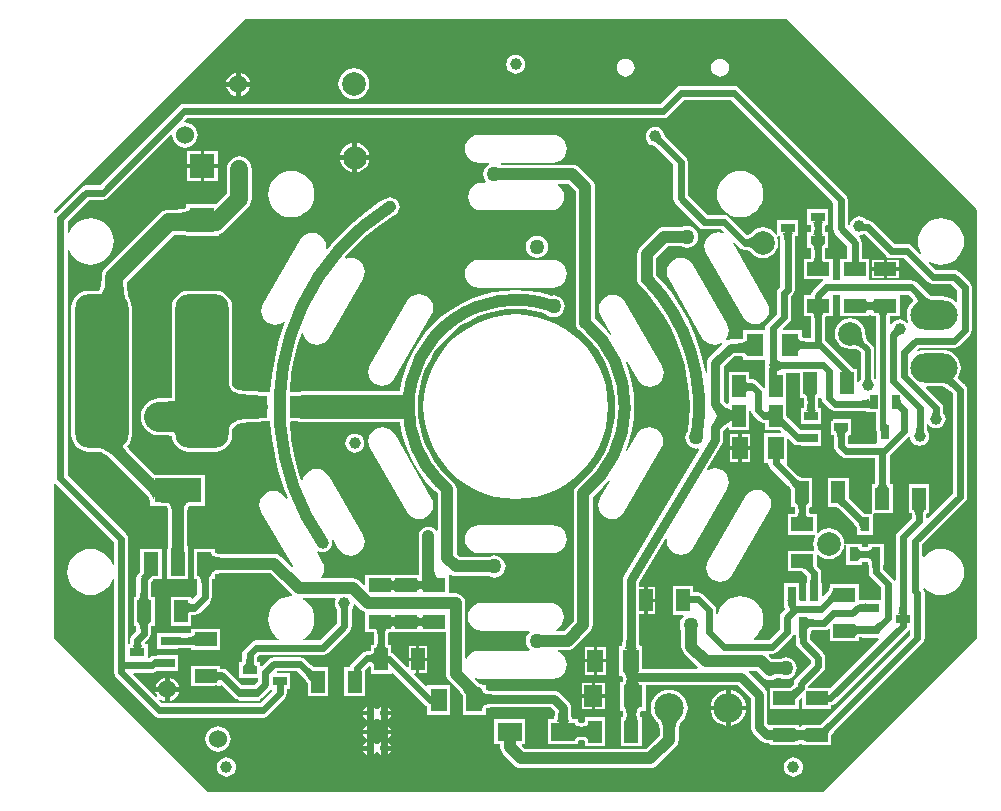
<source format=gtl>
G04*
G04 #@! TF.GenerationSoftware,Altium Limited,Altium Designer,19.1.9 (167)*
G04*
G04 Layer_Physical_Order=1*
G04 Layer_Color=255*
%FSLAX44Y44*%
%MOMM*%
G71*
G01*
G75*
%ADD13C,0.5000*%
%ADD16R,1.1500X1.8500*%
G04:AMPARAMS|DCode=17|XSize=4.5mm|YSize=13mm|CornerRadius=1.125mm|HoleSize=0mm|Usage=FLASHONLY|Rotation=0.000|XOffset=0mm|YOffset=0mm|HoleType=Round|Shape=RoundedRectangle|*
%AMROUNDEDRECTD17*
21,1,4.5000,10.7500,0,0,0.0*
21,1,2.2500,13.0000,0,0,0.0*
1,1,2.2500,1.1250,-5.3750*
1,1,2.2500,-1.1250,-5.3750*
1,1,2.2500,-1.1250,5.3750*
1,1,2.2500,1.1250,5.3750*
%
%ADD17ROUNDEDRECTD17*%
%ADD18R,1.1500X0.7500*%
%ADD19R,1.8500X1.1500*%
%ADD20R,1.3500X1.9500*%
%ADD21R,1.2000X2.0000*%
%ADD22R,4.0000X2.0000*%
%ADD23R,2.1500X2.1000*%
%ADD24R,0.7500X1.1500*%
%ADD25R,1.5500X1.8500*%
%ADD26R,2.0000X1.5500*%
%ADD27O,4.0000X2.5000*%
%ADD47C,1.0000*%
%ADD48C,1.0000*%
%ADD49C,0.6000*%
%ADD50C,2.5000*%
%ADD51C,1.5000*%
%ADD52C,0.8000*%
%ADD53C,2.0000*%
%ADD54C,1.5240*%
%ADD55C,0.7000*%
%ADD56C,2.5000*%
%ADD57C,2.0000*%
%ADD58C,1.2700*%
G36*
X123019Y228796D02*
X123080Y228615D01*
X123183Y228406D01*
X123328Y228169D01*
X123514Y227905D01*
X124012Y227295D01*
X124676Y226573D01*
X125071Y226172D01*
X120828Y221929D01*
X120427Y222324D01*
X119095Y223486D01*
X118831Y223672D01*
X118594Y223817D01*
X118385Y223920D01*
X118204Y223981D01*
X118050Y224000D01*
X123000Y228950D01*
X123019Y228796D01*
D02*
G37*
G36*
X261000Y156720D02*
X260581Y156540D01*
X260210Y156240D01*
X259889Y155820D01*
X259617Y155280D01*
X259395Y154620D01*
X259222Y153840D01*
X259099Y152940D01*
X259025Y151920D01*
X259005Y151000D01*
X259025Y150079D01*
X259222Y148160D01*
X259395Y147380D01*
X259617Y146720D01*
X259889Y146180D01*
X260210Y145759D01*
X260581Y145459D01*
X261000Y145280D01*
X261469Y145219D01*
X250030D01*
X250595Y145280D01*
X251099Y145459D01*
X251545Y145759D01*
X251931Y146180D01*
X252258Y146720D01*
X252525Y147380D01*
X252733Y148160D01*
X252881Y149059D01*
X252970Y150079D01*
X252994Y151000D01*
X252970Y151920D01*
X252881Y152940D01*
X252733Y153840D01*
X252525Y154620D01*
X252258Y155280D01*
X251931Y155820D01*
X251545Y156240D01*
X251099Y156540D01*
X250595Y156720D01*
X250030Y156780D01*
X261469D01*
X261000Y156720D01*
D02*
G37*
G36*
X235453Y147220D02*
X234991Y147041D01*
X234583Y146741D01*
X234229Y146320D01*
X233930Y145780D01*
X233685Y145120D01*
X233495Y144340D01*
X233359Y143441D01*
X233277Y142421D01*
X233250Y141280D01*
X227250D01*
X227223Y142421D01*
X227141Y143441D01*
X227005Y144340D01*
X226815Y145120D01*
X226570Y145780D01*
X226271Y146320D01*
X225917Y146741D01*
X225509Y147041D01*
X225047Y147220D01*
X224531Y147281D01*
X235970D01*
X235453Y147220D01*
D02*
G37*
G36*
X201095Y132875D02*
X200586Y133469D01*
X200027Y134000D01*
X199417Y134469D01*
X198758Y134875D01*
X198048Y135219D01*
X197289Y135500D01*
X196479Y135719D01*
X195619Y135875D01*
X194710Y135969D01*
X193750Y136000D01*
Y142000D01*
X194710Y142031D01*
X195619Y142125D01*
X196479Y142281D01*
X197289Y142500D01*
X198048Y142781D01*
X198758Y143125D01*
X199417Y143531D01*
X200027Y144000D01*
X200586Y144531D01*
X201095Y145125D01*
Y132875D01*
D02*
G37*
G36*
X261000Y137720D02*
X260581Y137541D01*
X260210Y137240D01*
X259889Y136820D01*
X259617Y136280D01*
X259395Y135620D01*
X259222Y134840D01*
X259099Y133940D01*
X259025Y132921D01*
X259000Y131781D01*
X253000D01*
X252970Y132921D01*
X252881Y133940D01*
X252733Y134840D01*
X252525Y135620D01*
X252258Y136280D01*
X251931Y136820D01*
X251545Y137240D01*
X251099Y137541D01*
X250595Y137720D01*
X250030Y137781D01*
X261469D01*
X261000Y137720D01*
D02*
G37*
G36*
X259030Y127079D02*
X259120Y126060D01*
X259270Y125160D01*
X259480Y124380D01*
X259750Y123720D01*
X260080Y123180D01*
X260470Y122760D01*
X260920Y122459D01*
X261430Y122280D01*
X262000Y122219D01*
X250000D01*
X250570Y122280D01*
X251080Y122459D01*
X251530Y122760D01*
X251920Y123180D01*
X252250Y123720D01*
X252520Y124380D01*
X252730Y125160D01*
X252880Y126060D01*
X252970Y127079D01*
X253000Y128219D01*
X259000D01*
X259030Y127079D01*
D02*
G37*
G36*
X390922Y166311D02*
Y-195811D01*
X260811Y-325922D01*
X-260811D01*
X-390922Y-195811D01*
Y-65301D01*
X-389652Y-65000D01*
X-340117Y-114534D01*
Y-133993D01*
X-341387Y-134182D01*
X-341897Y-132502D01*
X-343708Y-129114D01*
X-346145Y-126145D01*
X-349114Y-123708D01*
X-352502Y-121897D01*
X-356177Y-120782D01*
X-360000Y-120406D01*
X-363823Y-120782D01*
X-367498Y-121897D01*
X-370886Y-123708D01*
X-373855Y-126145D01*
X-376292Y-129114D01*
X-378103Y-132502D01*
X-379218Y-136177D01*
X-379594Y-140000D01*
X-379218Y-143823D01*
X-378103Y-147498D01*
X-376292Y-150886D01*
X-373855Y-153855D01*
X-370886Y-156292D01*
X-367498Y-158103D01*
X-363823Y-159218D01*
X-360000Y-159594D01*
X-356177Y-159218D01*
X-352502Y-158103D01*
X-349114Y-156292D01*
X-346145Y-153855D01*
X-343708Y-150886D01*
X-341897Y-147498D01*
X-341387Y-145818D01*
X-340117Y-146007D01*
Y-219000D01*
Y-225000D01*
X-339652Y-227341D01*
X-338326Y-229326D01*
X-306326Y-261326D01*
X-304341Y-262652D01*
X-302000Y-263118D01*
X-214000D01*
X-211659Y-262652D01*
X-209674Y-261326D01*
X-195424Y-247076D01*
X-194098Y-245091D01*
X-193633Y-242750D01*
Y-239250D01*
X-191000D01*
Y-225750D01*
X-201354D01*
X-202003Y-224480D01*
X-201741Y-224118D01*
X-185034D01*
X-178380Y-230772D01*
X-177893Y-231328D01*
X-177248Y-232152D01*
X-176751Y-232885D01*
X-176401Y-233508D01*
X-176250Y-233855D01*
Y-235620D01*
X-176278Y-235761D01*
X-176250Y-235905D01*
Y-235984D01*
X-176260Y-236099D01*
X-176250Y-236131D01*
Y-245250D01*
X-158750D01*
Y-220750D01*
X-168088D01*
X-168230Y-220722D01*
X-168373Y-220750D01*
X-170745D01*
X-171028Y-220549D01*
X-172961Y-218888D01*
X-178174Y-213674D01*
X-180159Y-212348D01*
X-182500Y-211882D01*
X-205000D01*
X-207341Y-212348D01*
X-209326Y-213674D01*
X-215238Y-219586D01*
X-215966Y-219406D01*
X-216270Y-219254D01*
X-216500Y-219053D01*
Y-216250D01*
X-218875D01*
X-218885Y-216223D01*
X-219001Y-215748D01*
X-219101Y-215090D01*
X-219132Y-214693D01*
Y-211784D01*
X-217466Y-210117D01*
X-163000D01*
X-160659Y-209652D01*
X-158674Y-208326D01*
X-140674Y-190326D01*
X-139348Y-188341D01*
X-138883Y-186000D01*
Y-171478D01*
X-138846Y-171122D01*
X-138012Y-170035D01*
X-137206Y-168088D01*
X-137079Y-167128D01*
X-135739Y-166673D01*
X-130706Y-171706D01*
X-129035Y-172988D01*
X-127250Y-173727D01*
Y-190750D01*
X-120420D01*
X-120385Y-190836D01*
X-120263Y-191292D01*
X-120157Y-191933D01*
X-120118Y-192380D01*
Y-200193D01*
X-120149Y-200590D01*
X-120249Y-201248D01*
X-120365Y-201723D01*
X-120375Y-201750D01*
X-122750D01*
Y-204638D01*
X-122778Y-204781D01*
X-122750Y-204923D01*
Y-205036D01*
X-122758Y-205133D01*
X-122750Y-205158D01*
Y-206571D01*
X-122860Y-206616D01*
X-123310Y-206737D01*
X-123946Y-206843D01*
X-124388Y-206882D01*
X-126000D01*
X-128341Y-207348D01*
X-130326Y-208674D01*
X-138826Y-217174D01*
X-140152Y-219159D01*
X-140468Y-220750D01*
X-145250D01*
Y-245250D01*
X-127750D01*
Y-223402D01*
X-124020Y-219671D01*
X-122750Y-220198D01*
Y-226250D01*
X-105250D01*
Y-226061D01*
X-104077Y-225575D01*
X-77326Y-252326D01*
X-75341Y-253652D01*
X-74750Y-253769D01*
Y-260750D01*
X-55250D01*
Y-235250D01*
X-74750D01*
Y-235939D01*
X-75923Y-236425D01*
X-85925Y-226423D01*
X-85439Y-225250D01*
X-84500D01*
Y-215500D01*
X-90750D01*
Y-219939D01*
X-91923Y-220425D01*
X-102674Y-209674D01*
X-104659Y-208348D01*
X-105250Y-208230D01*
Y-205158D01*
X-105242Y-205133D01*
X-105250Y-205036D01*
Y-204923D01*
X-105222Y-204781D01*
X-105250Y-204638D01*
Y-201750D01*
X-107625D01*
X-107635Y-201723D01*
X-107751Y-201248D01*
X-107851Y-200590D01*
X-107882Y-200193D01*
Y-192380D01*
X-107843Y-191933D01*
X-107737Y-191292D01*
X-107615Y-190836D01*
X-107580Y-190750D01*
X-106158D01*
X-106133Y-190758D01*
X-106036Y-190750D01*
X-105923D01*
X-105780Y-190778D01*
X-105638Y-190750D01*
X-102362D01*
X-102219Y-190778D01*
X-102077Y-190750D01*
X-101964D01*
X-101867Y-190758D01*
X-101842Y-190750D01*
X-84158D01*
X-84133Y-190758D01*
X-84036Y-190750D01*
X-83923D01*
X-83780Y-190778D01*
X-83638Y-190750D01*
X-78362D01*
X-78219Y-190778D01*
X-78077Y-190750D01*
X-77964D01*
X-77867Y-190758D01*
X-77842Y-190750D01*
X-59069D01*
Y-226000D01*
X-58794Y-228088D01*
X-57988Y-230035D01*
X-56706Y-231706D01*
X-50798Y-237614D01*
X-47318Y-241353D01*
X-46000Y-242989D01*
X-44983Y-244441D01*
X-44750Y-244847D01*
Y-260750D01*
X-25250D01*
Y-255857D01*
X-25238Y-255820D01*
X-25199Y-255441D01*
X-25144Y-255390D01*
X-24895Y-255238D01*
X-24420Y-255044D01*
X-23710Y-254853D01*
X-22774Y-254697D01*
X-21625Y-254595D01*
X-20302Y-254561D01*
X29575D01*
X32940Y-257925D01*
Y-259301D01*
X32905Y-260632D01*
X32803Y-261786D01*
X32647Y-262728D01*
X32455Y-263443D01*
X32260Y-263922D01*
X32107Y-264174D01*
X32055Y-264229D01*
X31860Y-264250D01*
X27000D01*
Y-285750D01*
X49598D01*
X49625Y-285759D01*
X49731Y-285750D01*
X49827D01*
X49970Y-285778D01*
X50112Y-285750D01*
X53000D01*
Y-283092D01*
X53009Y-283064D01*
X53034Y-282843D01*
X53277Y-282705D01*
X53768Y-282518D01*
X54497Y-282336D01*
X55449Y-282188D01*
X55569Y-282178D01*
X55774Y-282197D01*
X56710Y-282353D01*
X57420Y-282544D01*
X57895Y-282738D01*
X58144Y-282890D01*
X58199Y-282941D01*
X58239Y-283320D01*
X58250Y-283357D01*
Y-287250D01*
X75750D01*
Y-262750D01*
X58250D01*
Y-266643D01*
X58239Y-266680D01*
X58199Y-267059D01*
X58144Y-267110D01*
X57895Y-267262D01*
X57420Y-267456D01*
X56710Y-267647D01*
X55774Y-267803D01*
X55569Y-267822D01*
X55449Y-267812D01*
X54496Y-267664D01*
X53768Y-267482D01*
X53277Y-267295D01*
X53034Y-267157D01*
X53009Y-266936D01*
X53000Y-266909D01*
Y-264250D01*
X50112D01*
X49970Y-264222D01*
X49827Y-264250D01*
X49731D01*
X49625Y-264241D01*
X49598Y-264250D01*
X48141D01*
X47945Y-264229D01*
X47894Y-264174D01*
X47740Y-263922D01*
X47545Y-263443D01*
X47353Y-262728D01*
X47197Y-261786D01*
X47095Y-260632D01*
X47060Y-259301D01*
Y-255000D01*
X46820Y-253173D01*
X46115Y-251470D01*
X44992Y-250008D01*
X37492Y-242508D01*
X36030Y-241386D01*
X34327Y-240680D01*
X32500Y-240440D01*
X-20302D01*
X-21625Y-240405D01*
X-22774Y-240303D01*
X-23710Y-240147D01*
X-24420Y-239956D01*
X-24895Y-239762D01*
X-25144Y-239610D01*
X-25199Y-239559D01*
X-25238Y-239180D01*
X-25250Y-239143D01*
Y-238627D01*
X-25237Y-238584D01*
X-25238Y-238573D01*
X-25235Y-238562D01*
X-25250Y-238415D01*
Y-235250D01*
X-27934D01*
X-27978Y-235237D01*
X-28437Y-235191D01*
X-28790Y-235096D01*
X-29332Y-234872D01*
X-30031Y-234502D01*
X-30862Y-233976D01*
X-31759Y-233331D01*
X-34662Y-230826D01*
X-34104Y-229767D01*
X-34018Y-229704D01*
X-31000Y-230101D01*
X31500D01*
X34567Y-229698D01*
X37426Y-228514D01*
X39880Y-226630D01*
X41764Y-224176D01*
X42948Y-221317D01*
X43351Y-218250D01*
X42948Y-215183D01*
X41764Y-212324D01*
X39880Y-209870D01*
X37426Y-207986D01*
X35863Y-207339D01*
X36115Y-206069D01*
X44000D01*
X46088Y-205794D01*
X48035Y-204988D01*
X49706Y-203706D01*
X62706Y-190706D01*
X63988Y-189035D01*
X64794Y-187088D01*
X65069Y-185000D01*
Y-76472D01*
X71051Y-71051D01*
X77673Y-63745D01*
X78922Y-62060D01*
X79986Y-62758D01*
X71539Y-77388D01*
X70355Y-80246D01*
X69952Y-83313D01*
X70355Y-86381D01*
X71539Y-89239D01*
X73423Y-91693D01*
X75877Y-93577D01*
X78735Y-94761D01*
X81803Y-95165D01*
X84870Y-94761D01*
X87729Y-93577D01*
X90183Y-91693D01*
X92066Y-89239D01*
X123316Y-35112D01*
X124500Y-32254D01*
X124904Y-29187D01*
X124500Y-26119D01*
X123316Y-23261D01*
X121433Y-20807D01*
X118979Y-18923D01*
X116120Y-17739D01*
X113053Y-17335D01*
X109986Y-17739D01*
X107127Y-18923D01*
X104673Y-20807D01*
X102789Y-23261D01*
X94446Y-37711D01*
X93289Y-37176D01*
X96154Y-29168D01*
X98550Y-19603D01*
X99997Y-9849D01*
X100481Y0D01*
X99997Y9849D01*
X98550Y19603D01*
X96154Y29168D01*
X92999Y37985D01*
X94157Y38521D01*
X103111Y23011D01*
X104995Y20556D01*
X107449Y18673D01*
X110308Y17489D01*
X113375Y17085D01*
X116442Y17489D01*
X119301Y18673D01*
X121755Y20556D01*
X123639Y23011D01*
X124823Y25869D01*
X125226Y28937D01*
X124823Y32004D01*
X123639Y34862D01*
X92389Y88989D01*
X90505Y91444D01*
X88051Y93327D01*
X85192Y94511D01*
X82125Y94915D01*
X79058Y94511D01*
X76199Y93327D01*
X73745Y91444D01*
X71861Y88989D01*
X70677Y86131D01*
X70274Y83063D01*
X70677Y79996D01*
X71861Y77138D01*
X80788Y61676D01*
X79725Y60978D01*
X77673Y63745D01*
X71051Y71051D01*
X67069Y74660D01*
Y186000D01*
X66794Y188088D01*
X65988Y190035D01*
X64706Y191706D01*
X53706Y202706D01*
X52035Y203988D01*
X50088Y204794D01*
X48000Y205069D01*
X-12591D01*
X-12896Y205379D01*
X-12365Y206649D01*
X31250D01*
X34317Y207052D01*
X37176Y208236D01*
X39630Y210120D01*
X41514Y212574D01*
X42698Y215433D01*
X43101Y218500D01*
X42698Y221567D01*
X41514Y224426D01*
X39630Y226880D01*
X37176Y228764D01*
X34317Y229947D01*
X31250Y230351D01*
X-31250D01*
X-34317Y229947D01*
X-37176Y228764D01*
X-39630Y226880D01*
X-41514Y224426D01*
X-42698Y221567D01*
X-43101Y218500D01*
X-42698Y215433D01*
X-41514Y212574D01*
X-39630Y210120D01*
X-37176Y208236D01*
X-34317Y207052D01*
X-31250Y206649D01*
X-22458D01*
X-22205Y205379D01*
X-22715Y205167D01*
X-24669Y203668D01*
X-26167Y201715D01*
X-27109Y199441D01*
X-27431Y197000D01*
X-27109Y194559D01*
X-26167Y192285D01*
X-25275Y191121D01*
X-25901Y189851D01*
X-28500D01*
X-31567Y189448D01*
X-34426Y188264D01*
X-36880Y186380D01*
X-38764Y183926D01*
X-39948Y181067D01*
X-40351Y178000D01*
X-39948Y174933D01*
X-38764Y172074D01*
X-36880Y169620D01*
X-34426Y167736D01*
X-31567Y166552D01*
X-28500Y166149D01*
X29000D01*
X32067Y166552D01*
X34926Y167736D01*
X37380Y169620D01*
X39264Y172074D01*
X40448Y174933D01*
X40851Y178000D01*
X40448Y181067D01*
X39264Y183926D01*
X37380Y186380D01*
X35711Y187661D01*
X36142Y188931D01*
X44658D01*
X50931Y182658D01*
Y71000D01*
X51206Y68912D01*
X52012Y66965D01*
X53294Y65294D01*
X53904Y64827D01*
X59634Y59634D01*
X65191Y53501D01*
X70122Y46854D01*
X74377Y39755D01*
X77915Y32273D01*
X80703Y24481D01*
X82714Y16453D01*
X83928Y8266D01*
X84335Y0D01*
X83928Y-8266D01*
X82714Y-16453D01*
X80703Y-24481D01*
X77915Y-32273D01*
X74377Y-39755D01*
X70122Y-46854D01*
X65191Y-53501D01*
X59634Y-59634D01*
X53501Y-65191D01*
X52310Y-66075D01*
X52310Y-66075D01*
X51622Y-66709D01*
X51447Y-66938D01*
X50340Y-68380D01*
X50198Y-68723D01*
X50012Y-68966D01*
X49206Y-70912D01*
X48931Y-73000D01*
Y-181658D01*
X40658Y-189931D01*
X33969D01*
X33716Y-188661D01*
X34676Y-188264D01*
X37130Y-186380D01*
X39014Y-183926D01*
X40198Y-181067D01*
X40601Y-178000D01*
X40198Y-174933D01*
X39014Y-172074D01*
X37130Y-169620D01*
X34676Y-167736D01*
X31817Y-166552D01*
X28750Y-166149D01*
X-28750D01*
X-31817Y-166552D01*
X-34676Y-167736D01*
X-37130Y-169620D01*
X-39014Y-172074D01*
X-40198Y-174933D01*
X-40601Y-178000D01*
X-40198Y-181067D01*
X-39014Y-183926D01*
X-37130Y-186380D01*
X-34676Y-188264D01*
X-31817Y-189448D01*
X-28750Y-189851D01*
X11285D01*
X11693Y-191054D01*
X11331Y-191332D01*
X9833Y-193285D01*
X8891Y-195559D01*
X8569Y-198000D01*
X8891Y-200441D01*
X9833Y-202715D01*
X11331Y-204669D01*
X11931Y-205129D01*
X11500Y-206399D01*
X-31000D01*
X-34067Y-206803D01*
X-36926Y-207986D01*
X-39380Y-209870D01*
X-41264Y-212324D01*
X-41661Y-213284D01*
X-42931Y-213031D01*
Y-166000D01*
X-43206Y-163912D01*
X-44012Y-161966D01*
X-45294Y-160294D01*
X-46965Y-159012D01*
X-48912Y-158206D01*
X-51000Y-157931D01*
X-56750D01*
Y-142331D01*
X-55811Y-141450D01*
X-54784Y-142238D01*
X-52838Y-143044D01*
X-50750Y-143319D01*
X-22843D01*
X-22715Y-143417D01*
X-20441Y-144359D01*
X-18000Y-144681D01*
X-15559Y-144359D01*
X-13285Y-143417D01*
X-11331Y-141918D01*
X-9833Y-139965D01*
X-8891Y-137691D01*
X-8569Y-135250D01*
X-8891Y-132809D01*
X-9833Y-130535D01*
X-11331Y-128581D01*
X-13285Y-127083D01*
X-15559Y-126141D01*
X-18000Y-125819D01*
X-20441Y-126141D01*
X-22715Y-127083D01*
X-22843Y-127181D01*
X-47408D01*
X-49931Y-124658D01*
Y-70000D01*
X-50206Y-67912D01*
X-51012Y-65965D01*
X-52294Y-64294D01*
X-58294Y-58294D01*
X-59578Y-57309D01*
X-63952Y-52484D01*
X-68788Y-45963D01*
X-72962Y-38999D01*
X-76433Y-31660D01*
X-79168Y-24015D01*
X-81141Y-16140D01*
X-82332Y-8109D01*
X-82638Y-1896D01*
X-82388Y0D01*
X-82638Y1896D01*
X-82332Y8109D01*
X-81141Y16140D01*
X-79168Y24015D01*
X-76433Y31660D01*
X-72962Y38999D01*
X-68788Y45963D01*
X-63952Y52484D01*
X-58499Y58499D01*
X-52484Y63952D01*
X-45963Y68788D01*
X-38999Y72962D01*
X-31660Y76433D01*
X-24015Y79168D01*
X-16140Y81141D01*
X-8109Y82332D01*
X0Y82731D01*
X8109Y82332D01*
X16140Y81141D01*
X24015Y79168D01*
X24945Y78836D01*
X25331Y78331D01*
X27285Y76833D01*
X29559Y75891D01*
X32000Y75569D01*
X34441Y75891D01*
X36715Y76833D01*
X38668Y78331D01*
X40167Y80285D01*
X41109Y82559D01*
X41431Y85000D01*
X41109Y87441D01*
X40167Y89715D01*
X38668Y91669D01*
X36715Y93167D01*
X34441Y94109D01*
X32000Y94431D01*
X29975Y94164D01*
X28702Y94619D01*
X19290Y96977D01*
X9692Y98401D01*
X0Y98877D01*
X-9692Y98401D01*
X-19290Y96977D01*
X-28702Y94619D01*
X-37839Y91350D01*
X-46610Y87202D01*
X-54933Y82213D01*
X-62727Y76433D01*
X-69917Y69917D01*
X-76433Y62727D01*
X-82213Y54933D01*
X-87202Y46610D01*
X-91350Y37839D01*
X-94619Y28702D01*
X-96977Y19290D01*
X-97893Y13112D01*
X-180000D01*
X-183394Y12665D01*
X-184396Y12250D01*
X-190643D01*
X-191525Y13164D01*
X-191506Y13697D01*
X-190041Y27324D01*
X-187608Y40812D01*
X-184218Y54091D01*
X-181351Y62706D01*
X-180054Y62582D01*
X-179904Y61446D01*
X-178720Y58588D01*
X-176837Y56133D01*
X-174382Y54250D01*
X-171524Y53066D01*
X-168456Y52662D01*
X-165389Y53066D01*
X-162531Y54250D01*
X-160076Y56133D01*
X-158193Y58588D01*
X-129443Y108384D01*
X-128259Y111242D01*
X-127855Y114310D01*
X-128259Y117377D01*
X-129443Y120236D01*
X-131326Y122690D01*
X-133781Y124573D01*
X-136639Y125757D01*
X-139706Y126161D01*
X-142774Y125757D01*
X-143695Y125376D01*
X-144437Y126443D01*
X-135761Y135761D01*
X-125730Y145100D01*
X-115058Y153700D01*
X-103800Y161517D01*
X-102471Y162306D01*
X-102420Y162327D01*
X-102162Y162489D01*
X-102177Y162513D01*
X-100749Y163609D01*
X-99466Y165280D01*
X-98660Y167226D01*
X-98385Y169315D01*
X-98660Y171403D01*
X-99466Y173349D01*
X-100749Y175021D01*
X-102420Y176303D01*
X-104366Y177109D01*
X-106454Y177384D01*
X-108542Y177109D01*
X-110489Y176303D01*
X-110992Y175916D01*
X-115620Y173038D01*
X-126690Y165106D01*
X-137217Y156466D01*
X-147157Y147157D01*
X-156466Y137217D01*
X-159514Y133504D01*
X-160725Y134030D01*
X-160524Y135563D01*
X-160927Y138631D01*
X-162111Y141489D01*
X-163995Y143944D01*
X-166449Y145827D01*
X-169308Y147011D01*
X-172375Y147415D01*
X-175442Y147011D01*
X-178301Y145827D01*
X-180755Y143944D01*
X-182639Y141489D01*
X-213889Y87362D01*
X-215072Y84504D01*
X-215476Y81437D01*
X-215073Y78369D01*
X-213889Y75511D01*
X-212005Y73057D01*
X-209551Y71173D01*
X-206692Y69989D01*
X-203625Y69585D01*
X-200558Y69989D01*
X-197699Y71173D01*
X-196454Y72128D01*
X-195393Y71342D01*
X-197067Y66895D01*
X-201020Y53863D01*
X-204113Y40601D01*
X-206331Y27164D01*
X-207666Y13611D01*
X-207672Y13427D01*
X-207750Y12250D01*
X-207750Y12250D01*
X-215604D01*
X-216606Y12665D01*
X-220000Y13112D01*
X-224988D01*
X-226627Y13155D01*
X-229820Y13437D01*
X-232561Y13893D01*
X-234836Y14504D01*
X-236634Y15239D01*
X-237966Y16051D01*
X-238879Y16898D01*
X-239468Y17780D01*
X-239821Y18779D01*
X-239877Y19303D01*
Y83751D01*
X-240366Y87471D01*
X-241802Y90937D01*
X-244086Y93914D01*
X-247063Y96198D01*
X-250530Y97634D01*
X-254250Y98124D01*
X-276750D01*
X-280470Y97634D01*
X-283936Y96198D01*
X-286913Y93914D01*
X-289197Y90937D01*
X-290633Y87471D01*
X-291123Y83751D01*
Y7665D01*
X-299426Y7075D01*
X-302000D01*
X-305039Y6776D01*
X-307960Y5889D01*
X-310653Y4450D01*
X-313013Y2513D01*
X-314950Y153D01*
X-316389Y-2540D01*
X-317276Y-5462D01*
X-317575Y-8500D01*
X-317276Y-11538D01*
X-316389Y-14460D01*
X-314950Y-17153D01*
X-313013Y-19513D01*
X-310653Y-21450D01*
X-307960Y-22889D01*
X-305039Y-23776D01*
X-302000Y-24075D01*
X-301167D01*
X-294984Y-24191D01*
X-291786Y-24419D01*
X-291021Y-24518D01*
X-290633Y-27469D01*
X-289197Y-30936D01*
X-286913Y-33912D01*
X-283936Y-36196D01*
X-280470Y-37632D01*
X-276750Y-38122D01*
X-254250D01*
X-250530Y-37632D01*
X-247063Y-36196D01*
X-244086Y-33912D01*
X-241802Y-30936D01*
X-240366Y-27469D01*
X-239877Y-23749D01*
Y-19303D01*
X-239821Y-18779D01*
X-239468Y-17780D01*
X-238879Y-16898D01*
X-237966Y-16051D01*
X-236635Y-15239D01*
X-234836Y-14504D01*
X-232561Y-13893D01*
X-229820Y-13437D01*
X-226627Y-13155D01*
X-224988Y-13112D01*
X-220000D01*
X-216606Y-12665D01*
X-215604Y-12250D01*
X-207750D01*
X-207750Y-12250D01*
X-207672Y-13436D01*
X-207666Y-13611D01*
X-206331Y-27164D01*
X-204113Y-40601D01*
X-201020Y-53863D01*
X-197067Y-66895D01*
X-193006Y-77684D01*
X-194158Y-78229D01*
X-194861Y-77011D01*
X-196745Y-74556D01*
X-199199Y-72673D01*
X-202058Y-71489D01*
X-205125Y-71085D01*
X-208192Y-71489D01*
X-211051Y-72673D01*
X-213505Y-74556D01*
X-215389Y-77011D01*
X-216573Y-79869D01*
X-216976Y-82937D01*
X-216572Y-86004D01*
X-215389Y-88862D01*
X-188673Y-135135D01*
X-189681Y-135908D01*
X-198544Y-127044D01*
X-200215Y-125762D01*
X-202162Y-124956D01*
X-204250Y-124681D01*
X-248180D01*
X-249524Y-124649D01*
X-251035Y-124530D01*
X-252296Y-124342D01*
X-253295Y-124102D01*
X-254015Y-123839D01*
X-254454Y-123598D01*
X-254646Y-123439D01*
X-254685Y-123387D01*
X-254689Y-123377D01*
X-254743Y-122923D01*
X-254750Y-122900D01*
Y-120250D01*
X-257635D01*
X-257776Y-120222D01*
X-257919Y-120250D01*
X-258046D01*
X-258138Y-120243D01*
X-258161Y-120250D01*
X-272750D01*
Y-146250D01*
X-269929D01*
X-269884Y-146360D01*
X-269762Y-146810D01*
X-269657Y-147446D01*
X-269618Y-147888D01*
Y-158966D01*
X-273480Y-162829D01*
X-274750Y-162302D01*
Y-160750D01*
X-292250D01*
Y-185250D01*
X-274750D01*
Y-176354D01*
X-274340Y-176248D01*
X-273722Y-176150D01*
X-273342Y-176117D01*
X-272000D01*
X-269659Y-175652D01*
X-267674Y-174326D01*
X-259174Y-165826D01*
X-257848Y-163841D01*
X-257383Y-161500D01*
Y-147807D01*
X-257351Y-147410D01*
X-257251Y-146752D01*
X-257135Y-146277D01*
X-257125Y-146250D01*
X-254750D01*
Y-143362D01*
X-254722Y-143219D01*
X-254750Y-143077D01*
Y-142964D01*
X-254742Y-142867D01*
X-254746Y-142855D01*
X-254706Y-142484D01*
X-254653Y-142334D01*
X-254564Y-142201D01*
X-254350Y-142003D01*
X-253917Y-141740D01*
X-253218Y-141454D01*
X-252244Y-141193D01*
X-251003Y-140987D01*
X-249511Y-140855D01*
X-248130Y-140819D01*
X-207592D01*
X-189246Y-159166D01*
X-189189Y-159209D01*
X-189674Y-160438D01*
X-190000Y-160406D01*
X-193823Y-160782D01*
X-197498Y-161897D01*
X-200886Y-163708D01*
X-203855Y-166145D01*
X-206292Y-169114D01*
X-208103Y-172502D01*
X-209218Y-176177D01*
X-209594Y-180000D01*
X-209218Y-183823D01*
X-208103Y-187498D01*
X-206292Y-190886D01*
X-203855Y-193855D01*
X-200886Y-196292D01*
X-200215Y-196651D01*
X-200524Y-197882D01*
X-220000D01*
X-222341Y-198348D01*
X-224326Y-199674D01*
X-229576Y-204924D01*
X-230902Y-206909D01*
X-231368Y-209250D01*
Y-214693D01*
X-231399Y-215090D01*
X-231499Y-215748D01*
X-231615Y-216223D01*
X-231625Y-216250D01*
X-234000D01*
Y-219138D01*
X-234028Y-219280D01*
X-234000Y-219423D01*
Y-219536D01*
X-234008Y-219633D01*
X-234000Y-219658D01*
Y-229750D01*
X-218118D01*
Y-232466D01*
X-220901Y-235250D01*
X-232099D01*
X-243674Y-223674D01*
X-245659Y-222348D01*
X-248000Y-221882D01*
X-249368D01*
X-249580Y-221866D01*
X-250146Y-221785D01*
X-250250Y-221761D01*
Y-219250D01*
X-274750D01*
Y-236750D01*
X-250250D01*
Y-236061D01*
X-249077Y-235575D01*
X-238326Y-246326D01*
X-236341Y-247652D01*
X-234000Y-248117D01*
X-234000D01*
Y-248750D01*
X-216500D01*
Y-247546D01*
X-214674Y-246326D01*
X-207790Y-239442D01*
X-206834Y-239524D01*
X-206507Y-240245D01*
X-206402Y-240751D01*
X-216534Y-250882D01*
X-299466D01*
X-301766Y-248583D01*
X-300927Y-247626D01*
X-300200Y-248183D01*
X-297729Y-249207D01*
X-297076Y-249293D01*
Y-241308D01*
X-305061D01*
X-304975Y-241961D01*
X-303951Y-244432D01*
X-303393Y-245159D01*
X-304350Y-245998D01*
X-324058Y-226291D01*
X-323572Y-225117D01*
X-308000D01*
X-305659Y-224652D01*
X-304670Y-223991D01*
X-303500Y-223750D01*
X-303500Y-223750D01*
X-303500Y-223750D01*
X-300631D01*
X-300495Y-223778D01*
X-300482Y-223776D01*
X-300469Y-223778D01*
X-300327Y-223750D01*
X-286000D01*
Y-210250D01*
X-300327D01*
X-300469Y-210222D01*
X-300482Y-210224D01*
X-300495Y-210222D01*
X-300631Y-210250D01*
X-303500D01*
Y-210825D01*
X-304320Y-210882D01*
X-306000D01*
X-308341Y-211348D01*
X-310230Y-212610D01*
X-310718Y-212499D01*
X-311500Y-212149D01*
Y-204158D01*
X-311492Y-204133D01*
X-311500Y-204036D01*
Y-203923D01*
X-311472Y-203780D01*
X-311500Y-203638D01*
Y-200750D01*
X-313474D01*
X-313829Y-199480D01*
X-310674Y-196326D01*
X-309348Y-194341D01*
X-308883Y-192000D01*
Y-186882D01*
X-308843Y-186436D01*
X-308737Y-185795D01*
X-308615Y-185340D01*
X-308578Y-185250D01*
X-305750D01*
Y-160750D01*
X-308578D01*
X-308615Y-160660D01*
X-308737Y-160205D01*
X-308843Y-159564D01*
X-308883Y-159118D01*
Y-148034D01*
X-307414Y-146565D01*
X-307069Y-146250D01*
X-299750D01*
Y-120250D01*
X-317750D01*
Y-139532D01*
X-318251Y-140099D01*
X-319326Y-141174D01*
X-320652Y-143159D01*
X-321118Y-145500D01*
Y-159381D01*
X-321135Y-159653D01*
X-321222Y-160354D01*
X-321301Y-160750D01*
X-323250D01*
Y-163632D01*
X-323278Y-163772D01*
X-323250Y-163916D01*
Y-182083D01*
X-323278Y-182228D01*
X-323250Y-182368D01*
Y-185250D01*
X-321301D01*
X-321231Y-185600D01*
X-321118Y-186825D01*
Y-189466D01*
X-324576Y-192924D01*
X-325902Y-194909D01*
X-326367Y-197250D01*
Y-199193D01*
X-326399Y-199590D01*
X-326499Y-200248D01*
X-326615Y-200723D01*
X-326625Y-200750D01*
X-327882D01*
Y-112000D01*
X-328348Y-109659D01*
X-329674Y-107674D01*
X-379422Y-57927D01*
Y132474D01*
X-378152Y132663D01*
X-378103Y132502D01*
X-376292Y129114D01*
X-373855Y126145D01*
X-370886Y123708D01*
X-367498Y121897D01*
X-363823Y120782D01*
X-360000Y120406D01*
X-356177Y120782D01*
X-352502Y121897D01*
X-349114Y123708D01*
X-346145Y126145D01*
X-343708Y129114D01*
X-341897Y132502D01*
X-340782Y136177D01*
X-340406Y140000D01*
X-340782Y143823D01*
X-341897Y147498D01*
X-343708Y150886D01*
X-346145Y153855D01*
X-349114Y156292D01*
X-352502Y158103D01*
X-356177Y159218D01*
X-360000Y159594D01*
X-363823Y159218D01*
X-367498Y158103D01*
X-370886Y156292D01*
X-373855Y153855D01*
X-376292Y150886D01*
X-378103Y147498D01*
X-378152Y147337D01*
X-379422Y147526D01*
Y156927D01*
X-361256Y175093D01*
X-349790D01*
X-347449Y175558D01*
X-345464Y176884D01*
X-291808Y230541D01*
X-291459Y230368D01*
X-290693Y229859D01*
X-290347Y227228D01*
X-289277Y224644D01*
X-287574Y222426D01*
X-285356Y220723D01*
X-282772Y219653D01*
X-280000Y219288D01*
X-277228Y219653D01*
X-274644Y220723D01*
X-272426Y222426D01*
X-270723Y224644D01*
X-269653Y227228D01*
X-269288Y230000D01*
X-269653Y232772D01*
X-270723Y235356D01*
X-272426Y237574D01*
X-274644Y239277D01*
X-277228Y240347D01*
X-279859Y240693D01*
X-280368Y241459D01*
X-280541Y241808D01*
X-277966Y244382D01*
X125094D01*
X127435Y244848D01*
X129420Y246174D01*
X142628Y259382D01*
X182216D01*
X268883Y172716D01*
Y151000D01*
X269348Y148659D01*
X270674Y146674D01*
X280882Y136466D01*
Y125250D01*
X274750D01*
Y107750D01*
X273742Y107118D01*
X269258D01*
X268250Y107750D01*
X268250Y108388D01*
Y125250D01*
X262429D01*
X262384Y125360D01*
X262262Y125810D01*
X262157Y126446D01*
X262118Y126888D01*
Y133279D01*
X262142Y133621D01*
X262236Y134301D01*
X262335Y134750D01*
X264500D01*
Y137638D01*
X264528Y137781D01*
X264500Y137923D01*
Y138116D01*
X264504Y138168D01*
X264500Y138179D01*
Y144821D01*
X264504Y144832D01*
X264500Y144883D01*
Y145077D01*
X264528Y145219D01*
X264500Y145362D01*
Y148250D01*
X262335D01*
X262247Y148649D01*
X262118Y149905D01*
Y152278D01*
X262142Y152621D01*
X262236Y153301D01*
X262335Y153750D01*
X264500D01*
Y156638D01*
X264528Y156780D01*
X264500Y156923D01*
Y157116D01*
X264504Y157168D01*
X264500Y157179D01*
Y167250D01*
X247000D01*
Y157140D01*
X246989Y157104D01*
X247000Y156981D01*
Y156923D01*
X246972Y156780D01*
X247000Y156638D01*
Y153750D01*
X249577D01*
X249618Y153649D01*
X249739Y153196D01*
X249844Y152558D01*
X249883Y152120D01*
Y149880D01*
X249844Y149442D01*
X249739Y148804D01*
X249618Y148351D01*
X249577Y148250D01*
X247000D01*
Y145362D01*
X246972Y145219D01*
X247000Y145077D01*
Y145019D01*
X246989Y144896D01*
X247000Y144860D01*
Y138140D01*
X246989Y138104D01*
X247000Y137981D01*
Y137923D01*
X246972Y137781D01*
X247000Y137638D01*
Y134750D01*
X249577D01*
X249618Y134649D01*
X249739Y134196D01*
X249844Y133558D01*
X249883Y133120D01*
Y126888D01*
X249843Y126446D01*
X249737Y125810D01*
X249616Y125360D01*
X249571Y125250D01*
X243750D01*
Y107750D01*
X260165D01*
X260402Y106480D01*
X258674Y105326D01*
X251674Y98326D01*
X250348Y96341D01*
X249932Y94250D01*
X243750D01*
Y76750D01*
X249580D01*
X249615Y76664D01*
X249737Y76208D01*
X249843Y75567D01*
X249883Y75120D01*
Y58618D01*
X243880D01*
X243433Y58657D01*
X242792Y58763D01*
X242336Y58885D01*
X242250Y58920D01*
Y65250D01*
X226561D01*
X226075Y66423D01*
X231326Y71674D01*
X232652Y73659D01*
X233118Y76000D01*
Y93466D01*
X234576Y94924D01*
X235902Y96909D01*
X236367Y99250D01*
Y142693D01*
X236399Y143090D01*
X236499Y143748D01*
X236615Y144223D01*
X236625Y144250D01*
X239000D01*
Y147138D01*
X239028Y147281D01*
X239000Y147423D01*
Y147536D01*
X239008Y147633D01*
X239000Y147658D01*
Y157750D01*
X221500D01*
Y147658D01*
X221492Y147633D01*
X221500Y147536D01*
Y147423D01*
X221472Y147281D01*
X221500Y147138D01*
Y146071D01*
X220821Y145765D01*
X220230Y145720D01*
X218272Y148272D01*
X215556Y150356D01*
X212394Y151665D01*
X209000Y152112D01*
X205606Y151665D01*
X202444Y150356D01*
X199728Y148272D01*
X199016Y147344D01*
X198932Y147288D01*
X198867Y147189D01*
X198774Y147116D01*
X198366Y146642D01*
X198036Y146327D01*
X197678Y146052D01*
X197285Y145810D01*
X196847Y145598D01*
X196357Y145417D01*
X196064Y145337D01*
X180576Y160826D01*
X178591Y162152D01*
X176250Y162617D01*
X162034D01*
X145618Y179034D01*
Y207500D01*
X145152Y209841D01*
X143826Y211826D01*
X126199Y229452D01*
X125973Y229730D01*
X125794Y231088D01*
X124988Y233034D01*
X123706Y234706D01*
X122035Y235988D01*
X120088Y236794D01*
X118000Y237069D01*
X115912Y236794D01*
X113966Y235988D01*
X112294Y234706D01*
X111012Y233034D01*
X110206Y231088D01*
X109931Y229000D01*
X110206Y226912D01*
X111012Y224965D01*
X112294Y223294D01*
X113966Y222012D01*
X115912Y221206D01*
X117259Y221029D01*
X117740Y220608D01*
X133383Y204966D01*
Y176500D01*
X133848Y174159D01*
X135174Y172174D01*
X155174Y152174D01*
X157159Y150848D01*
X159500Y150382D01*
X173716D01*
X176008Y148091D01*
X175289Y147014D01*
X174692Y147261D01*
X171625Y147665D01*
X168558Y147261D01*
X165699Y146077D01*
X163245Y144193D01*
X161361Y141739D01*
X160177Y138881D01*
X159774Y135813D01*
X160177Y132746D01*
X161361Y129888D01*
X192611Y75761D01*
X194495Y73306D01*
X196949Y71423D01*
X199808Y70239D01*
X202875Y69835D01*
X205942Y70239D01*
X208801Y71423D01*
X211255Y73306D01*
X213139Y75761D01*
X214323Y78619D01*
X214726Y81687D01*
X214322Y84754D01*
X213139Y87612D01*
X183699Y138604D01*
X184715Y139383D01*
X189424Y134674D01*
X191409Y133348D01*
X193750Y132882D01*
X194820D01*
X195189Y132844D01*
X195806Y132732D01*
X196357Y132583D01*
X196847Y132402D01*
X197285Y132190D01*
X197678Y131948D01*
X198036Y131672D01*
X198366Y131359D01*
X198774Y130884D01*
X198867Y130811D01*
X198932Y130712D01*
X199016Y130656D01*
X199728Y129728D01*
X202444Y127645D01*
X205606Y126335D01*
X209000Y125888D01*
X212394Y126335D01*
X215556Y127645D01*
X218272Y129728D01*
X220355Y132444D01*
X221665Y135606D01*
X222112Y139000D01*
X221665Y142394D01*
X221406Y143019D01*
X222271Y144250D01*
X223875D01*
X223885Y144223D01*
X224001Y143748D01*
X224101Y143090D01*
X224132Y142693D01*
Y101784D01*
X222674Y100326D01*
X221348Y98341D01*
X220882Y96000D01*
Y78534D01*
X213174Y70826D01*
X211848Y68841D01*
X211383Y66500D01*
Y65250D01*
X192750D01*
Y58357D01*
X192739Y58320D01*
X192699Y57941D01*
X192644Y57890D01*
X192395Y57738D01*
X191920Y57544D01*
X191210Y57352D01*
X190274Y57196D01*
X189125Y57095D01*
X187801Y57060D01*
X182000D01*
X180173Y56820D01*
X178470Y56114D01*
X178460Y56107D01*
X177554Y57012D01*
X178639Y58426D01*
X179823Y61284D01*
X180226Y64352D01*
X179823Y67419D01*
X178639Y70278D01*
X149889Y120074D01*
X148005Y122528D01*
X145551Y124412D01*
X142692Y125596D01*
X139625Y126000D01*
X136558Y125596D01*
X133699Y124412D01*
X131245Y122528D01*
X129361Y120074D01*
X128177Y117216D01*
X127774Y114148D01*
X128177Y111081D01*
X129361Y108223D01*
X158111Y58426D01*
X159995Y55972D01*
X162449Y54088D01*
X165308Y52904D01*
X168375Y52500D01*
X171442Y52904D01*
X174301Y54088D01*
X174329Y54110D01*
X175168Y53153D01*
X164007Y41992D01*
X162885Y40530D01*
X162180Y38827D01*
X161940Y37000D01*
Y28886D01*
X160670Y28761D01*
X158807Y38126D01*
X155326Y50469D01*
X150887Y62500D01*
X145519Y74145D01*
X139253Y85334D01*
X132128Y95997D01*
X124189Y106067D01*
X119069Y111606D01*
Y125966D01*
X129034Y135931D01*
X140157D01*
X140285Y135833D01*
X142559Y134891D01*
X145000Y134569D01*
X147441Y134891D01*
X149715Y135833D01*
X151669Y137331D01*
X153167Y139285D01*
X154109Y141559D01*
X154431Y144000D01*
X154109Y146441D01*
X153167Y148715D01*
X151669Y150668D01*
X149715Y152167D01*
X147441Y153109D01*
X145000Y153431D01*
X142559Y153109D01*
X140285Y152167D01*
X140157Y152069D01*
X125692D01*
X123603Y151794D01*
X121657Y150988D01*
X119986Y149706D01*
X105294Y135014D01*
X104012Y133343D01*
X103206Y131397D01*
X102931Y129308D01*
Y110777D01*
X102662Y108736D01*
X102937Y106648D01*
X103743Y104702D01*
X104981Y103089D01*
X104980Y103089D01*
X111917Y95586D01*
X119071Y86510D01*
X125492Y76901D01*
X131138Y66818D01*
X135976Y56323D01*
X139976Y45481D01*
X143113Y34358D01*
X145368Y23024D01*
X146726Y11548D01*
X147180Y0D01*
X146726Y-11548D01*
X145709Y-20143D01*
X144833Y-21285D01*
X143891Y-23559D01*
X143569Y-26000D01*
X143891Y-28441D01*
X144833Y-30715D01*
X146332Y-32668D01*
X148285Y-34167D01*
X150559Y-35109D01*
X153000Y-35431D01*
X154621Y-35217D01*
X155396Y-36396D01*
X91440Y-143377D01*
X91419Y-143427D01*
X91385Y-143470D01*
X91053Y-144271D01*
X90709Y-145069D01*
X90701Y-145123D01*
X90680Y-145173D01*
X90567Y-146033D01*
X90440Y-146892D01*
X90447Y-146946D01*
X90440Y-147000D01*
Y-197344D01*
X90416Y-198682D01*
X90343Y-199897D01*
X90228Y-200912D01*
X90081Y-201714D01*
X89932Y-202250D01*
X87750D01*
Y-205138D01*
X87722Y-205280D01*
X87750Y-205423D01*
Y-224315D01*
X87747Y-224323D01*
X87750Y-224360D01*
Y-224577D01*
X87722Y-224720D01*
X87750Y-224862D01*
Y-227750D01*
X90293D01*
X90356Y-227878D01*
X90529Y-228404D01*
X90684Y-229118D01*
X90833Y-230596D01*
X90745Y-231453D01*
X90608Y-232274D01*
X90488Y-232750D01*
X88500D01*
Y-235634D01*
X88472Y-235774D01*
X88500Y-235918D01*
Y-254082D01*
X88472Y-254226D01*
X88500Y-254367D01*
Y-257250D01*
X90488D01*
X90608Y-257726D01*
X90738Y-258509D01*
X90870Y-260218D01*
X90796Y-261603D01*
X90697Y-262459D01*
X90646Y-262750D01*
X89250D01*
Y-265638D01*
X89222Y-265781D01*
X89250Y-265923D01*
Y-287250D01*
X106750D01*
Y-265923D01*
X106778Y-265781D01*
X106750Y-265638D01*
Y-262750D01*
X105354D01*
X105315Y-262525D01*
X105151Y-260237D01*
X105197Y-259716D01*
X105353Y-258776D01*
X105545Y-258062D01*
X105740Y-257582D01*
X105894Y-257329D01*
X105948Y-257271D01*
X106144Y-257250D01*
X110000D01*
Y-235810D01*
X188076D01*
X198940Y-246674D01*
Y-271000D01*
X199180Y-272827D01*
X199886Y-274530D01*
X201007Y-275992D01*
X208008Y-282992D01*
X209470Y-284114D01*
X211173Y-284820D01*
X212921Y-285050D01*
X212961Y-285058D01*
X212988Y-285059D01*
X213000Y-285060D01*
X213109D01*
X213897Y-285070D01*
X215250Y-285152D01*
Y-286750D01*
X236577D01*
X236719Y-286778D01*
X236862Y-286750D01*
X239750D01*
Y-285354D01*
X239975Y-285315D01*
X241556Y-285202D01*
X241603Y-285204D01*
X242459Y-285303D01*
X242750Y-285354D01*
Y-286750D01*
X245638D01*
X245781Y-286778D01*
X245923Y-286750D01*
X267250D01*
Y-280617D01*
X267262Y-280576D01*
X267250Y-280445D01*
Y-280252D01*
X267273Y-280086D01*
X267250Y-279998D01*
Y-277900D01*
X267255Y-277891D01*
X267781Y-277138D01*
X269276Y-275376D01*
X344326Y-200326D01*
X345652Y-198341D01*
X346118Y-196000D01*
Y-158000D01*
X345652Y-155659D01*
X344761Y-154326D01*
X344793Y-154210D01*
X346145Y-153855D01*
X349114Y-156292D01*
X352502Y-158103D01*
X356177Y-159218D01*
X360000Y-159594D01*
X363823Y-159218D01*
X367498Y-158103D01*
X370886Y-156292D01*
X373855Y-153855D01*
X376292Y-150886D01*
X378103Y-147498D01*
X379218Y-143823D01*
X379594Y-140000D01*
X379218Y-136177D01*
X378103Y-132502D01*
X376292Y-129114D01*
X373855Y-126145D01*
X370886Y-123708D01*
X367498Y-121897D01*
X363823Y-120782D01*
X360000Y-120406D01*
X356177Y-120782D01*
X352502Y-121897D01*
X349114Y-123708D01*
X346145Y-126145D01*
X345273Y-127206D01*
X344077Y-126779D01*
Y-116574D01*
X380326Y-80326D01*
X381652Y-78341D01*
X382118Y-76000D01*
Y14404D01*
X382060Y14694D01*
X382090Y14989D01*
X381829Y15856D01*
X381652Y16745D01*
X381487Y16991D01*
X381402Y17275D01*
X380829Y17976D01*
X380326Y18729D01*
X380079Y18894D01*
X379892Y19124D01*
X374974Y23178D01*
X374533Y23600D01*
X374144Y24028D01*
X374200Y24097D01*
X375639Y26790D01*
X376526Y29711D01*
X376825Y32750D01*
X376526Y35789D01*
X375639Y38710D01*
X374200Y41403D01*
X372263Y43763D01*
X369903Y45700D01*
X367210Y47139D01*
X364288Y48026D01*
X361250Y48325D01*
X346250D01*
X343212Y48026D01*
X340716Y47269D01*
X340043Y48392D01*
X341534Y49882D01*
X371000D01*
X373341Y50348D01*
X375326Y51674D01*
X384326Y60674D01*
X385652Y62659D01*
X386118Y65000D01*
Y101000D01*
X385652Y103341D01*
X384326Y105326D01*
X375326Y114326D01*
X373341Y115652D01*
X371000Y116117D01*
X355534D01*
X349693Y121958D01*
X350458Y122989D01*
X352502Y121897D01*
X356177Y120782D01*
X360000Y120406D01*
X363823Y120782D01*
X367498Y121897D01*
X370886Y123708D01*
X373855Y126145D01*
X376292Y129114D01*
X378103Y132502D01*
X379218Y136177D01*
X379594Y140000D01*
X379218Y143823D01*
X378103Y147498D01*
X376292Y150886D01*
X373855Y153855D01*
X370886Y156292D01*
X367498Y158103D01*
X363823Y159218D01*
X360000Y159594D01*
X356177Y159218D01*
X352502Y158103D01*
X349114Y156292D01*
X346145Y153855D01*
X343708Y150886D01*
X341897Y147498D01*
X340782Y143823D01*
X340406Y140000D01*
X340782Y136177D01*
X341897Y132502D01*
X342989Y130458D01*
X341958Y129693D01*
X335326Y136326D01*
X333341Y137652D01*
X331000Y138118D01*
X320440D01*
X302232Y156326D01*
X300247Y157652D01*
X297906Y158118D01*
X297157D01*
X296706Y158706D01*
X295035Y159988D01*
X293088Y160794D01*
X291000Y161069D01*
X288912Y160794D01*
X286966Y159988D01*
X285294Y158706D01*
X284012Y157035D01*
X283206Y155088D01*
X283062Y153997D01*
X281777Y153453D01*
X281117Y153956D01*
Y175250D01*
X280652Y177591D01*
X279326Y179576D01*
X189076Y269826D01*
X187091Y271152D01*
X184750Y271618D01*
X140094D01*
X137753Y271152D01*
X135768Y269826D01*
X122560Y256618D01*
X-280500D01*
X-282841Y256152D01*
X-284826Y254826D01*
X-352324Y187327D01*
X-363790D01*
X-366131Y186862D01*
X-368116Y185536D01*
X-389652Y164000D01*
X-390922Y164301D01*
Y165811D01*
X-228811Y327922D01*
X229311D01*
X390922Y166311D01*
D02*
G37*
G36*
X313580Y127674D02*
X315565Y126348D01*
X317906Y125883D01*
X328466D01*
X348674Y105674D01*
X350659Y104348D01*
X353000Y103883D01*
X368466D01*
X373882Y98466D01*
Y89230D01*
X372687Y88802D01*
X372513Y89013D01*
X370153Y90950D01*
X367460Y92389D01*
X364538Y93276D01*
X361500Y93575D01*
X353830D01*
X353725Y93587D01*
X353581Y93575D01*
X352777D01*
X352418Y93644D01*
X351928Y93800D01*
X351365Y94047D01*
X350734Y94396D01*
X350080Y94829D01*
X348707Y95945D01*
X339326Y105326D01*
X337341Y106652D01*
X335000Y107118D01*
X300258D01*
X299250Y107750D01*
Y125250D01*
X293118D01*
Y139000D01*
X292652Y141341D01*
X291326Y143326D01*
X290912Y143740D01*
X291457Y144991D01*
X293088Y145206D01*
X294722Y145883D01*
X295372D01*
X313580Y127674D01*
D02*
G37*
G36*
X303780Y79781D02*
X303720Y80297D01*
X303540Y80759D01*
X303241Y81167D01*
X302820Y81521D01*
X302281Y81820D01*
X301621Y82065D01*
X300840Y82255D01*
X300000Y82382D01*
X299160Y82255D01*
X298379Y82065D01*
X297719Y81820D01*
X297180Y81521D01*
X296759Y81167D01*
X296460Y80759D01*
X296280Y80297D01*
X296220Y79781D01*
Y91220D01*
X296280Y90703D01*
X296460Y90240D01*
X296759Y89833D01*
X297180Y89479D01*
X297719Y89180D01*
X298379Y88935D01*
X299160Y88745D01*
X300000Y88618D01*
X300840Y88745D01*
X301621Y88935D01*
X302281Y89180D01*
X302820Y89479D01*
X303241Y89833D01*
X303540Y90240D01*
X303720Y90703D01*
X303780Y91220D01*
Y79781D01*
D02*
G37*
G36*
X346439Y93846D02*
X348268Y92360D01*
X349149Y91777D01*
X350008Y91302D01*
X350846Y90935D01*
X351662Y90675D01*
X352455Y90522D01*
X353227Y90477D01*
X353977Y90539D01*
X349415Y89825D01*
X353004Y85137D01*
X340794Y86538D01*
X341278Y86895D01*
X341631Y87294D01*
X341852Y87737D01*
X341942Y88222D01*
X341909Y88650D01*
X339286Y88239D01*
X339930Y88399D01*
X340399Y88650D01*
X340693Y88990D01*
X340812Y89422D01*
X340755Y89944D01*
X340524Y90556D01*
X340117Y91259D01*
X339535Y92053D01*
X338778Y92937D01*
X337845Y93912D01*
X345492Y94751D01*
X346439Y93846D01*
D02*
G37*
G36*
X315525Y79761D02*
X315100Y79610D01*
X314725Y79358D01*
X314400Y79006D01*
X314125Y78553D01*
X313900Y78000D01*
X313725Y77346D01*
X313600Y76592D01*
X313525Y75736D01*
X313500Y74781D01*
X308500D01*
X308475Y75736D01*
X308400Y76592D01*
X308275Y77346D01*
X308100Y78000D01*
X307875Y78553D01*
X307600Y79006D01*
X307275Y79358D01*
X306900Y79610D01*
X306475Y79761D01*
X306000Y79811D01*
X316000D01*
X315525Y79761D01*
D02*
G37*
G36*
X261430Y79751D02*
X260920Y79570D01*
X260470Y79268D01*
X260080Y78846D01*
X259750Y78303D01*
X259480Y77640D01*
X259270Y76856D01*
X259120Y75951D01*
X259030Y74926D01*
X259000Y73780D01*
X253000D01*
X252970Y74926D01*
X252880Y75951D01*
X252730Y76856D01*
X252520Y77640D01*
X252250Y78303D01*
X251920Y78846D01*
X251530Y79268D01*
X251080Y79570D01*
X250570Y79751D01*
X250000Y79811D01*
X262000D01*
X261430Y79751D01*
D02*
G37*
G36*
X336149Y91200D02*
X336154Y89561D01*
X335487Y89013D01*
X333550Y86653D01*
X332111Y83960D01*
X331224Y81039D01*
X330925Y78000D01*
X331224Y74962D01*
X332111Y72040D01*
X332249Y71780D01*
X331178Y71090D01*
X330706Y71706D01*
X329035Y72988D01*
X327088Y73794D01*
X325000Y74069D01*
X322912Y73794D01*
X320965Y72988D01*
X319294Y71706D01*
X318012Y70034D01*
X317878Y69710D01*
X316608Y69963D01*
Y75876D01*
X316637Y76207D01*
X316718Y76699D01*
X316732Y76750D01*
X325250D01*
Y94250D01*
X326258Y94882D01*
X332466D01*
X336149Y91200D01*
D02*
G37*
G36*
X324600Y61016D02*
X324519Y61000D01*
X324402Y60941D01*
X324249Y60839D01*
X324060Y60694D01*
X323574Y60277D01*
X322172Y58929D01*
X317929Y63172D01*
X318330Y63576D01*
X319941Y65402D01*
X320000Y65519D01*
X320016Y65600D01*
X324600Y61016D01*
D02*
G37*
G36*
X293084Y61354D02*
X293437Y59065D01*
X293686Y58029D01*
X293984Y57065D01*
X294331Y56173D01*
X294727Y55353D01*
X295172Y54606D01*
X295665Y53931D01*
X296208Y53328D01*
X292931Y49533D01*
X292301Y50097D01*
X291608Y50592D01*
X290852Y51016D01*
X290033Y51371D01*
X289152Y51656D01*
X288209Y51871D01*
X287202Y52016D01*
X286133Y52091D01*
X285001Y52097D01*
X283807Y52033D01*
X292981Y62607D01*
X293084Y61354D01*
D02*
G37*
G36*
X239249Y57930D02*
X239430Y57420D01*
X239732Y56970D01*
X240154Y56580D01*
X240697Y56250D01*
X241360Y55980D01*
X242144Y55770D01*
X243048Y55620D01*
X244074Y55530D01*
X245219Y55500D01*
Y49500D01*
X244074Y49470D01*
X243048Y49380D01*
X242144Y49230D01*
X241360Y49020D01*
X240697Y48750D01*
X240154Y48420D01*
X239732Y48030D01*
X239430Y47580D01*
X239249Y47070D01*
X239189Y46500D01*
Y58500D01*
X239249Y57930D01*
D02*
G37*
G36*
X195781Y42780D02*
X195700Y43392D01*
X195461Y43939D01*
X195061Y44422D01*
X194501Y44841D01*
X193781Y45195D01*
X192901Y45485D01*
X191861Y45710D01*
X190661Y45871D01*
X189301Y45968D01*
X187780Y46000D01*
Y54000D01*
X189301Y54040D01*
X190661Y54160D01*
X191861Y54360D01*
X192901Y54640D01*
X193781Y55000D01*
X194501Y55440D01*
X195061Y55960D01*
X195461Y56560D01*
X195700Y57240D01*
X195781Y58000D01*
Y42780D01*
D02*
G37*
G36*
X220560Y42860D02*
X220740Y41840D01*
X221040Y40940D01*
X221460Y40160D01*
X222000Y39500D01*
X222660Y38960D01*
X223440Y38540D01*
X224340Y38240D01*
X225360Y38060D01*
X226500Y38000D01*
Y32000D01*
X225360Y31940D01*
X224340Y31760D01*
X223440Y31460D01*
X222660Y31040D01*
X222000Y30500D01*
X221460Y29840D01*
X221040Y29060D01*
X220978Y28873D01*
X220980Y28865D01*
X221250Y28202D01*
X221580Y27659D01*
X221970Y27236D01*
X222420Y26933D01*
X222930Y26751D01*
X223500Y26689D01*
X220537Y26699D01*
X220500Y26000D01*
X220033Y26700D01*
X214280Y26720D01*
X214322Y26779D01*
X214359Y26960D01*
X214392Y27260D01*
X214445Y28219D01*
X214500Y32720D01*
X216020D01*
X214500Y35000D01*
X220500Y44000D01*
X220560Y42860D01*
D02*
G37*
G36*
X355090Y37322D02*
X356780Y34935D01*
X357364Y34211D01*
X359178Y32251D01*
X359803Y31669D01*
X360439Y31123D01*
X359333Y24258D01*
X358571Y24828D01*
X357807Y25282D01*
X357042Y25620D01*
X356275Y25843D01*
X355507Y25949D01*
X354737Y25940D01*
X353965Y25814D01*
X353192Y25573D01*
X352418Y25216D01*
X351642Y24743D01*
X354548Y38189D01*
X355090Y37322D01*
D02*
G37*
G36*
X274750Y94250D02*
Y76750D01*
X295842D01*
X295867Y76742D01*
X295964Y76750D01*
X296077D01*
X296220Y76722D01*
X296362Y76750D01*
X299250D01*
Y77547D01*
X300000Y77991D01*
X300750Y77547D01*
Y76750D01*
X303638D01*
X303780Y76722D01*
X303923Y76750D01*
X304036D01*
X304133Y76742D01*
X305315Y76500D01*
X305363Y76207D01*
X305392Y75876D01*
Y24543D01*
X305100Y24169D01*
X305017Y24106D01*
X304122Y23823D01*
X303723Y24125D01*
X303621Y24284D01*
X303608Y24447D01*
Y48000D01*
X303181Y50146D01*
X301965Y51965D01*
X297972Y55959D01*
X297727Y56294D01*
X297424Y56803D01*
X297138Y57394D01*
X296874Y58073D01*
X296637Y58839D01*
X296440Y59656D01*
X296124Y61713D01*
X296105Y61945D01*
X296112Y62000D01*
X296081Y62236D01*
X296030Y62858D01*
X295973Y63057D01*
X295665Y65394D01*
X294356Y68556D01*
X292272Y71272D01*
X289556Y73355D01*
X286394Y74665D01*
X283000Y75112D01*
X279606Y74665D01*
X276444Y73355D01*
X273728Y71272D01*
X271644Y68556D01*
X270335Y65394D01*
X269888Y62000D01*
X270335Y58606D01*
X271644Y55444D01*
X273728Y52728D01*
X276444Y50644D01*
X279606Y49335D01*
X283000Y48888D01*
X283835Y48998D01*
X283971Y48978D01*
X285076Y49038D01*
X286018Y49033D01*
X286876Y48973D01*
X287650Y48861D01*
X288341Y48704D01*
X288952Y48506D01*
X289491Y48272D01*
X289966Y48006D01*
X290307Y47762D01*
X292392Y45677D01*
Y24371D01*
X292378Y24234D01*
X292337Y23982D01*
X292293Y23791D01*
X292255Y23667D01*
X292244Y23640D01*
X292226Y23616D01*
X292212Y23601D01*
X292207Y23591D01*
X291012Y22034D01*
X290520Y20847D01*
X289250Y21099D01*
Y32250D01*
X285879D01*
X284826Y33826D01*
X262118Y56534D01*
Y75120D01*
X262157Y75567D01*
X262263Y76208D01*
X262385Y76664D01*
X262420Y76750D01*
X268250D01*
Y94250D01*
X269258Y94882D01*
X273742D01*
X274750Y94250D01*
D02*
G37*
G36*
X300510Y24792D02*
X300590Y23825D01*
X300660Y23395D01*
X300750Y23001D01*
X300860Y22643D01*
X300990Y22321D01*
X301140Y22035D01*
X301310Y21785D01*
X301500Y21571D01*
X294500D01*
X294690Y21785D01*
X294860Y22035D01*
X295010Y22321D01*
X295140Y22643D01*
X295250Y23001D01*
X295340Y23395D01*
X295410Y23825D01*
X295460Y24290D01*
X295500Y25330D01*
X300500D01*
X300510Y24792D01*
D02*
G37*
G36*
X371070Y25502D02*
X370727Y25125D01*
X370559Y24681D01*
X370565Y24171D01*
X370747Y23594D01*
X371104Y22950D01*
X371636Y22240D01*
X372342Y21463D01*
X373224Y20620D01*
X374280Y19710D01*
X368464Y16730D01*
X367300Y17651D01*
X365149Y19115D01*
X364163Y19658D01*
X363236Y20075D01*
X362368Y20367D01*
X361559Y20532D01*
X360810Y20571D01*
X360119Y20485D01*
X359488Y20272D01*
X371588Y25813D01*
X371070Y25502D01*
D02*
G37*
G36*
X189160Y42911D02*
X190348Y42827D01*
X191333Y42695D01*
X192096Y42529D01*
X192622Y42356D01*
X192750Y42293D01*
Y39750D01*
X195638D01*
X195781Y39722D01*
X195923Y39750D01*
X196140D01*
X196177Y39748D01*
X196185Y39750D01*
X211383D01*
Y29750D01*
X211250D01*
Y26869D01*
X211222Y26730D01*
X211250Y26585D01*
Y16232D01*
X209980Y15847D01*
X209326Y16826D01*
X204826Y21326D01*
X202841Y22652D01*
X200500Y23118D01*
X199166D01*
X198791Y23149D01*
X198179Y23247D01*
X197750Y23359D01*
Y29750D01*
X180250D01*
Y5250D01*
X180250D01*
Y4750D01*
X180250D01*
Y3048D01*
X178980Y2376D01*
X178675Y2583D01*
X177655Y3399D01*
X176657Y4328D01*
X176060Y4924D01*
Y34076D01*
X184925Y42940D01*
X187824D01*
X189160Y42911D01*
D02*
G37*
G36*
X194777Y22252D02*
X194951Y21779D01*
X195240Y21362D01*
X195644Y21001D01*
X196165Y20695D01*
X196800Y20445D01*
X197552Y20250D01*
X198419Y20111D01*
X199402Y20028D01*
X200500Y20000D01*
Y14000D01*
X199402Y13972D01*
X198419Y13889D01*
X197552Y13750D01*
X196800Y13555D01*
X196165Y13305D01*
X195644Y12999D01*
X195240Y12638D01*
X194951Y12220D01*
X194777Y11748D01*
X194720Y11220D01*
Y22780D01*
X194777Y22252D01*
D02*
G37*
G36*
X255219Y10781D02*
X254798Y10720D01*
X254421Y10540D01*
X254088Y10240D01*
X253799Y9821D01*
X253555Y9280D01*
X253355Y8620D01*
X253200Y7840D01*
X253089Y6941D01*
X253022Y5921D01*
X253000Y4780D01*
X247000D01*
X246970Y5925D01*
X246880Y6949D01*
X246730Y7853D01*
X246520Y8636D01*
X246250Y9299D01*
X245920Y9842D01*
X245530Y10265D01*
X245080Y10567D01*
X244570Y10749D01*
X244000Y10811D01*
X255219Y10781D01*
D02*
G37*
G36*
X299280Y-1720D02*
X299221Y-1488D01*
X299041Y-1280D01*
X298741Y-1098D01*
X298321Y-939D01*
X297780Y-805D01*
X297120Y-695D01*
X296341Y-610D01*
X294421Y-512D01*
X293281Y-500D01*
Y5500D01*
X294425Y5530D01*
X295449Y5620D01*
X296352Y5770D01*
X297136Y5980D01*
X297799Y6250D01*
X298342Y6580D01*
X298764Y6970D01*
X299067Y7420D01*
X299249Y7930D01*
X299311Y8500D01*
X299280Y-1720D01*
D02*
G37*
G36*
X253027Y1080D02*
X253109Y60D01*
X253245Y-840D01*
X253435Y-1620D01*
X253680Y-2280D01*
X253979Y-2821D01*
X254333Y-3241D01*
X254741Y-3541D01*
X255203Y-3720D01*
X255720Y-3780D01*
X244280D01*
X244797Y-3720D01*
X245259Y-3541D01*
X245667Y-3241D01*
X246021Y-2821D01*
X246320Y-2280D01*
X246565Y-1620D01*
X246755Y-840D01*
X246891Y60D01*
X246973Y1080D01*
X247000Y2219D01*
X253000D01*
X253027Y1080D01*
D02*
G37*
G36*
X325624Y6066D02*
X325669Y5718D01*
X325823Y5296D01*
X326086Y4800D01*
X326459Y4231D01*
X326941Y3588D01*
X328233Y2081D01*
X329962Y280D01*
X326629Y-4871D01*
X325792Y-4052D01*
X323735Y-2263D01*
X323200Y-1889D01*
X322741Y-1627D01*
X322357Y-1476D01*
X322049Y-1435D01*
X321816Y-1507D01*
X321659Y-1689D01*
X325689Y6341D01*
X325624Y6066D01*
D02*
G37*
G36*
X359005Y-3563D02*
X359125Y-5327D01*
X359180Y-5645D01*
X359245Y-5915D01*
X359320Y-6135D01*
X359405Y-6307D01*
X359500Y-6429D01*
X352500D01*
X352595Y-6307D01*
X352680Y-6135D01*
X352755Y-5915D01*
X352820Y-5645D01*
X352875Y-5327D01*
X352955Y-4543D01*
X352995Y-3563D01*
X353000Y-3000D01*
X359000D01*
X359005Y-3563D01*
D02*
G37*
G36*
X214311Y-11781D02*
X214268Y-11537D01*
X214139Y-11320D01*
X213923Y-11127D01*
X213621Y-10961D01*
X213233Y-10820D01*
X212759Y-10705D01*
X212199Y-10615D01*
X211552Y-10551D01*
X210000Y-10500D01*
Y-4500D01*
X210819Y-4487D01*
X212199Y-4385D01*
X212759Y-4295D01*
X213233Y-4180D01*
X213621Y-4039D01*
X213923Y-3873D01*
X214139Y-3681D01*
X214268Y-3463D01*
X214311Y-3220D01*
Y-11781D01*
D02*
G37*
G36*
X175655Y1082D02*
X176856Y120D01*
X178105Y-728D01*
X179400Y-1463D01*
X180743Y-2086D01*
X182132Y-2595D01*
X183230Y-2898D01*
X183263Y-2868D01*
X183311Y-2720D01*
Y-2920D01*
X183568Y-2991D01*
X185051Y-3274D01*
X186580Y-3443D01*
X188157Y-3500D01*
Y-11500D01*
X186580Y-11557D01*
X185051Y-11726D01*
X183568Y-12009D01*
X183311Y-12080D01*
Y-12280D01*
X183263Y-12132D01*
X183230Y-12102D01*
X182132Y-12405D01*
X180743Y-12914D01*
X179400Y-13536D01*
X178105Y-14272D01*
X176856Y-15120D01*
X175655Y-16082D01*
X174500Y-17157D01*
X167186Y-13157D01*
X168204Y-12026D01*
X168997Y-10894D01*
X169562Y-9763D01*
X169902Y-8631D01*
X170015Y-7500D01*
X169902Y-6369D01*
X169562Y-5237D01*
X168997Y-4106D01*
X168204Y-2975D01*
X167186Y-1843D01*
X174500Y2157D01*
X175655Y1082D01*
D02*
G37*
G36*
X313525Y-11734D02*
X313600Y-12588D01*
X313725Y-13342D01*
X313900Y-13995D01*
X314125Y-14548D01*
X314400Y-15001D01*
X314725Y-15354D01*
X315100Y-15606D01*
X315525Y-15759D01*
X316000Y-15811D01*
X308780Y-15781D01*
X308727Y-15731D01*
X308680Y-15581D01*
X308637Y-15330D01*
X308601Y-14980D01*
X308525Y-13331D01*
X308500Y-10781D01*
X313500D01*
X313525Y-11734D01*
D02*
G37*
G36*
X199348Y-4841D02*
X200674Y-6826D01*
X205674Y-11826D01*
X207659Y-13152D01*
X210000Y-13618D01*
X211250D01*
Y-19750D01*
X220588D01*
X220730Y-19778D01*
X220873Y-19750D01*
X223245D01*
X223528Y-19951D01*
X224725Y-20980D01*
X224254Y-22250D01*
X210250D01*
Y-47750D01*
X213932D01*
X214348Y-49841D01*
X215674Y-51826D01*
X230906Y-67057D01*
X231891Y-68119D01*
X232597Y-69002D01*
X233137Y-69778D01*
X233250Y-69975D01*
Y-84750D01*
X236078D01*
X236115Y-84840D01*
X236237Y-85295D01*
X236343Y-85936D01*
X236383Y-86382D01*
Y-89112D01*
X236343Y-89554D01*
X236238Y-90190D01*
X236116Y-90640D01*
X236071Y-90750D01*
X230250D01*
Y-108250D01*
X253125D01*
X253687Y-109389D01*
X253645Y-109444D01*
X252335Y-112606D01*
X251888Y-116000D01*
X252335Y-119394D01*
X252873Y-120694D01*
X252168Y-121750D01*
X230250D01*
Y-139250D01*
X241678D01*
X241975Y-139380D01*
X242601Y-139734D01*
X243300Y-140210D01*
X244836Y-141488D01*
X246383Y-143034D01*
Y-149275D01*
X246379Y-149436D01*
X246374Y-149500D01*
X245750D01*
Y-152388D01*
X245722Y-152530D01*
X245728Y-152562D01*
X245722Y-152594D01*
X245750Y-152719D01*
Y-164882D01*
X241229D01*
X240846Y-164585D01*
X240278Y-163969D01*
X240250Y-163827D01*
Y-149500D01*
X226750D01*
Y-163827D01*
X226722Y-163969D01*
X226739Y-164055D01*
X226727Y-164142D01*
X226750Y-164232D01*
Y-167000D01*
X227373D01*
X227383Y-167141D01*
Y-168750D01*
X227848Y-171091D01*
X228012Y-171336D01*
X225174Y-174174D01*
X223848Y-176159D01*
X223382Y-178500D01*
Y-188466D01*
X214716Y-197132D01*
X201864D01*
X201409Y-195863D01*
X203855Y-193855D01*
X206292Y-190886D01*
X208103Y-187498D01*
X209218Y-183823D01*
X209594Y-180000D01*
X209218Y-176177D01*
X208103Y-172502D01*
X206292Y-169114D01*
X203855Y-166145D01*
X200886Y-163708D01*
X197498Y-161897D01*
X193823Y-160782D01*
X190000Y-160406D01*
X186177Y-160782D01*
X182502Y-161897D01*
X179114Y-163708D01*
X176145Y-166145D01*
X173708Y-169114D01*
X171897Y-172502D01*
X170888Y-175830D01*
X169618Y-175641D01*
Y-172500D01*
X169152Y-170159D01*
X167826Y-168174D01*
X158326Y-158674D01*
X156341Y-157348D01*
X154000Y-156882D01*
X150250D01*
Y-151750D01*
X132750D01*
Y-176250D01*
X141882D01*
X142313Y-177520D01*
X141581Y-178081D01*
X140083Y-180035D01*
X139141Y-182309D01*
X138819Y-184750D01*
X139141Y-187191D01*
X140083Y-189465D01*
X140181Y-189593D01*
Y-203000D01*
X140456Y-205088D01*
X141262Y-207034D01*
X142544Y-208706D01*
X154258Y-220420D01*
X153732Y-221690D01*
X107250D01*
Y-205423D01*
X107278Y-205280D01*
X107250Y-205138D01*
Y-202250D01*
X105068D01*
X104919Y-201714D01*
X104780Y-200955D01*
X104584Y-198644D01*
X104560Y-197344D01*
Y-175250D01*
X109000D01*
Y-164000D01*
Y-152750D01*
X104560D01*
Y-148949D01*
X127047Y-111335D01*
X128272Y-111762D01*
X128024Y-113648D01*
X128427Y-116716D01*
X129611Y-119574D01*
X131495Y-122028D01*
X133949Y-123912D01*
X136808Y-125096D01*
X139875Y-125500D01*
X142942Y-125096D01*
X145801Y-123912D01*
X148255Y-122028D01*
X150139Y-119574D01*
X178889Y-69777D01*
X180073Y-66919D01*
X180476Y-63852D01*
X180073Y-60784D01*
X178889Y-57926D01*
X177005Y-55472D01*
X174551Y-53588D01*
X171692Y-52404D01*
X168625Y-52000D01*
X165558Y-52404D01*
X163165Y-53395D01*
X162290Y-52383D01*
X174528Y-31912D01*
X174550Y-31862D01*
X174583Y-31820D01*
X174915Y-31018D01*
X175260Y-30220D01*
X175268Y-30167D01*
X175288Y-30117D01*
X175402Y-29255D01*
X175528Y-28397D01*
X175522Y-28343D01*
X175529Y-28289D01*
Y-20456D01*
X176657Y-19328D01*
X177655Y-18399D01*
X178675Y-17583D01*
X178980Y-17376D01*
X180250Y-18048D01*
Y-19750D01*
X197750D01*
Y-3317D01*
X199020Y-3192D01*
X199348Y-4841D01*
D02*
G37*
G36*
X-242826Y18100D02*
X-242225Y16400D01*
X-241223Y14900D01*
X-239821Y13600D01*
X-238018Y12500D01*
X-235815Y11600D01*
X-233211Y10900D01*
X-230206Y10400D01*
X-226801Y10100D01*
X-222995Y10000D01*
Y-10000D01*
X-226801Y-10100D01*
X-230206Y-10400D01*
X-233211Y-10900D01*
X-235815Y-11600D01*
X-238018Y-12500D01*
X-239821Y-13600D01*
X-241223Y-14900D01*
X-242225Y-16400D01*
X-242826Y-18100D01*
X-243026Y-20000D01*
Y20000D01*
X-242826Y18100D01*
D02*
G37*
G36*
X225538Y-5358D02*
X225490Y-6033D01*
X225578Y-6756D01*
X225800Y-7530D01*
X226157Y-8354D01*
X226649Y-9227D01*
X227275Y-10151D01*
X228036Y-11124D01*
X228932Y-12147D01*
X229962Y-13219D01*
X229219Y-20962D01*
X227832Y-19617D01*
X225415Y-17540D01*
X224387Y-16809D01*
X223479Y-16282D01*
X222690Y-15960D01*
X222021Y-15843D01*
X221472Y-15930D01*
X221043Y-16223D01*
X220734Y-16719D01*
X225720Y-4734D01*
X225538Y-5358D01*
D02*
G37*
G36*
X345005Y-18563D02*
X345125Y-20327D01*
X345180Y-20645D01*
X345245Y-20915D01*
X345320Y-21135D01*
X345405Y-21307D01*
X345500Y-21429D01*
X338500D01*
X338595Y-21307D01*
X338680Y-21135D01*
X338755Y-20915D01*
X338820Y-20645D01*
X338875Y-20327D01*
X338955Y-19543D01*
X338995Y-18563D01*
X339000Y-18000D01*
X345000D01*
X345005Y-18563D01*
D02*
G37*
G36*
X-287973Y-22496D02*
X-288114Y-22212D01*
X-288534Y-21958D01*
X-289236Y-21733D01*
X-290218Y-21539D01*
X-291480Y-21374D01*
X-294846Y-21135D01*
X-302000Y-21000D01*
Y4000D01*
X-299335Y4015D01*
X-289236Y4733D01*
X-288534Y4958D01*
X-288114Y5212D01*
X-287973Y5496D01*
Y-22496D01*
D02*
G37*
G36*
X280703Y-20780D02*
X280240Y-20959D01*
X279833Y-21260D01*
X279479Y-21679D01*
X279180Y-22220D01*
X278935Y-22880D01*
X278745Y-23660D01*
X278609Y-24560D01*
X278527Y-25580D01*
X278500Y-26720D01*
X272500D01*
X272473Y-25580D01*
X272391Y-24560D01*
X272255Y-23660D01*
X272065Y-22880D01*
X271820Y-22220D01*
X271521Y-21679D01*
X271168Y-21260D01*
X270760Y-20959D01*
X270297Y-20780D01*
X269781Y-20719D01*
X281220D01*
X280703Y-20780D01*
D02*
G37*
G36*
X244280Y-30220D02*
X244228Y-30083D01*
X244069Y-29960D01*
X243805Y-29853D01*
X243436Y-29759D01*
X242960Y-29680D01*
X242379Y-29615D01*
X240901Y-29529D01*
X239000Y-29500D01*
Y-23500D01*
X240003Y-23493D01*
X243436Y-23241D01*
X243805Y-23147D01*
X244069Y-23040D01*
X244228Y-22917D01*
X244280Y-22780D01*
Y-30220D01*
D02*
G37*
G36*
X240750Y7750D02*
X243578D01*
X243615Y7660D01*
X243737Y7204D01*
X243843Y6564D01*
X243883Y6118D01*
Y807D01*
X243851Y410D01*
X243751Y-248D01*
X243635Y-723D01*
X243625Y-750D01*
X241250D01*
Y-3638D01*
X241222Y-3780D01*
X241250Y-3923D01*
Y-4036D01*
X241242Y-4133D01*
X241250Y-4158D01*
Y-14250D01*
X258750D01*
Y-4158D01*
X258758Y-4133D01*
X258750Y-4036D01*
Y-3923D01*
X258778Y-3780D01*
X258750Y-3638D01*
Y-750D01*
X256375D01*
X256365Y-723D01*
X256249Y-248D01*
X256149Y410D01*
X256117Y807D01*
Y6381D01*
X256135Y6653D01*
X256222Y7354D01*
X256301Y7750D01*
X258250D01*
X259022Y6800D01*
X259348Y5159D01*
X260674Y3174D01*
X265674Y-1826D01*
X267659Y-3152D01*
X270000Y-3618D01*
X295260D01*
X296096Y-3660D01*
X296250Y-3677D01*
Y-4750D01*
X299131D01*
X299271Y-4778D01*
X299416Y-4750D01*
X305392D01*
Y-20000D01*
X305750Y-21798D01*
Y-30250D01*
X305750D01*
X305418Y-31383D01*
X282534D01*
X281618Y-30466D01*
Y-25307D01*
X281649Y-24910D01*
X281749Y-24252D01*
X281865Y-23777D01*
X281875Y-23750D01*
X284250D01*
Y-20862D01*
X284278Y-20719D01*
X284250Y-20577D01*
Y-20464D01*
X284258Y-20367D01*
X284250Y-20342D01*
Y-10250D01*
X266750D01*
Y-20342D01*
X266742Y-20367D01*
X266750Y-20464D01*
Y-20577D01*
X266722Y-20719D01*
X266750Y-20862D01*
Y-23750D01*
X269125D01*
X269135Y-23777D01*
X269251Y-24252D01*
X269351Y-24910D01*
X269382Y-25307D01*
Y-33000D01*
X269848Y-35341D01*
X271174Y-37326D01*
X275674Y-41826D01*
X277659Y-43152D01*
X280000Y-43618D01*
X304382D01*
Y-64193D01*
X304351Y-64590D01*
X304251Y-65248D01*
X304135Y-65723D01*
X304125Y-65750D01*
X301750D01*
Y-68638D01*
X301722Y-68780D01*
X301750Y-68923D01*
Y-69036D01*
X301742Y-69133D01*
X301750Y-69158D01*
Y-89480D01*
X301750Y-90250D01*
X300687Y-90750D01*
X295816D01*
X295314Y-90395D01*
X293465Y-88814D01*
X284033Y-79382D01*
X282983Y-78254D01*
X282238Y-77330D01*
X281750Y-76636D01*
Y-60250D01*
X264250D01*
Y-84750D01*
X271479D01*
X271785Y-84925D01*
X272520Y-85434D01*
X274199Y-86850D01*
X286718Y-99369D01*
X287243Y-99965D01*
X287931Y-100833D01*
X288451Y-101589D01*
X288750Y-102113D01*
Y-108250D01*
X302250D01*
Y-91520D01*
X302250Y-90750D01*
X303313Y-90250D01*
X319250D01*
Y-69158D01*
X319258Y-69133D01*
X319250Y-69036D01*
Y-68923D01*
X319278Y-68780D01*
X319250Y-68638D01*
Y-65750D01*
X316875D01*
X316865Y-65723D01*
X316749Y-65248D01*
X316649Y-64590D01*
X316618Y-64193D01*
Y-41191D01*
X332683Y-25126D01*
X334004Y-25557D01*
X334206Y-27088D01*
X335012Y-29035D01*
X336294Y-30706D01*
X337966Y-31988D01*
X339912Y-32794D01*
X342000Y-33069D01*
X344088Y-32794D01*
X346035Y-31988D01*
X347706Y-30706D01*
X348988Y-29035D01*
X349794Y-27088D01*
X350069Y-25000D01*
X349794Y-22912D01*
X348988Y-20965D01*
X348161Y-19888D01*
X348117Y-19250D01*
Y-14955D01*
X349388Y-14524D01*
X350294Y-15706D01*
X351965Y-16988D01*
X353912Y-17794D01*
X356000Y-18069D01*
X358088Y-17794D01*
X360034Y-16988D01*
X361706Y-15706D01*
X362988Y-14035D01*
X363794Y-12088D01*
X364069Y-10000D01*
X363794Y-7912D01*
X362988Y-5965D01*
X362161Y-4888D01*
X362118Y-4250D01*
Y-1000D01*
X361652Y1341D01*
X360326Y3326D01*
X347650Y16002D01*
X348136Y17175D01*
X361250D01*
X362034Y17252D01*
X362119Y17224D01*
X362795Y16919D01*
X363547Y16505D01*
X365200Y15380D01*
X369883Y11519D01*
Y-73466D01*
X348791Y-94558D01*
X347617Y-94072D01*
Y-91807D01*
X347649Y-91410D01*
X347749Y-90752D01*
X347865Y-90277D01*
X347875Y-90250D01*
X350250D01*
Y-87362D01*
X350278Y-87219D01*
X350250Y-87077D01*
Y-86964D01*
X350258Y-86867D01*
X350250Y-86842D01*
Y-65750D01*
X332750D01*
Y-86842D01*
X332742Y-86867D01*
X332750Y-86964D01*
Y-87077D01*
X332722Y-87219D01*
X332750Y-87362D01*
Y-90250D01*
X335125D01*
X335135Y-90277D01*
X335251Y-90752D01*
X335351Y-91410D01*
X335382Y-91807D01*
Y-93966D01*
X323424Y-105924D01*
X322098Y-107909D01*
X321632Y-110250D01*
Y-146840D01*
X320363Y-147226D01*
X319326Y-145674D01*
X311117Y-137466D01*
Y-133975D01*
X311121Y-133814D01*
X311126Y-133750D01*
X311750D01*
Y-130862D01*
X311778Y-130719D01*
X311772Y-130688D01*
X311778Y-130656D01*
X311750Y-130531D01*
Y-116250D01*
X301658D01*
X301633Y-116242D01*
X301536Y-116250D01*
X301423D01*
X301280Y-116222D01*
X301138Y-116250D01*
X298250D01*
Y-118625D01*
X298223Y-118635D01*
X297748Y-118751D01*
X297090Y-118851D01*
X296693Y-118883D01*
X294307D01*
X293910Y-118851D01*
X293252Y-118751D01*
X292777Y-118635D01*
X292750Y-118625D01*
Y-116250D01*
X289862D01*
X289720Y-116222D01*
X289577Y-116250D01*
X289464D01*
X289367Y-116242D01*
X289342Y-116250D01*
X279360D01*
X278904Y-116159D01*
X278105Y-115948D01*
X277665Y-112606D01*
X276355Y-109444D01*
X274272Y-106728D01*
X271556Y-104644D01*
X268394Y-103335D01*
X265000Y-102888D01*
X261606Y-103335D01*
X258444Y-104644D01*
X256020Y-106504D01*
X254750Y-106076D01*
Y-90750D01*
X248929D01*
X248884Y-90640D01*
X248762Y-90190D01*
X248657Y-89554D01*
X248617Y-89112D01*
Y-86119D01*
X248635Y-85847D01*
X248722Y-85146D01*
X248801Y-84750D01*
X250750D01*
Y-81868D01*
X250778Y-81728D01*
X250750Y-81583D01*
Y-60250D01*
X241889D01*
X241147Y-59731D01*
X239384Y-58232D01*
X230090Y-48939D01*
X229750Y-47750D01*
X229750D01*
X229750Y-47750D01*
Y-27561D01*
X230923Y-27075D01*
X234674Y-30826D01*
X236659Y-32152D01*
X239000Y-32617D01*
X241250D01*
Y-33250D01*
X244085D01*
X244207Y-33277D01*
X244244Y-33271D01*
X244280Y-33278D01*
X244423Y-33250D01*
X258750D01*
Y-19750D01*
X244423D01*
X244280Y-19722D01*
X244244Y-19729D01*
X244207Y-19723D01*
X244085Y-19750D01*
X241250D01*
X241250Y-19750D01*
Y-19750D01*
X240264Y-19113D01*
X230880Y-9728D01*
X230393Y-9172D01*
X229748Y-8348D01*
X229251Y-7616D01*
X228901Y-6992D01*
X228750Y-6645D01*
Y-4880D01*
X228778Y-4739D01*
X228750Y-4595D01*
Y-4516D01*
X228760Y-4401D01*
X228750Y-4369D01*
Y4750D01*
X228750D01*
Y5250D01*
X228750D01*
Y28883D01*
X240750D01*
Y7750D01*
D02*
G37*
G36*
X313527Y-63920D02*
X313609Y-64941D01*
X313745Y-65841D01*
X313935Y-66620D01*
X314180Y-67281D01*
X314479Y-67821D01*
X314833Y-68240D01*
X315240Y-68541D01*
X315703Y-68720D01*
X316220Y-68780D01*
X304781D01*
X305297Y-68720D01*
X305760Y-68541D01*
X306168Y-68240D01*
X306521Y-67821D01*
X306820Y-67281D01*
X307065Y-66620D01*
X307255Y-65841D01*
X307391Y-64941D01*
X307473Y-63920D01*
X307500Y-62780D01*
X313500D01*
X313527Y-63920D01*
D02*
G37*
G36*
X237036Y-60251D02*
X239276Y-62154D01*
X240260Y-62843D01*
X241154Y-63358D01*
X241957Y-63698D01*
X242670Y-63863D01*
X243292Y-63854D01*
X243824Y-63670D01*
X244266Y-63311D01*
X236311Y-72266D01*
X236625Y-71779D01*
X236774Y-71213D01*
X236759Y-70565D01*
X236578Y-69837D01*
X236233Y-69029D01*
X235724Y-68140D01*
X235049Y-67171D01*
X234210Y-66121D01*
X232038Y-63780D01*
X235781Y-59038D01*
X237036Y-60251D01*
D02*
G37*
G36*
X278308Y-74653D02*
X278106Y-75168D01*
X278084Y-75778D01*
X278242Y-76483D01*
X278580Y-77284D01*
X279097Y-78180D01*
X279794Y-79172D01*
X280670Y-80259D01*
X282962Y-82719D01*
X277719Y-85962D01*
X276531Y-84816D01*
X274381Y-83003D01*
X273419Y-82336D01*
X272533Y-81829D01*
X271722Y-81481D01*
X270987Y-81294D01*
X270327Y-81266D01*
X269743Y-81397D01*
X269234Y-81689D01*
X278689Y-74234D01*
X278308Y-74653D01*
D02*
G37*
G36*
X247719Y-81720D02*
X247298Y-81779D01*
X246921Y-81959D01*
X246588Y-82260D01*
X246299Y-82680D01*
X246055Y-83219D01*
X245855Y-83879D01*
X245700Y-84660D01*
X245589Y-85560D01*
X245522Y-86580D01*
X245500Y-87719D01*
X239500D01*
X239470Y-86575D01*
X239380Y-85551D01*
X239230Y-84647D01*
X239020Y-83864D01*
X238750Y-83201D01*
X238420Y-82658D01*
X238030Y-82235D01*
X237580Y-81933D01*
X237070Y-81751D01*
X236500Y-81689D01*
X247719Y-81720D01*
D02*
G37*
G36*
X346703Y-87280D02*
X346241Y-87459D01*
X345833Y-87760D01*
X345479Y-88180D01*
X345180Y-88720D01*
X344935Y-89380D01*
X344745Y-90160D01*
X344609Y-91060D01*
X344527Y-92079D01*
X344500Y-93219D01*
X338500D01*
X338473Y-92079D01*
X338391Y-91060D01*
X338255Y-90160D01*
X338065Y-89380D01*
X337820Y-88720D01*
X337521Y-88180D01*
X337167Y-87760D01*
X336759Y-87459D01*
X336297Y-87280D01*
X335780Y-87219D01*
X347220D01*
X346703Y-87280D01*
D02*
G37*
G36*
X245530Y-88920D02*
X245620Y-89941D01*
X245770Y-90841D01*
X245980Y-91621D01*
X246250Y-92281D01*
X246580Y-92821D01*
X246970Y-93240D01*
X247420Y-93540D01*
X247930Y-93721D01*
X248500Y-93780D01*
X236500D01*
X237070Y-93721D01*
X237580Y-93540D01*
X238030Y-93240D01*
X238420Y-92821D01*
X238750Y-92281D01*
X239020Y-91621D01*
X239230Y-90841D01*
X239380Y-89941D01*
X239470Y-88920D01*
X239500Y-87781D01*
X245500D01*
X245530Y-88920D01*
D02*
G37*
G36*
X291103Y-90819D02*
X293433Y-92811D01*
X294439Y-93523D01*
X295340Y-94045D01*
X296136Y-94377D01*
X296827Y-94520D01*
X297412Y-94473D01*
X297892Y-94237D01*
X298266Y-93811D01*
X291811Y-104266D01*
X292058Y-103712D01*
X292155Y-103093D01*
X292102Y-102408D01*
X291899Y-101658D01*
X291547Y-100842D01*
X291044Y-99961D01*
X290392Y-99014D01*
X289591Y-98002D01*
X288639Y-96924D01*
X287538Y-95780D01*
X289781Y-89538D01*
X291103Y-90819D01*
D02*
G37*
G36*
X-183394Y-12665D02*
X-180000Y-13112D01*
X-97893D01*
X-96977Y-19290D01*
X-94619Y-28702D01*
X-91350Y-37839D01*
X-87202Y-46610D01*
X-82213Y-54933D01*
X-76433Y-62727D01*
X-69917Y-69917D01*
X-69881Y-69881D01*
X-68372Y-71039D01*
X-66069Y-73342D01*
Y-104608D01*
X-67339Y-105039D01*
X-68294Y-103794D01*
X-69966Y-102512D01*
X-71912Y-101706D01*
X-74000Y-101431D01*
X-76088Y-101706D01*
X-78035Y-102512D01*
X-79706Y-103794D01*
X-80988Y-105465D01*
X-81794Y-107412D01*
X-82069Y-109500D01*
Y-119252D01*
X-82109Y-119556D01*
Y-142250D01*
X-83638D01*
X-83780Y-142222D01*
X-83923Y-142250D01*
X-84036D01*
X-84133Y-142242D01*
X-84158Y-142250D01*
X-101842D01*
X-101867Y-142242D01*
X-101964Y-142250D01*
X-102077D01*
X-102219Y-142222D01*
X-102362Y-142250D01*
X-105638D01*
X-105780Y-142222D01*
X-105923Y-142250D01*
X-106036D01*
X-106133Y-142242D01*
X-106158Y-142250D01*
X-127250D01*
Y-150679D01*
X-128423Y-151165D01*
X-131834Y-147754D01*
X-133505Y-146472D01*
X-135452Y-145666D01*
X-137540Y-145391D01*
X-164019D01*
X-164580Y-144252D01*
X-163611Y-142989D01*
X-162427Y-140131D01*
X-162024Y-137063D01*
X-162428Y-133996D01*
X-163611Y-131138D01*
X-168235Y-123130D01*
X-168123Y-122948D01*
X-167300Y-122209D01*
X-165650Y-122892D01*
X-163562Y-123167D01*
X-161473Y-122892D01*
X-159527Y-122086D01*
X-157856Y-120804D01*
X-156574Y-119133D01*
X-155768Y-117187D01*
X-155493Y-115098D01*
X-155768Y-113010D01*
X-155981Y-112495D01*
X-154839Y-111932D01*
X-150139Y-120074D01*
X-148255Y-122528D01*
X-145801Y-124412D01*
X-142942Y-125596D01*
X-139875Y-126000D01*
X-136808Y-125596D01*
X-133949Y-124412D01*
X-131495Y-122528D01*
X-129611Y-120074D01*
X-128427Y-117216D01*
X-128024Y-114148D01*
X-128427Y-111081D01*
X-129611Y-108223D01*
X-158361Y-58426D01*
X-160245Y-55972D01*
X-162699Y-54088D01*
X-165558Y-52904D01*
X-168625Y-52500D01*
X-171692Y-52904D01*
X-174551Y-54088D01*
X-177005Y-55972D01*
X-178889Y-58426D01*
X-180073Y-61284D01*
X-180190Y-62174D01*
X-181487Y-62298D01*
X-184218Y-54091D01*
X-187608Y-40812D01*
X-190041Y-27324D01*
X-191506Y-13697D01*
X-191525Y-13164D01*
X-190643Y-12250D01*
X-184396D01*
X-183394Y-12665D01*
D02*
G37*
G36*
X301280Y-130719D02*
X308720D01*
X308583Y-130779D01*
X308461Y-130960D01*
X308353Y-131259D01*
X308259Y-131679D01*
X308180Y-132219D01*
X308065Y-133659D01*
X308000Y-136720D01*
X302000D01*
X301993Y-135580D01*
X301741Y-131679D01*
X301647Y-131259D01*
X301539Y-130960D01*
X301417Y-130779D01*
X301280Y-130719D01*
X301220Y-130203D01*
X301040Y-129740D01*
X300741Y-129333D01*
X300320Y-128979D01*
X299781Y-128680D01*
X299121Y-128435D01*
X298340Y-128245D01*
X297440Y-128109D01*
X296420Y-128027D01*
X295500Y-128005D01*
X294580Y-128027D01*
X293559Y-128109D01*
X292659Y-128245D01*
X291880Y-128435D01*
X291220Y-128680D01*
X290679Y-128979D01*
X290259Y-129333D01*
X289960Y-129740D01*
X289779Y-130203D01*
X289720Y-130719D01*
Y-119281D01*
X289779Y-119797D01*
X289960Y-120260D01*
X290259Y-120667D01*
X290679Y-121021D01*
X291220Y-121320D01*
X291880Y-121565D01*
X292659Y-121755D01*
X293559Y-121891D01*
X294580Y-121973D01*
X295500Y-121995D01*
X296420Y-121973D01*
X297440Y-121891D01*
X298340Y-121755D01*
X299121Y-121565D01*
X299781Y-121320D01*
X300320Y-121021D01*
X300741Y-120667D01*
X301040Y-120260D01*
X301220Y-119797D01*
X301280Y-119281D01*
Y-130719D01*
D02*
G37*
G36*
X279250Y-117087D02*
Y-133750D01*
X289342D01*
X289367Y-133758D01*
X289464Y-133750D01*
X289577D01*
X289720Y-133778D01*
X289862Y-133750D01*
X292750D01*
Y-131375D01*
X292777Y-131365D01*
X293252Y-131249D01*
X293910Y-131149D01*
X294307Y-131117D01*
X296693D01*
X297090Y-131149D01*
X297748Y-131249D01*
X298223Y-131365D01*
X298250Y-131375D01*
Y-133750D01*
X298810D01*
X298883Y-134879D01*
Y-140000D01*
X299348Y-142341D01*
X300674Y-144326D01*
X308883Y-152534D01*
Y-163250D01*
X296469D01*
X296344Y-163222D01*
X296312Y-163228D01*
X296280Y-163222D01*
X296138Y-163250D01*
X293250D01*
Y-163810D01*
X292121Y-163883D01*
X290250D01*
Y-150250D01*
X269061D01*
X268980Y-150228D01*
X268907Y-150238D01*
X268836Y-150222D01*
X268682Y-150250D01*
X265750D01*
Y-153000D01*
X265728Y-153081D01*
X265698Y-153544D01*
X265637Y-153865D01*
X265518Y-154253D01*
X265329Y-154708D01*
X265059Y-155225D01*
X264704Y-155800D01*
X264281Y-156394D01*
X263360Y-157489D01*
X260423Y-160425D01*
X259250Y-159939D01*
Y-152719D01*
X259278Y-152594D01*
X259272Y-152562D01*
X259278Y-152530D01*
X259250Y-152388D01*
Y-149500D01*
X258690D01*
X258617Y-148371D01*
Y-140500D01*
X258152Y-138159D01*
X256826Y-136174D01*
X255464Y-134812D01*
X254971Y-134251D01*
X254750Y-133967D01*
Y-125924D01*
X256020Y-125496D01*
X258444Y-127355D01*
X261606Y-128665D01*
X265000Y-129112D01*
X268394Y-128665D01*
X271556Y-127355D01*
X274272Y-125272D01*
X276355Y-122556D01*
X277665Y-119394D01*
X277980Y-117004D01*
X279250Y-117087D01*
D02*
G37*
G36*
X251182Y-131528D02*
X250853Y-131915D01*
X250702Y-132396D01*
X250729Y-132970D01*
X250933Y-133638D01*
X251315Y-134399D01*
X251875Y-135253D01*
X252613Y-136202D01*
X253528Y-137243D01*
X254621Y-138379D01*
X248220Y-140462D01*
X247143Y-139428D01*
X245143Y-137765D01*
X244218Y-137135D01*
X243344Y-136640D01*
X242521Y-136280D01*
X241749Y-136055D01*
X241027Y-135965D01*
X240355Y-136010D01*
X239734Y-136189D01*
X251689Y-131234D01*
X251182Y-131528D01*
D02*
G37*
G36*
X-257681Y-124130D02*
X-257381Y-124889D01*
X-256881Y-125560D01*
X-256181Y-126141D01*
X-255281Y-126633D01*
X-254181Y-127035D01*
X-252881Y-127348D01*
X-251381Y-127571D01*
X-249681Y-127705D01*
X-247781Y-127750D01*
Y-137750D01*
X-249685Y-137800D01*
X-251389Y-137950D01*
X-252893Y-138200D01*
X-254196Y-138550D01*
X-255299Y-139000D01*
X-256202Y-139550D01*
X-256905Y-140200D01*
X-257407Y-140950D01*
X-257709Y-141800D01*
X-257811Y-142750D01*
X-257781Y-123280D01*
X-257681Y-124130D01*
D02*
G37*
G36*
X-102219Y-147849D02*
X-101940Y-147891D01*
X-100920Y-147973D01*
X-99781Y-148000D01*
Y-154000D01*
X-100920Y-154027D01*
X-101940Y-154109D01*
X-102219Y-154151D01*
Y-156720D01*
X-102280Y-156203D01*
X-102459Y-155740D01*
X-102760Y-155333D01*
X-103180Y-154979D01*
X-103720Y-154680D01*
X-104000Y-154576D01*
X-104281Y-154680D01*
X-104820Y-154979D01*
X-105240Y-155333D01*
X-105541Y-155740D01*
X-105721Y-156203D01*
X-105780Y-156720D01*
Y-154151D01*
X-106060Y-154109D01*
X-107079Y-154027D01*
X-108219Y-154000D01*
Y-148392D01*
X-108929Y-154000D01*
X-109496Y-154003D01*
X-111823Y-154166D01*
X-112032Y-154217D01*
X-112190Y-154275D01*
X-112297Y-154340D01*
X-111597Y-147375D01*
X-111473Y-147493D01*
X-111300Y-147600D01*
X-111078Y-147694D01*
X-110808Y-147775D01*
X-110490Y-147844D01*
X-110123Y-147900D01*
X-109243Y-147975D01*
X-108195Y-147999D01*
X-107079Y-147973D01*
X-106060Y-147891D01*
X-105780Y-147849D01*
Y-145281D01*
X-105721Y-145797D01*
X-105541Y-146259D01*
X-105240Y-146667D01*
X-104820Y-147021D01*
X-104281Y-147320D01*
X-104000Y-147424D01*
X-103720Y-147320D01*
X-103180Y-147021D01*
X-102760Y-146667D01*
X-102459Y-146259D01*
X-102280Y-145797D01*
X-102219Y-145281D01*
Y-147849D01*
D02*
G37*
G36*
X-308158Y-143219D02*
X-308245Y-143246D01*
X-308414Y-143361D01*
X-308665Y-143564D01*
X-309910Y-144704D01*
X-312719Y-147462D01*
X-317121Y-143379D01*
X-316624Y-142878D01*
X-314702Y-140702D01*
X-314719Y-140658D01*
X-308158Y-143219D01*
D02*
G37*
G36*
X-68990Y-137181D02*
X-68840Y-138881D01*
X-68590Y-140380D01*
X-68240Y-141680D01*
X-67790Y-142781D01*
X-67240Y-143680D01*
X-66590Y-144381D01*
X-65840Y-144881D01*
X-64990Y-145181D01*
X-64040Y-145281D01*
X-78219D01*
Y-147495D01*
X-77573Y-147462D01*
Y-154538D01*
X-77775Y-154436D01*
X-78164Y-154344D01*
X-78219Y-154336D01*
Y-156720D01*
X-78280Y-156203D01*
X-78460Y-155740D01*
X-78759Y-155333D01*
X-79180Y-154979D01*
X-79720Y-154680D01*
X-80379Y-154435D01*
X-81000Y-154284D01*
X-81621Y-154435D01*
X-82281Y-154680D01*
X-82821Y-154979D01*
X-83240Y-155333D01*
X-83540Y-155740D01*
X-83721Y-156203D01*
X-83780Y-156720D01*
Y-154075D01*
X-88040Y-154000D01*
Y-148000D01*
X-83780Y-147781D01*
Y-145281D01*
X-83721Y-145797D01*
X-83540Y-146259D01*
X-83240Y-146667D01*
X-82821Y-147021D01*
X-82281Y-147320D01*
X-81621Y-147565D01*
X-81264Y-147652D01*
X-80595Y-147618D01*
X-80379Y-147565D01*
X-79720Y-147320D01*
X-79180Y-147021D01*
X-78759Y-146667D01*
X-78460Y-146259D01*
X-78280Y-145797D01*
X-78219Y-145281D01*
X-78375Y-145181D01*
X-78515Y-144881D01*
X-78638Y-144381D01*
X-78745Y-143680D01*
X-78909Y-141680D01*
X-79032Y-137181D01*
X-79040Y-135281D01*
X-69040D01*
X-68990Y-137181D01*
D02*
G37*
G36*
X-260064Y-136485D02*
X-260156Y-136874D01*
X-260236Y-137451D01*
X-260366Y-139169D01*
X-260437Y-143219D01*
X-257781D01*
X-258297Y-143279D01*
X-258760Y-143460D01*
X-259167Y-143759D01*
X-259521Y-144179D01*
X-259820Y-144719D01*
X-260065Y-145379D01*
X-260255Y-146159D01*
X-260391Y-147059D01*
X-260473Y-148080D01*
X-260500Y-149220D01*
X-266500D01*
X-266530Y-148080D01*
X-266620Y-147059D01*
X-266770Y-146159D01*
X-266980Y-145379D01*
X-267250Y-144719D01*
X-267580Y-144179D01*
X-267970Y-143759D01*
X-268420Y-143460D01*
X-268930Y-143279D01*
X-269500Y-143219D01*
X-266681D01*
X-267038Y-136283D01*
X-259962D01*
X-260064Y-136485D01*
D02*
G37*
G36*
X255507Y-147670D02*
X255759Y-151571D01*
X255853Y-151990D01*
X255961Y-152290D01*
X256083Y-152471D01*
X256220Y-152530D01*
X248780D01*
X248917Y-152471D01*
X249039Y-152290D01*
X249147Y-151990D01*
X249241Y-151571D01*
X249320Y-151031D01*
X249435Y-149591D01*
X249500Y-146531D01*
X255500D01*
X255507Y-147670D01*
D02*
G37*
G36*
X-70504Y-147451D02*
X-70351Y-147566D01*
X-70195Y-147668D01*
X-70035Y-147756D01*
X-69872Y-147831D01*
X-69704Y-147892D01*
X-69534Y-147939D01*
X-69359Y-147973D01*
X-69181Y-147993D01*
X-69000Y-148000D01*
Y-154000D01*
X-69181Y-154007D01*
X-69359Y-154027D01*
X-69534Y-154061D01*
X-69704Y-154108D01*
X-69872Y-154169D01*
X-70035Y-154244D01*
X-70195Y-154332D01*
X-70351Y-154434D01*
X-70504Y-154549D01*
X-70653Y-154678D01*
Y-147322D01*
X-70504Y-147451D01*
D02*
G37*
G36*
X-311970Y-158925D02*
X-311880Y-159949D01*
X-311730Y-160853D01*
X-311520Y-161636D01*
X-311250Y-162299D01*
X-310920Y-162842D01*
X-310530Y-163265D01*
X-310080Y-163567D01*
X-309570Y-163749D01*
X-309000Y-163811D01*
X-320219Y-163780D01*
X-319798Y-163720D01*
X-319421Y-163540D01*
X-319088Y-163241D01*
X-318799Y-162820D01*
X-318555Y-162281D01*
X-318355Y-161621D01*
X-318200Y-160840D01*
X-318089Y-159941D01*
X-318022Y-158920D01*
X-318000Y-157781D01*
X-312000D01*
X-311970Y-158925D01*
D02*
G37*
G36*
X273266Y-164689D02*
X272967Y-164188D01*
X272546Y-163892D01*
X272003Y-163804D01*
X271338Y-163922D01*
X270550Y-164246D01*
X269641Y-164776D01*
X268609Y-165513D01*
X267455Y-166456D01*
X264781Y-168962D01*
X264538Y-160720D01*
X265344Y-159881D01*
X266702Y-158268D01*
X267253Y-157493D01*
X267720Y-156738D01*
X268102Y-156005D01*
X268399Y-155293D01*
X268611Y-154601D01*
X268738Y-153930D01*
X268780Y-153280D01*
X273266Y-164689D01*
D02*
G37*
G36*
X237083Y-164017D02*
X236961Y-164161D01*
X236853Y-164400D01*
X236759Y-164734D01*
X236680Y-165165D01*
X236615Y-165690D01*
X236529Y-167029D01*
X236500Y-168750D01*
X230500D01*
X230493Y-167842D01*
X230320Y-165165D01*
X230241Y-164734D01*
X230147Y-164400D01*
X230040Y-164161D01*
X229917Y-164017D01*
X229781Y-163969D01*
X237220D01*
X237083Y-164017D01*
D02*
G37*
G36*
X-141595Y-169693D02*
X-141680Y-169865D01*
X-141755Y-170085D01*
X-141820Y-170355D01*
X-141875Y-170673D01*
X-141955Y-171457D01*
X-141995Y-172437D01*
X-142000Y-173000D01*
X-148000D01*
X-148005Y-172437D01*
X-148125Y-170673D01*
X-148180Y-170355D01*
X-148245Y-170085D01*
X-148320Y-169865D01*
X-148405Y-169693D01*
X-148500Y-169571D01*
X-141500D01*
X-141595Y-169693D01*
D02*
G37*
G36*
X296280Y-173720D02*
X296220Y-173583D01*
X296040Y-173461D01*
X295741Y-173353D01*
X295320Y-173259D01*
X294781Y-173180D01*
X293340Y-173065D01*
X290280Y-173000D01*
Y-167000D01*
X291420Y-166993D01*
X295320Y-166741D01*
X295741Y-166647D01*
X296040Y-166539D01*
X296220Y-166417D01*
X296280Y-166280D01*
Y-173720D01*
D02*
G37*
G36*
X-277753Y-164748D02*
X-277579Y-165221D01*
X-277288Y-165637D01*
X-276881Y-165999D01*
X-276358Y-166305D01*
X-275719Y-166555D01*
X-274964Y-166750D01*
X-274092Y-166889D01*
X-273104Y-166972D01*
X-272000Y-167000D01*
Y-173000D01*
X-273104Y-173028D01*
X-274092Y-173111D01*
X-274964Y-173250D01*
X-275719Y-173445D01*
X-276358Y-173695D01*
X-276881Y-174001D01*
X-277288Y-174362D01*
X-277579Y-174779D01*
X-277753Y-175252D01*
X-277811Y-175781D01*
Y-164219D01*
X-277753Y-164748D01*
D02*
G37*
G36*
X330775Y-170921D02*
X330972Y-172840D01*
X331145Y-173620D01*
X331367Y-174280D01*
X331639Y-174820D01*
X331960Y-175240D01*
X332331Y-175541D01*
X332750Y-175721D01*
X333219Y-175781D01*
X321781D01*
X322345Y-175721D01*
X322850Y-175541D01*
X323295Y-175240D01*
X323681Y-174820D01*
X324008Y-174280D01*
X324275Y-173620D01*
X324483Y-172840D01*
X324631Y-171940D01*
X324720Y-170921D01*
X324750Y-169781D01*
X330750D01*
X330775Y-170921D01*
D02*
G37*
G36*
X-102219Y-178849D02*
X-101940Y-178891D01*
X-100920Y-178973D01*
X-99781Y-179000D01*
Y-185000D01*
X-100920Y-185027D01*
X-101940Y-185109D01*
X-102219Y-185151D01*
Y-187719D01*
X-102280Y-187203D01*
X-102459Y-186740D01*
X-102760Y-186332D01*
X-103180Y-185979D01*
X-103720Y-185680D01*
X-104000Y-185576D01*
X-104281Y-185680D01*
X-104820Y-185979D01*
X-105240Y-186332D01*
X-105541Y-186740D01*
X-105721Y-187203D01*
X-105780Y-187719D01*
Y-185151D01*
X-106060Y-185109D01*
X-107079Y-185027D01*
X-108219Y-185000D01*
Y-179000D01*
X-107079Y-178973D01*
X-106060Y-178891D01*
X-105780Y-178849D01*
Y-176280D01*
X-105721Y-176797D01*
X-105541Y-177260D01*
X-105240Y-177667D01*
X-104820Y-178021D01*
X-104281Y-178320D01*
X-104000Y-178424D01*
X-103720Y-178320D01*
X-103180Y-178021D01*
X-102760Y-177667D01*
X-102459Y-177260D01*
X-102280Y-176797D01*
X-102219Y-176280D01*
Y-178849D01*
D02*
G37*
G36*
X-78219Y-178990D02*
X-77780Y-179000D01*
Y-185000D01*
X-78219Y-185011D01*
Y-187719D01*
X-78280Y-187203D01*
X-78460Y-186740D01*
X-78759Y-186332D01*
X-79180Y-185979D01*
X-79720Y-185680D01*
X-80379Y-185435D01*
X-81000Y-185284D01*
X-81621Y-185435D01*
X-82281Y-185680D01*
X-82821Y-185979D01*
X-83240Y-186332D01*
X-83540Y-186740D01*
X-83721Y-187203D01*
X-83780Y-187719D01*
Y-185011D01*
X-84220Y-185000D01*
Y-179000D01*
X-83780Y-178990D01*
Y-176280D01*
X-83721Y-176797D01*
X-83540Y-177260D01*
X-83240Y-177667D01*
X-82821Y-178021D01*
X-82281Y-178320D01*
X-81621Y-178565D01*
X-81000Y-178716D01*
X-80379Y-178565D01*
X-79720Y-178320D01*
X-79180Y-178021D01*
X-78759Y-177667D01*
X-78460Y-177260D01*
X-78280Y-176797D01*
X-78219Y-176280D01*
Y-178990D01*
D02*
G37*
G36*
X311962Y-186280D02*
X311156Y-187108D01*
X309247Y-189347D01*
X308780Y-190012D01*
X308398Y-190635D01*
X308101Y-191217D01*
X307889Y-191759D01*
X307762Y-192260D01*
X307719Y-192719D01*
X300234Y-185280D01*
X300702Y-185619D01*
X301255Y-185788D01*
X301892Y-185787D01*
X302613Y-185617D01*
X303419Y-185277D01*
X304310Y-184768D01*
X305286Y-184090D01*
X306346Y-183242D01*
X308720Y-181038D01*
X311962Y-186280D01*
D02*
G37*
G36*
X-309570Y-182251D02*
X-310080Y-182433D01*
X-310530Y-182735D01*
X-310920Y-183158D01*
X-311250Y-183701D01*
X-311520Y-184364D01*
X-311730Y-185147D01*
X-311880Y-186051D01*
X-311970Y-187075D01*
X-312000Y-188220D01*
X-318000D01*
X-318022Y-187080D01*
X-318200Y-185159D01*
X-318355Y-184380D01*
X-318555Y-183720D01*
X-318799Y-183179D01*
X-319088Y-182759D01*
X-319421Y-182460D01*
X-319798Y-182279D01*
X-320219Y-182220D01*
X-309000Y-182189D01*
X-309570Y-182251D01*
D02*
G37*
G36*
X246779Y-178405D02*
X246959Y-178739D01*
X247260Y-179035D01*
X247680Y-179291D01*
X248220Y-179508D01*
X248880Y-179685D01*
X249660Y-179823D01*
X250560Y-179921D01*
X252719Y-180000D01*
Y-186000D01*
X251575Y-186030D01*
X250551Y-186120D01*
X249648Y-186270D01*
X248864Y-186480D01*
X248201Y-186750D01*
X247658Y-187080D01*
X247235Y-187470D01*
X246933Y-187920D01*
X246751Y-188430D01*
X246689Y-189000D01*
X246719Y-178030D01*
X246779Y-178405D01*
D02*
G37*
G36*
X287279Y-184607D02*
X287460Y-184900D01*
X287759Y-185157D01*
X288179Y-185381D01*
X288720Y-185570D01*
X289380Y-185725D01*
X290159Y-185845D01*
X291059Y-185931D01*
X291940Y-185959D01*
X295320Y-185741D01*
X295741Y-185647D01*
X296040Y-185539D01*
X296220Y-185417D01*
X296280Y-185280D01*
Y-192719D01*
X296220Y-192583D01*
X296040Y-192460D01*
X295741Y-192353D01*
X295320Y-192259D01*
X294781Y-192180D01*
X293340Y-192065D01*
X292002Y-192036D01*
X291051Y-192120D01*
X290148Y-192270D01*
X289364Y-192480D01*
X288701Y-192750D01*
X288158Y-193080D01*
X287735Y-193470D01*
X287433Y-193920D01*
X287251Y-194430D01*
X287189Y-195000D01*
X287220Y-184280D01*
X287279Y-184607D01*
D02*
G37*
G36*
X-108570Y-187749D02*
X-109080Y-187930D01*
X-109530Y-188232D01*
X-109920Y-188654D01*
X-110250Y-189197D01*
X-110520Y-189860D01*
X-110730Y-190644D01*
X-110880Y-191549D01*
X-110970Y-192574D01*
X-111000Y-193720D01*
X-117000D01*
X-117030Y-192574D01*
X-117120Y-191549D01*
X-117270Y-190644D01*
X-117480Y-189860D01*
X-117750Y-189197D01*
X-118080Y-188654D01*
X-118470Y-188232D01*
X-118920Y-187930D01*
X-119430Y-187749D01*
X-120000Y-187689D01*
X-108000D01*
X-108570Y-187749D01*
D02*
G37*
G36*
X246583Y-189529D02*
X246460Y-189709D01*
X246353Y-190009D01*
X246259Y-190429D01*
X246180Y-190970D01*
X246065Y-192409D01*
X246000Y-195469D01*
X240000D01*
X239993Y-194329D01*
X239741Y-190429D01*
X239647Y-190009D01*
X239540Y-189709D01*
X239417Y-189529D01*
X239280Y-189470D01*
X246719D01*
X246583Y-189529D01*
D02*
G37*
G36*
X-152333Y-162799D02*
X-152794Y-163912D01*
X-153069Y-166000D01*
X-152794Y-168088D01*
X-151988Y-170035D01*
X-151161Y-171112D01*
X-151117Y-171750D01*
Y-183466D01*
X-165534Y-197882D01*
X-179476D01*
X-179785Y-196651D01*
X-179114Y-196292D01*
X-176145Y-193855D01*
X-173708Y-190886D01*
X-171897Y-187498D01*
X-170782Y-183823D01*
X-170406Y-180000D01*
X-170782Y-176177D01*
X-171897Y-172502D01*
X-173708Y-169114D01*
X-176145Y-166145D01*
X-179114Y-163708D01*
X-180814Y-162799D01*
X-180496Y-161529D01*
X-153182D01*
X-152333Y-162799D01*
D02*
G37*
G36*
X-317223Y-198920D02*
X-317141Y-199940D01*
X-317005Y-200840D01*
X-316815Y-201621D01*
X-316570Y-202281D01*
X-316271Y-202820D01*
X-315917Y-203241D01*
X-315509Y-203540D01*
X-315047Y-203720D01*
X-314531Y-203780D01*
X-325970D01*
X-325453Y-203720D01*
X-324991Y-203540D01*
X-324582Y-203241D01*
X-324229Y-202820D01*
X-323930Y-202281D01*
X-323685Y-201621D01*
X-323495Y-200840D01*
X-323359Y-199940D01*
X-323277Y-198920D01*
X-323250Y-197780D01*
X-317250D01*
X-317223Y-198920D01*
D02*
G37*
G36*
X-110973Y-199921D02*
X-110891Y-200940D01*
X-110755Y-201840D01*
X-110565Y-202621D01*
X-110320Y-203281D01*
X-110021Y-203820D01*
X-109667Y-204240D01*
X-109260Y-204541D01*
X-108797Y-204720D01*
X-108280Y-204781D01*
X-119719D01*
X-119203Y-204720D01*
X-118741Y-204541D01*
X-118333Y-204240D01*
X-117979Y-203820D01*
X-117680Y-203281D01*
X-117435Y-202621D01*
X-117245Y-201840D01*
X-117109Y-200940D01*
X-117027Y-199921D01*
X-117000Y-198780D01*
X-111000D01*
X-110973Y-199921D01*
D02*
G37*
G36*
X101527Y-198801D02*
X101745Y-201360D01*
X101935Y-202400D01*
X102180Y-203281D01*
X102479Y-204000D01*
X102833Y-204561D01*
X103240Y-204960D01*
X103703Y-205201D01*
X104220Y-205280D01*
X90780D01*
X91297Y-205201D01*
X91760Y-204960D01*
X92167Y-204561D01*
X92521Y-204000D01*
X92820Y-203281D01*
X93065Y-202400D01*
X93255Y-201360D01*
X93391Y-200161D01*
X93473Y-198801D01*
X93500Y-197281D01*
X101500D01*
X101527Y-198801D01*
D02*
G37*
G36*
X-119719Y-219000D02*
X-119780Y-218430D01*
X-119959Y-217920D01*
X-120260Y-217470D01*
X-120680Y-217080D01*
X-121220Y-216750D01*
X-121880Y-216480D01*
X-122660Y-216270D01*
X-123560Y-216120D01*
X-124579Y-216030D01*
X-125719Y-216000D01*
Y-210000D01*
X-124579Y-209970D01*
X-123560Y-209880D01*
X-122660Y-209730D01*
X-121880Y-209520D01*
X-121220Y-209250D01*
X-120680Y-208920D01*
X-120260Y-208530D01*
X-119959Y-208080D01*
X-119780Y-207570D01*
X-119719Y-207000D01*
Y-219000D01*
D02*
G37*
G36*
X-222223Y-214421D02*
X-222141Y-215441D01*
X-222005Y-216341D01*
X-221815Y-217120D01*
X-221570Y-217780D01*
X-221271Y-218321D01*
X-220917Y-218741D01*
X-220509Y-219041D01*
X-220047Y-219221D01*
X-219531Y-219280D01*
X-230970D01*
X-230453Y-219221D01*
X-229991Y-219041D01*
X-229583Y-218741D01*
X-229229Y-218321D01*
X-228930Y-217780D01*
X-228685Y-217120D01*
X-228495Y-216341D01*
X-228359Y-215441D01*
X-228277Y-214421D01*
X-228250Y-213281D01*
X-222250D01*
X-222223Y-214421D01*
D02*
G37*
G36*
X-300469Y-220720D02*
X-300525Y-220583D01*
X-300691Y-220460D01*
X-300967Y-220353D01*
X-301354Y-220259D01*
X-301852Y-220180D01*
X-303179Y-220065D01*
X-304949Y-220007D01*
X-306000Y-220000D01*
Y-214000D01*
X-304949Y-213993D01*
X-301354Y-213741D01*
X-300967Y-213647D01*
X-300691Y-213540D01*
X-300525Y-213417D01*
X-300469Y-213281D01*
Y-220720D01*
D02*
G37*
G36*
X-253258Y-223153D02*
X-253099Y-223540D01*
X-252833Y-223883D01*
X-252461Y-224179D01*
X-251983Y-224430D01*
X-251399Y-224635D01*
X-250709Y-224795D01*
X-249912Y-224909D01*
X-249009Y-224977D01*
X-248000Y-225000D01*
Y-231000D01*
X-249009Y-231023D01*
X-249912Y-231091D01*
X-250709Y-231205D01*
X-251399Y-231365D01*
X-251983Y-231570D01*
X-252461Y-231821D01*
X-252833Y-232117D01*
X-253099Y-232460D01*
X-253258Y-232847D01*
X-253311Y-233281D01*
Y-222719D01*
X-253258Y-223153D01*
D02*
G37*
G36*
X-175332Y-220883D02*
X-172915Y-222960D01*
X-171887Y-223691D01*
X-170979Y-224218D01*
X-170190Y-224540D01*
X-169521Y-224657D01*
X-168972Y-224570D01*
X-168543Y-224277D01*
X-168234Y-223780D01*
X-173220Y-235766D01*
X-173038Y-235142D01*
X-172990Y-234468D01*
X-173078Y-233744D01*
X-173300Y-232970D01*
X-173657Y-232146D01*
X-174149Y-231273D01*
X-174775Y-230350D01*
X-175536Y-229376D01*
X-176432Y-228353D01*
X-177462Y-227281D01*
X-176719Y-219538D01*
X-175332Y-220883D01*
D02*
G37*
G36*
X103798Y-224799D02*
X103420Y-225040D01*
X103088Y-225439D01*
X102799Y-226000D01*
X102555Y-226719D01*
X102355Y-227600D01*
X102200Y-228640D01*
X102190Y-228750D01*
X103250D01*
X103280Y-230092D01*
X103371Y-231292D01*
X103523Y-232351D01*
X103735Y-233269D01*
X104008Y-234046D01*
X104341Y-234681D01*
X104735Y-235175D01*
X105190Y-235529D01*
X105705Y-235740D01*
X106280Y-235811D01*
X92220D01*
X92452Y-235782D01*
X91531Y-235781D01*
X92000Y-235700D01*
X92420Y-235460D01*
X92790Y-235061D01*
X93111Y-234501D01*
X93383Y-233780D01*
X93605Y-232901D01*
X93778Y-231861D01*
X93901Y-230660D01*
X93904Y-230569D01*
X93710Y-228640D01*
X93485Y-227600D01*
X93195Y-226719D01*
X92841Y-226000D01*
X92422Y-225439D01*
X91939Y-225040D01*
X91392Y-224799D01*
X90780Y-224720D01*
X104220D01*
X103798Y-224799D01*
D02*
G37*
G36*
X265750Y-188570D02*
Y-198750D01*
X290250D01*
Y-195422D01*
X290340Y-195385D01*
X290796Y-195263D01*
X291436Y-195157D01*
X291882Y-195117D01*
X293025D01*
X293186Y-195121D01*
X293250Y-195126D01*
Y-195750D01*
X296138D01*
X296280Y-195778D01*
X296312Y-195772D01*
X296344Y-195778D01*
X296469Y-195750D01*
X306802D01*
X307328Y-197020D01*
X266098Y-238250D01*
X247870D01*
X247493Y-237790D01*
Y-236909D01*
X260326Y-224076D01*
X261652Y-222091D01*
X262118Y-219750D01*
Y-212500D01*
X261652Y-210159D01*
X260326Y-208174D01*
X249118Y-196966D01*
Y-192725D01*
X249121Y-192564D01*
X249126Y-192500D01*
X249750D01*
Y-189612D01*
X249778Y-189470D01*
X250992Y-189152D01*
X251382Y-189118D01*
X261000D01*
X263341Y-188652D01*
X264480Y-187891D01*
X265750Y-188570D01*
D02*
G37*
G36*
X240962Y-242446D02*
X239823Y-243627D01*
X238020Y-245767D01*
X237356Y-246726D01*
X236849Y-247612D01*
X236501Y-248423D01*
X236311Y-249161D01*
X236279Y-249825D01*
X236405Y-250415D01*
X236689Y-250931D01*
X229400Y-241311D01*
X229811Y-241700D01*
X230320Y-241907D01*
X230926Y-241933D01*
X231629Y-241777D01*
X232429Y-241441D01*
X233326Y-240923D01*
X234320Y-240224D01*
X235411Y-239343D01*
X237885Y-237038D01*
X240962Y-242446D01*
D02*
G37*
G36*
X-230939Y-245030D02*
X-230970Y-245025D01*
X-231061Y-245019D01*
X-234000Y-245000D01*
Y-239000D01*
X-230939Y-238969D01*
Y-245030D01*
D02*
G37*
G36*
X-37342Y-232553D02*
X-33655Y-235735D01*
X-32574Y-236513D01*
X-31567Y-237149D01*
X-30635Y-237644D01*
X-29776Y-237998D01*
X-28991Y-238210D01*
X-28280Y-238281D01*
X-41689Y-249423D01*
X-41068Y-248706D01*
X-40743Y-247834D01*
X-40713Y-246808D01*
X-40979Y-245626D01*
X-41542Y-244289D01*
X-42400Y-242798D01*
X-43554Y-241151D01*
X-45003Y-239349D01*
X-48791Y-235280D01*
X-38719Y-231210D01*
X-37342Y-232553D01*
D02*
G37*
G36*
X-28201Y-240260D02*
X-27961Y-240940D01*
X-27561Y-241540D01*
X-27001Y-242060D01*
X-26281Y-242500D01*
X-25401Y-242860D01*
X-24360Y-243140D01*
X-23161Y-243340D01*
X-21800Y-243460D01*
X-20280Y-243500D01*
Y-251500D01*
X-21800Y-251540D01*
X-23161Y-251660D01*
X-24360Y-251860D01*
X-25401Y-252140D01*
X-26281Y-252500D01*
X-27001Y-252940D01*
X-27561Y-253460D01*
X-27961Y-254060D01*
X-28201Y-254740D01*
X-28280Y-255500D01*
Y-239500D01*
X-28201Y-240260D01*
D02*
G37*
G36*
X333882Y-189158D02*
Y-193466D01*
X260053Y-267296D01*
X259413Y-267863D01*
X258508Y-268585D01*
X257735Y-269121D01*
X257509Y-269250D01*
X255221D01*
X255054Y-269227D01*
X254966Y-269250D01*
X245923D01*
X245781Y-269222D01*
X245638Y-269250D01*
X242750D01*
Y-270646D01*
X242525Y-270685D01*
X240944Y-270798D01*
X240897Y-270796D01*
X240041Y-270697D01*
X239750Y-270646D01*
Y-269250D01*
X236862D01*
X236719Y-269222D01*
X236577Y-269250D01*
X215250D01*
Y-269250D01*
X214532Y-269547D01*
X213060Y-268076D01*
Y-243750D01*
X212820Y-241923D01*
X212115Y-240220D01*
X210992Y-238758D01*
X197074Y-224839D01*
X197600Y-223569D01*
X204158D01*
X209544Y-228956D01*
X211215Y-230238D01*
X213162Y-231044D01*
X215250Y-231319D01*
X217338Y-231044D01*
X219284Y-230238D01*
X220156Y-229569D01*
X223657D01*
X223785Y-229667D01*
X226059Y-230609D01*
X228500Y-230931D01*
X230941Y-230609D01*
X233215Y-229667D01*
X235168Y-228169D01*
X236667Y-226215D01*
X237609Y-223941D01*
X237931Y-221500D01*
X237609Y-219059D01*
X236667Y-216785D01*
X235168Y-214832D01*
X233215Y-213333D01*
X230941Y-212391D01*
X228500Y-212069D01*
X226059Y-212391D01*
X223785Y-213333D01*
X223657Y-213431D01*
X217000D01*
X216861Y-213449D01*
X214049Y-210638D01*
X214575Y-209368D01*
X217250D01*
X219591Y-208902D01*
X221576Y-207576D01*
X233826Y-195326D01*
X235152Y-193341D01*
X236446Y-193346D01*
X236879Y-193581D01*
X236882Y-193629D01*
Y-199500D01*
X237348Y-201841D01*
X238674Y-203826D01*
X249883Y-215034D01*
Y-217216D01*
X237049Y-230049D01*
X235723Y-232034D01*
X235257Y-234375D01*
Y-235256D01*
X234540Y-235974D01*
X233405Y-237031D01*
X232478Y-237780D01*
X231809Y-238250D01*
X215250D01*
Y-255750D01*
X239750D01*
Y-248701D01*
X239946Y-248359D01*
X240452Y-247627D01*
X241480Y-246408D01*
X242750Y-246871D01*
Y-255750D01*
X267250D01*
Y-252869D01*
X268341Y-252652D01*
X270326Y-251326D01*
X332076Y-189576D01*
X332612Y-188773D01*
X333882Y-189158D01*
D02*
G37*
G36*
X105240Y-254271D02*
X104560Y-254513D01*
X103960Y-254915D01*
X103440Y-255478D01*
X103000Y-256201D01*
X102640Y-257084D01*
X102360Y-258127D01*
X102160Y-259331D01*
X102083Y-260212D01*
X102275Y-262901D01*
X102430Y-263780D01*
X102619Y-264501D01*
X102843Y-265061D01*
X103101Y-265460D01*
X103393Y-265700D01*
X103720Y-265781D01*
X92281D01*
X92607Y-265700D01*
X92900Y-265460D01*
X93157Y-265061D01*
X93381Y-264501D01*
X93570Y-263780D01*
X93725Y-262901D01*
X93845Y-261861D01*
X93935Y-260183D01*
X93778Y-258139D01*
X93605Y-257099D01*
X93383Y-256220D01*
X93111Y-255499D01*
X92790Y-254939D01*
X92420Y-254540D01*
X92000Y-254300D01*
X91531Y-254219D01*
X106000Y-254189D01*
X105240Y-254271D01*
D02*
G37*
G36*
X44040Y-260806D02*
X44160Y-262171D01*
X44360Y-263376D01*
X44640Y-264420D01*
X45000Y-265303D01*
X45440Y-266026D01*
X45960Y-266588D01*
X46560Y-266990D01*
X47240Y-267231D01*
X48000Y-267311D01*
X32000D01*
X32760Y-267231D01*
X33440Y-266990D01*
X34040Y-266588D01*
X34560Y-266026D01*
X35000Y-265303D01*
X35360Y-264420D01*
X35640Y-263376D01*
X35840Y-262171D01*
X35960Y-260806D01*
X36000Y-259280D01*
X44000D01*
X44040Y-260806D01*
D02*
G37*
G36*
X61280Y-283000D02*
X61200Y-282240D01*
X60960Y-281560D01*
X60560Y-280960D01*
X60001Y-280440D01*
X59281Y-280000D01*
X58401Y-279640D01*
X57361Y-279360D01*
X56160Y-279160D01*
X55579Y-279109D01*
X55090Y-279149D01*
X53889Y-279335D01*
X52849Y-279595D01*
X51969Y-279930D01*
X51249Y-280339D01*
X50690Y-280823D01*
X50290Y-281381D01*
X50050Y-282013D01*
X49970Y-282719D01*
Y-267281D01*
X50050Y-267987D01*
X50290Y-268619D01*
X50690Y-269177D01*
X51249Y-269661D01*
X51969Y-270070D01*
X52849Y-270405D01*
X53889Y-270665D01*
X55090Y-270851D01*
X55579Y-270891D01*
X56160Y-270840D01*
X57361Y-270640D01*
X58401Y-270360D01*
X59281Y-270000D01*
X60001Y-269560D01*
X60560Y-269040D01*
X60960Y-268440D01*
X61200Y-267760D01*
X61280Y-267000D01*
Y-283000D01*
D02*
G37*
G36*
X268462Y-271780D02*
X267252Y-273033D01*
X265355Y-275270D01*
X264669Y-276253D01*
X264157Y-277146D01*
X263820Y-277950D01*
X263658Y-278664D01*
X263670Y-279287D01*
X263858Y-279822D01*
X264219Y-280266D01*
X255234Y-272281D01*
X255723Y-272597D01*
X256292Y-272750D01*
X256941Y-272737D01*
X257670Y-272560D01*
X258479Y-272218D01*
X259367Y-271711D01*
X260336Y-271040D01*
X261384Y-270204D01*
X262512Y-269203D01*
X263720Y-268038D01*
X268462Y-271780D01*
D02*
G37*
G36*
X245781Y-283720D02*
X245700Y-283393D01*
X245460Y-283100D01*
X245061Y-282843D01*
X244501Y-282619D01*
X243780Y-282430D01*
X242901Y-282275D01*
X241861Y-282155D01*
X241528Y-282137D01*
X239599Y-282275D01*
X238720Y-282430D01*
X237999Y-282619D01*
X237439Y-282843D01*
X237040Y-283100D01*
X236800Y-283393D01*
X236719Y-283720D01*
Y-272281D01*
X236800Y-272607D01*
X237040Y-272899D01*
X237439Y-273157D01*
X237999Y-273381D01*
X238720Y-273570D01*
X239599Y-273725D01*
X240639Y-273845D01*
X240972Y-273863D01*
X242901Y-273725D01*
X243780Y-273570D01*
X244501Y-273381D01*
X245061Y-273157D01*
X245460Y-272899D01*
X245700Y-272607D01*
X245781Y-272281D01*
Y-283720D01*
D02*
G37*
G36*
X218311Y-283281D02*
X218258Y-283037D01*
X218099Y-282819D01*
X217833Y-282628D01*
X217461Y-282461D01*
X216983Y-282320D01*
X216399Y-282205D01*
X215709Y-282115D01*
X214009Y-282013D01*
X213000Y-282000D01*
Y-274000D01*
X214009Y-273987D01*
X216399Y-273795D01*
X216983Y-273680D01*
X217461Y-273539D01*
X217833Y-273372D01*
X218099Y-273180D01*
X218258Y-272963D01*
X218311Y-272719D01*
Y-283281D01*
D02*
G37*
%LPC*%
G36*
X0Y298069D02*
X-2088Y297794D01*
X-4035Y296988D01*
X-5706Y295706D01*
X-6988Y294035D01*
X-7794Y292088D01*
X-8069Y290000D01*
X-7794Y287912D01*
X-6988Y285965D01*
X-5706Y284294D01*
X-4035Y283012D01*
X-2088Y282206D01*
X0Y281931D01*
X2088Y282206D01*
X4035Y283012D01*
X5706Y284294D01*
X6988Y285965D01*
X7794Y287912D01*
X8069Y290000D01*
X7794Y292088D01*
X6988Y294035D01*
X5706Y295706D01*
X4035Y296988D01*
X2088Y297794D01*
X0Y298069D01*
D02*
G37*
G36*
X173000Y294565D02*
X171042Y294307D01*
X169218Y293551D01*
X167651Y292349D01*
X166449Y290782D01*
X165693Y288958D01*
X165435Y287000D01*
X165693Y285042D01*
X166449Y283218D01*
X167651Y281651D01*
X169218Y280449D01*
X171042Y279693D01*
X173000Y279435D01*
X174958Y279693D01*
X176782Y280449D01*
X178349Y281651D01*
X179551Y283218D01*
X180307Y285042D01*
X180565Y287000D01*
X180307Y288958D01*
X179551Y290782D01*
X178349Y292349D01*
X176782Y293551D01*
X174958Y294307D01*
X173000Y294565D01*
D02*
G37*
G36*
X93000D02*
X91042Y294307D01*
X89218Y293551D01*
X87651Y292349D01*
X86449Y290782D01*
X85693Y288958D01*
X85435Y287000D01*
X85693Y285042D01*
X86449Y283218D01*
X87651Y281651D01*
X89218Y280449D01*
X91042Y279693D01*
X93000Y279435D01*
X94958Y279693D01*
X96782Y280449D01*
X98349Y281651D01*
X99551Y283218D01*
X100307Y285042D01*
X100565Y287000D01*
X100307Y288958D01*
X99551Y290782D01*
X98349Y292349D01*
X96782Y293551D01*
X94958Y294307D01*
X93000Y294565D01*
D02*
G37*
G36*
X-233000Y282984D02*
Y275000D01*
X-225016D01*
X-225102Y275652D01*
X-226125Y278124D01*
X-227754Y280246D01*
X-229876Y281875D01*
X-232348Y282899D01*
X-233000Y282984D01*
D02*
G37*
G36*
X-237000D02*
X-237652Y282899D01*
X-240124Y281875D01*
X-242246Y280246D01*
X-243875Y278124D01*
X-244898Y275652D01*
X-244984Y275000D01*
X-237000D01*
Y282984D01*
D02*
G37*
G36*
X-225016Y271000D02*
X-233000D01*
Y263016D01*
X-232348Y263102D01*
X-229876Y264125D01*
X-227754Y265754D01*
X-226125Y267876D01*
X-225102Y270348D01*
X-225016Y271000D01*
D02*
G37*
G36*
X-237000D02*
X-244984D01*
X-244898Y270348D01*
X-243875Y267876D01*
X-242246Y265754D01*
X-240124Y264125D01*
X-237652Y263102D01*
X-237000Y263016D01*
Y271000D01*
D02*
G37*
G36*
X-137000Y286612D02*
X-140394Y286165D01*
X-143556Y284855D01*
X-146272Y282772D01*
X-148356Y280056D01*
X-149665Y276894D01*
X-150112Y273500D01*
X-149665Y270106D01*
X-148356Y266944D01*
X-146272Y264228D01*
X-143556Y262145D01*
X-140394Y260835D01*
X-137000Y260388D01*
X-133606Y260835D01*
X-130444Y262145D01*
X-127728Y264228D01*
X-125645Y266944D01*
X-124335Y270106D01*
X-123888Y273500D01*
X-124335Y276894D01*
X-125645Y280056D01*
X-127728Y282772D01*
X-130444Y284855D01*
X-133606Y286165D01*
X-137000Y286612D01*
D02*
G37*
G36*
X-134250Y223385D02*
Y213000D01*
X-123865D01*
X-124033Y214274D01*
X-125296Y217324D01*
X-127306Y219944D01*
X-129926Y221954D01*
X-132976Y223217D01*
X-134250Y223385D01*
D02*
G37*
G36*
X-138250D02*
X-139524Y223217D01*
X-142574Y221954D01*
X-145194Y219944D01*
X-147204Y217324D01*
X-148467Y214274D01*
X-148635Y213000D01*
X-138250D01*
Y223385D01*
D02*
G37*
G36*
X-252500Y216250D02*
X-263750D01*
Y205250D01*
X-252500D01*
Y216250D01*
D02*
G37*
G36*
X-266750D02*
X-278000D01*
Y205250D01*
X-266750D01*
Y216250D01*
D02*
G37*
G36*
X-123865Y209000D02*
X-134250D01*
Y198615D01*
X-132976Y198783D01*
X-129926Y200046D01*
X-127306Y202056D01*
X-125296Y204676D01*
X-124033Y207726D01*
X-123865Y209000D01*
D02*
G37*
G36*
X-138250D02*
X-148635D01*
X-148467Y207726D01*
X-147204Y204676D01*
X-145194Y202056D01*
X-142574Y200046D01*
X-139524Y198783D01*
X-138250Y198615D01*
Y209000D01*
D02*
G37*
G36*
X-252500Y202250D02*
X-263750D01*
Y191250D01*
X-252500D01*
Y202250D01*
D02*
G37*
G36*
X-266750D02*
X-278000D01*
Y191250D01*
X-266750D01*
Y202250D01*
D02*
G37*
G36*
X-234000Y212091D02*
X-236741Y211730D01*
X-239295Y210672D01*
X-241489Y208989D01*
X-243172Y206795D01*
X-244230Y204241D01*
X-244591Y201500D01*
Y180637D01*
X-253977Y171250D01*
X-275827D01*
X-275970Y171278D01*
X-276112Y171250D01*
X-279000D01*
Y168648D01*
X-279023Y168521D01*
X-279102Y168450D01*
X-279641Y168151D01*
X-280608Y167799D01*
X-281975Y167466D01*
X-283676Y167193D01*
X-288257Y166852D01*
X-288965Y166841D01*
X-293750D01*
X-296491Y166480D01*
X-299045Y165422D01*
X-301239Y163739D01*
X-301239Y163739D01*
X-347489Y117489D01*
X-349172Y115295D01*
X-350230Y112741D01*
X-350591Y110000D01*
X-350591Y110000D01*
Y108688D01*
X-350631Y106984D01*
X-350840Y104378D01*
X-351175Y102202D01*
X-351614Y100479D01*
X-352112Y99232D01*
X-352594Y98463D01*
X-352943Y98124D01*
X-361750D01*
X-365470Y97634D01*
X-368936Y96198D01*
X-371913Y93914D01*
X-374197Y90937D01*
X-375633Y87471D01*
X-376123Y83751D01*
Y-23749D01*
X-375633Y-27469D01*
X-374197Y-30936D01*
X-371913Y-33912D01*
X-368936Y-36196D01*
X-365470Y-37632D01*
X-361750Y-38122D01*
X-351893D01*
X-351078Y-38355D01*
X-349798Y-38899D01*
X-348325Y-39705D01*
X-346679Y-40780D01*
X-344903Y-42105D01*
X-340820Y-45645D01*
X-339078Y-47333D01*
X-315304Y-71108D01*
X-313054Y-73529D01*
X-312108Y-74693D01*
X-311291Y-75812D01*
X-310623Y-76857D01*
X-310100Y-77820D01*
X-309717Y-78692D01*
X-309464Y-79467D01*
X-309327Y-80140D01*
X-309270Y-80936D01*
X-309250Y-81011D01*
Y-83750D01*
X-306362D01*
X-306220Y-83778D01*
X-306112Y-83757D01*
X-306003Y-83771D01*
X-305928Y-83750D01*
X-301195D01*
X-301089Y-83794D01*
X-299000Y-84069D01*
X-295575D01*
X-295503Y-84147D01*
X-295240Y-84579D01*
X-294955Y-85278D01*
X-294693Y-86253D01*
X-294487Y-87493D01*
X-294355Y-88988D01*
X-294319Y-90370D01*
Y-113853D01*
X-294394Y-118256D01*
X-294523Y-120250D01*
X-295250D01*
Y-123138D01*
X-295278Y-123280D01*
X-295250Y-123423D01*
Y-123474D01*
X-295262Y-123600D01*
X-295250Y-123637D01*
Y-146250D01*
X-277250D01*
Y-123637D01*
X-277239Y-123600D01*
X-277250Y-123474D01*
Y-123423D01*
X-277222Y-123280D01*
X-277250Y-123138D01*
Y-120250D01*
X-277847D01*
X-278181Y-115090D01*
Y-90370D01*
X-278145Y-88988D01*
X-278013Y-87494D01*
X-277807Y-86253D01*
X-277545Y-85278D01*
X-277260Y-84579D01*
X-276997Y-84147D01*
X-276800Y-83934D01*
X-276668Y-83846D01*
X-276520Y-83793D01*
X-276110Y-83750D01*
X-263250D01*
Y-57750D01*
X-305328D01*
X-309967Y-53622D01*
X-325239Y-38350D01*
X-326508Y-37028D01*
X-327775Y-35567D01*
X-328706Y-34332D01*
X-329018Y-33823D01*
X-327863Y-32318D01*
X-327806Y-32262D01*
X-327788Y-32220D01*
X-326802Y-30936D01*
X-325366Y-27469D01*
X-324877Y-23749D01*
Y83751D01*
X-325366Y87471D01*
X-326493Y90191D01*
X-326531Y90315D01*
X-326587Y90418D01*
X-326802Y90937D01*
X-327025Y91227D01*
X-327085Y91339D01*
X-327538Y92408D01*
X-327945Y93631D01*
X-328673Y96822D01*
X-328933Y98561D01*
X-329409Y105239D01*
Y105613D01*
X-289363Y145659D01*
X-289156D01*
X-283446Y145561D01*
X-280001Y145336D01*
X-279000Y145216D01*
Y144250D01*
X-276112D01*
X-275970Y144222D01*
X-275827Y144250D01*
X-275797D01*
X-275663Y144237D01*
X-275621Y144250D01*
X-251500D01*
Y145989D01*
X-251259Y146020D01*
X-248705Y147078D01*
X-246511Y148761D01*
X-226511Y168761D01*
X-226511Y168761D01*
X-224828Y170955D01*
X-223770Y173509D01*
X-223409Y176250D01*
X-223409Y176250D01*
Y201500D01*
X-223770Y204241D01*
X-224828Y206795D01*
X-226511Y208989D01*
X-228705Y210672D01*
X-231259Y211730D01*
X-234000Y212091D01*
D02*
G37*
G36*
X190000Y199594D02*
X186177Y199218D01*
X182502Y198103D01*
X179114Y196292D01*
X176145Y193855D01*
X173708Y190886D01*
X171897Y187498D01*
X170782Y183823D01*
X170406Y180000D01*
X170782Y176177D01*
X171897Y172502D01*
X173708Y169114D01*
X176145Y166145D01*
X179114Y163708D01*
X182502Y161897D01*
X186177Y160782D01*
X190000Y160406D01*
X193823Y160782D01*
X197498Y161897D01*
X200886Y163708D01*
X203855Y166145D01*
X206292Y169114D01*
X208103Y172502D01*
X209218Y176177D01*
X209594Y180000D01*
X209218Y183823D01*
X208103Y187498D01*
X206292Y190886D01*
X203855Y193855D01*
X200886Y196292D01*
X197498Y198103D01*
X193823Y199218D01*
X190000Y199594D01*
D02*
G37*
G36*
X-190000D02*
X-193823Y199218D01*
X-197498Y198103D01*
X-200886Y196292D01*
X-203855Y193855D01*
X-206292Y190886D01*
X-208103Y187498D01*
X-209218Y183823D01*
X-209594Y180000D01*
X-209218Y176177D01*
X-208103Y172502D01*
X-206292Y169114D01*
X-203855Y166145D01*
X-200886Y163708D01*
X-197498Y161897D01*
X-193823Y160782D01*
X-190000Y160406D01*
X-186177Y160782D01*
X-182502Y161897D01*
X-179114Y163708D01*
X-176145Y166145D01*
X-173708Y169114D01*
X-171897Y172502D01*
X-170782Y176177D01*
X-170406Y180000D01*
X-170782Y183823D01*
X-171897Y187498D01*
X-173708Y190886D01*
X-176145Y193855D01*
X-179114Y196292D01*
X-182502Y198103D01*
X-186177Y199218D01*
X-190000Y199594D01*
D02*
G37*
G36*
X18000Y144931D02*
X15559Y144609D01*
X13285Y143667D01*
X11331Y142169D01*
X9833Y140215D01*
X8891Y137941D01*
X8569Y135500D01*
X8891Y133059D01*
X9833Y130785D01*
X11331Y128832D01*
X13285Y127333D01*
X15559Y126391D01*
X18000Y126069D01*
X20441Y126391D01*
X22715Y127333D01*
X24669Y128832D01*
X26167Y130785D01*
X27109Y133059D01*
X27431Y135500D01*
X27109Y137941D01*
X26167Y140215D01*
X24669Y142169D01*
X22715Y143667D01*
X20441Y144609D01*
X18000Y144931D01*
D02*
G37*
G36*
X31250Y124351D02*
X-31250D01*
X-34317Y123948D01*
X-37176Y122764D01*
X-39630Y120880D01*
X-41514Y118426D01*
X-42698Y115567D01*
X-43101Y112500D01*
X-42698Y109433D01*
X-41514Y106574D01*
X-39630Y104120D01*
X-37176Y102236D01*
X-34317Y101053D01*
X-31250Y100649D01*
X31250D01*
X34317Y101053D01*
X37176Y102236D01*
X39630Y104120D01*
X41514Y106574D01*
X42698Y109433D01*
X43101Y112500D01*
X42698Y115567D01*
X41514Y118426D01*
X39630Y120880D01*
X37176Y122764D01*
X34317Y123948D01*
X31250Y124351D01*
D02*
G37*
G36*
X-81875Y95415D02*
X-84942Y95011D01*
X-87801Y93827D01*
X-90255Y91944D01*
X-92139Y89489D01*
X-123389Y35362D01*
X-124572Y32504D01*
X-124976Y29437D01*
X-124573Y26369D01*
X-123389Y23511D01*
X-121505Y21056D01*
X-119051Y19173D01*
X-116192Y17989D01*
X-113125Y17585D01*
X-110058Y17989D01*
X-107199Y19173D01*
X-104745Y21056D01*
X-102861Y23511D01*
X-71611Y77638D01*
X-70427Y80496D01*
X-70024Y83563D01*
X-70427Y86631D01*
X-71611Y89489D01*
X-73495Y91944D01*
X-75949Y93827D01*
X-78808Y95011D01*
X-81875Y95415D01*
D02*
G37*
G36*
X0Y78123D02*
X-8747Y77632D01*
X-17384Y76164D01*
X-25802Y73739D01*
X-33896Y70386D01*
X-41564Y66149D01*
X-48709Y61079D01*
X-55241Y55241D01*
X-61079Y48709D01*
X-66149Y41564D01*
X-70386Y33896D01*
X-73739Y25802D01*
X-76164Y17384D01*
X-77632Y8747D01*
X-78123Y0D01*
X-77632Y-8747D01*
X-76164Y-17384D01*
X-73739Y-25802D01*
X-70386Y-33896D01*
X-66149Y-41564D01*
X-61079Y-48709D01*
X-55241Y-55241D01*
X-48709Y-61079D01*
X-41564Y-66149D01*
X-33896Y-70386D01*
X-25802Y-73739D01*
X-17384Y-76164D01*
X-8747Y-77632D01*
X0Y-78123D01*
X8747Y-77632D01*
X17384Y-76164D01*
X25802Y-73739D01*
X33896Y-70386D01*
X41564Y-66149D01*
X48709Y-61079D01*
X55241Y-55241D01*
X61079Y-48709D01*
X66149Y-41564D01*
X70386Y-33896D01*
X73739Y-25802D01*
X76164Y-17384D01*
X77632Y-8747D01*
X78123Y0D01*
X77632Y8747D01*
X76164Y17384D01*
X73739Y25802D01*
X70386Y33896D01*
X66149Y41564D01*
X61079Y48709D01*
X55241Y55241D01*
X48709Y61079D01*
X41564Y66149D01*
X33896Y70386D01*
X25802Y73739D01*
X17384Y76164D01*
X8747Y77632D01*
X0Y78123D01*
D02*
G37*
G36*
X31250Y-100399D02*
X-31250D01*
X-34317Y-100802D01*
X-37176Y-101986D01*
X-39630Y-103870D01*
X-41514Y-106324D01*
X-42698Y-109183D01*
X-43101Y-112250D01*
X-42698Y-115317D01*
X-41514Y-118176D01*
X-39630Y-120630D01*
X-37176Y-122514D01*
X-34317Y-123698D01*
X-31250Y-124101D01*
X31250D01*
X34317Y-123698D01*
X37176Y-122514D01*
X39630Y-120630D01*
X41514Y-118176D01*
X42698Y-115317D01*
X43101Y-112250D01*
X42698Y-109183D01*
X41514Y-106324D01*
X39630Y-103870D01*
X37176Y-101986D01*
X34317Y-100802D01*
X31250Y-100399D01*
D02*
G37*
G36*
X-250250Y-188250D02*
X-274750D01*
Y-191578D01*
X-274841Y-191615D01*
X-275296Y-191737D01*
X-275936Y-191843D01*
X-276382Y-191882D01*
X-285775D01*
X-285936Y-191879D01*
X-286000Y-191874D01*
Y-191250D01*
X-288888D01*
X-289030Y-191222D01*
X-289062Y-191228D01*
X-289094Y-191222D01*
X-289219Y-191250D01*
X-303500D01*
Y-204750D01*
X-289219D01*
X-289094Y-204778D01*
X-289062Y-204772D01*
X-289030Y-204778D01*
X-288888Y-204750D01*
X-286000D01*
Y-204191D01*
X-284871Y-204118D01*
X-275923D01*
X-275754Y-204123D01*
X-275039Y-204191D01*
X-274750Y-204236D01*
Y-205750D01*
X-271868D01*
X-271728Y-205778D01*
X-271584Y-205750D01*
X-250250D01*
Y-188250D01*
D02*
G37*
G36*
X-75250Y-202750D02*
X-81500D01*
Y-212500D01*
X-75250D01*
Y-202750D01*
D02*
G37*
G36*
X-84500D02*
X-90750D01*
Y-212500D01*
X-84500D01*
Y-202750D01*
D02*
G37*
G36*
X76250Y-203250D02*
X69000D01*
Y-213500D01*
X76250D01*
Y-203250D01*
D02*
G37*
G36*
X66000D02*
X58750D01*
Y-213500D01*
X66000D01*
Y-203250D01*
D02*
G37*
G36*
X-75250Y-215500D02*
X-81500D01*
Y-225250D01*
X-75250D01*
Y-215500D01*
D02*
G37*
G36*
X76250Y-216500D02*
X69000D01*
Y-226750D01*
X76250D01*
Y-216500D01*
D02*
G37*
G36*
X66000D02*
X58750D01*
Y-226750D01*
X66000D01*
Y-216500D01*
D02*
G37*
G36*
X-293076Y-229324D02*
Y-237309D01*
X-285092D01*
X-285178Y-236656D01*
X-286201Y-234185D01*
X-287830Y-232062D01*
X-289952Y-230434D01*
X-292424Y-229410D01*
X-293076Y-229324D01*
D02*
G37*
G36*
X-297076D02*
X-297729Y-229410D01*
X-300200Y-230434D01*
X-302323Y-232062D01*
X-303951Y-234185D01*
X-304975Y-236656D01*
X-305061Y-237309D01*
X-297076D01*
Y-229324D01*
D02*
G37*
G36*
X75500Y-233750D02*
X67250D01*
Y-243500D01*
X75500D01*
Y-233750D01*
D02*
G37*
G36*
X64250D02*
X56000D01*
Y-243500D01*
X64250D01*
Y-233750D01*
D02*
G37*
G36*
X-285092Y-241308D02*
X-293076D01*
Y-249293D01*
X-292424Y-249207D01*
X-289952Y-248183D01*
X-287830Y-246555D01*
X-286201Y-244432D01*
X-285178Y-241961D01*
X-285092Y-241308D01*
D02*
G37*
G36*
X182000Y-240084D02*
Y-253000D01*
X194916D01*
X194822Y-252052D01*
X193962Y-249217D01*
X192566Y-246604D01*
X190686Y-244314D01*
X188396Y-242434D01*
X185783Y-241038D01*
X182948Y-240178D01*
X182000Y-240084D01*
D02*
G37*
G36*
X178000D02*
X177052Y-240178D01*
X174217Y-241038D01*
X171604Y-242434D01*
X169314Y-244314D01*
X167434Y-246604D01*
X166038Y-249217D01*
X165178Y-252052D01*
X165084Y-253000D01*
X178000D01*
Y-240084D01*
D02*
G37*
G36*
X75500Y-246500D02*
X67250D01*
Y-256250D01*
X75500D01*
Y-246500D01*
D02*
G37*
G36*
X64250D02*
X56000D01*
Y-256250D01*
X64250D01*
Y-246500D01*
D02*
G37*
G36*
X-125500Y-253589D02*
X-125857Y-253660D01*
X-127855Y-254995D01*
X-129190Y-256993D01*
X-129260Y-257350D01*
X-125500D01*
Y-253589D01*
D02*
G37*
G36*
X-109500Y-253590D02*
Y-257350D01*
X-105739D01*
X-105810Y-256993D01*
X-107145Y-254995D01*
X-109143Y-253661D01*
X-109500Y-253590D01*
D02*
G37*
G36*
X-121500Y-253589D02*
Y-259350D01*
X-123500D01*
Y-261350D01*
X-129261D01*
X-129190Y-261707D01*
X-127855Y-263705D01*
X-125857Y-265040D01*
X-124545Y-265300D01*
X-124510Y-265350D01*
X-117500D01*
X-110490D01*
X-110455Y-265300D01*
X-109143Y-265040D01*
X-107145Y-263705D01*
X-105810Y-261707D01*
X-105739Y-261350D01*
X-111500D01*
Y-259350D01*
X-113500D01*
Y-253589D01*
X-113857Y-253661D01*
X-115855Y-254995D01*
X-116746Y-256330D01*
X-118254Y-256330D01*
X-119145Y-254995D01*
X-121143Y-253660D01*
X-121500Y-253589D01*
D02*
G37*
G36*
X194916Y-257000D02*
X182000D01*
Y-269916D01*
X182948Y-269822D01*
X185783Y-268962D01*
X188396Y-267566D01*
X190686Y-265686D01*
X192566Y-263396D01*
X193962Y-260783D01*
X194822Y-257948D01*
X194916Y-257000D01*
D02*
G37*
G36*
X178000D02*
X165084D01*
X165178Y-257948D01*
X166038Y-260783D01*
X167434Y-263396D01*
X169314Y-265686D01*
X171604Y-267566D01*
X174217Y-268962D01*
X177052Y-269822D01*
X178000Y-269916D01*
Y-257000D01*
D02*
G37*
G36*
X130000Y-239425D02*
X126961Y-239724D01*
X124040Y-240611D01*
X121347Y-242050D01*
X118987Y-243987D01*
X117050Y-246347D01*
X115611Y-249040D01*
X114724Y-251961D01*
X114425Y-255000D01*
X114724Y-258039D01*
X115611Y-260960D01*
X117050Y-263653D01*
X118987Y-266013D01*
X119101Y-266106D01*
X119636Y-266679D01*
X120106Y-267281D01*
X120521Y-267922D01*
X120884Y-268608D01*
X121195Y-269345D01*
X121456Y-270140D01*
X121663Y-270995D01*
X121815Y-271915D01*
X121908Y-272903D01*
X121931Y-273662D01*
Y-278408D01*
X110658Y-289681D01*
X7842D01*
X5085Y-286923D01*
X5571Y-285750D01*
X8000D01*
Y-264250D01*
X-18000D01*
Y-285750D01*
X-13162D01*
X-13069Y-287213D01*
Y-288250D01*
X-12794Y-290338D01*
X-11988Y-292285D01*
X-10706Y-293956D01*
X-1206Y-303456D01*
X465Y-304738D01*
X2412Y-305544D01*
X4500Y-305819D01*
X114000D01*
X116088Y-305544D01*
X118034Y-304738D01*
X119706Y-303456D01*
X135706Y-287456D01*
X136988Y-285784D01*
X137794Y-283838D01*
X138069Y-281750D01*
Y-273662D01*
X138092Y-272903D01*
X138185Y-271915D01*
X138337Y-270995D01*
X138544Y-270140D01*
X138805Y-269345D01*
X139116Y-268608D01*
X139479Y-267922D01*
X139894Y-267281D01*
X140364Y-266679D01*
X140899Y-266106D01*
X141013Y-266013D01*
X142950Y-263653D01*
X144389Y-260960D01*
X145276Y-258039D01*
X145575Y-255000D01*
X145276Y-251961D01*
X144389Y-249040D01*
X142950Y-246347D01*
X141013Y-243987D01*
X138653Y-242050D01*
X135960Y-240611D01*
X133039Y-239724D01*
X130000Y-239425D01*
D02*
G37*
G36*
X-252076Y-270597D02*
X-254849Y-270962D01*
X-257432Y-272032D01*
X-259651Y-273734D01*
X-261353Y-275953D01*
X-262423Y-278536D01*
X-262788Y-281308D01*
X-262423Y-284081D01*
X-261353Y-286664D01*
X-259651Y-288883D01*
X-257432Y-290585D01*
X-254849Y-291655D01*
X-252076Y-292020D01*
X-249304Y-291655D01*
X-246721Y-290585D01*
X-244502Y-288883D01*
X-242800Y-286664D01*
X-241730Y-284081D01*
X-241365Y-281308D01*
X-241730Y-278536D01*
X-242800Y-275953D01*
X-244502Y-273734D01*
X-246721Y-272032D01*
X-249304Y-270962D01*
X-252076Y-270597D01*
D02*
G37*
G36*
X-110490Y-269350D02*
X-117500D01*
X-124510D01*
X-124545Y-269400D01*
X-125857Y-269660D01*
X-127855Y-270995D01*
X-129190Y-272993D01*
X-129261Y-273350D01*
X-123500D01*
Y-277350D01*
X-129261D01*
X-129190Y-277707D01*
X-127855Y-279705D01*
X-125857Y-281040D01*
X-124707Y-281268D01*
X-124209Y-281782D01*
X-124080Y-282372D01*
X-124902Y-283471D01*
X-125857Y-283661D01*
X-127855Y-284995D01*
X-129190Y-286993D01*
X-129260Y-287350D01*
X-123500D01*
Y-289350D01*
X-121500D01*
Y-295110D01*
X-121143Y-295040D01*
X-119145Y-293705D01*
X-118254Y-292370D01*
X-116746D01*
X-115855Y-293705D01*
X-113857Y-295040D01*
X-113500Y-295110D01*
Y-289350D01*
X-111500D01*
Y-287350D01*
X-105739D01*
X-105810Y-286993D01*
X-107145Y-284995D01*
X-109143Y-283661D01*
X-110472Y-283396D01*
X-111342Y-282350D01*
X-110293Y-281268D01*
X-109143Y-281040D01*
X-107145Y-279705D01*
X-105810Y-277707D01*
X-105739Y-277350D01*
X-111500D01*
Y-273350D01*
X-105739D01*
X-105810Y-272993D01*
X-107145Y-270995D01*
X-109143Y-269660D01*
X-110455Y-269400D01*
X-110490Y-269350D01*
D02*
G37*
G36*
X-105739Y-291350D02*
X-109500D01*
Y-295111D01*
X-109143Y-295040D01*
X-107145Y-293705D01*
X-105810Y-291707D01*
X-105739Y-291350D01*
D02*
G37*
G36*
X-125500D02*
X-129261D01*
X-129190Y-291707D01*
X-127855Y-293705D01*
X-125857Y-295040D01*
X-125500Y-295111D01*
Y-291350D01*
D02*
G37*
G36*
X235000Y-296931D02*
X232912Y-297206D01*
X230965Y-298012D01*
X229294Y-299294D01*
X228012Y-300965D01*
X227206Y-302912D01*
X226931Y-305000D01*
X227206Y-307088D01*
X228012Y-309035D01*
X229294Y-310706D01*
X230965Y-311988D01*
X232912Y-312794D01*
X235000Y-313069D01*
X237088Y-312794D01*
X239035Y-311988D01*
X240706Y-310706D01*
X241988Y-309035D01*
X242794Y-307088D01*
X243069Y-305000D01*
X242794Y-302912D01*
X241988Y-300965D01*
X240706Y-299294D01*
X239035Y-298012D01*
X237088Y-297206D01*
X235000Y-296931D01*
D02*
G37*
G36*
X-245000D02*
X-247088Y-297206D01*
X-249035Y-298012D01*
X-250706Y-299294D01*
X-251988Y-300965D01*
X-252794Y-302912D01*
X-253069Y-305000D01*
X-252794Y-307088D01*
X-251988Y-309035D01*
X-250706Y-310706D01*
X-249035Y-311988D01*
X-247088Y-312794D01*
X-245000Y-313069D01*
X-242912Y-312794D01*
X-240965Y-311988D01*
X-239294Y-310706D01*
X-238012Y-309035D01*
X-237206Y-307088D01*
X-236931Y-305000D01*
X-237206Y-302912D01*
X-238012Y-300965D01*
X-239294Y-299294D01*
X-240965Y-298012D01*
X-242912Y-297206D01*
X-245000Y-296931D01*
D02*
G37*
%LPD*%
G36*
X-275970Y147281D02*
X-276119Y147560D01*
X-276569Y147809D01*
X-277320Y148030D01*
X-278370Y148221D01*
X-279720Y148383D01*
X-283319Y148618D01*
X-290970Y148750D01*
Y163750D01*
X-288120Y163795D01*
X-283319Y164152D01*
X-281369Y164465D01*
X-279720Y164867D01*
X-278370Y165359D01*
X-277320Y165940D01*
X-276569Y166611D01*
X-276119Y167370D01*
X-275970Y168220D01*
Y147281D01*
D02*
G37*
G36*
X-332500Y107741D02*
X-332467Y105116D01*
X-331976Y98225D01*
X-331680Y96255D01*
X-330894Y92806D01*
X-330402Y91327D01*
X-329845Y90012D01*
X-329222Y88860D01*
X-354995Y94975D01*
X-353571Y94805D01*
X-352297Y95007D01*
X-351172Y95580D01*
X-350198Y96525D01*
X-349374Y97842D01*
X-348699Y99530D01*
X-348175Y101590D01*
X-347800Y104022D01*
X-347575Y106825D01*
X-347500Y110000D01*
X-332500Y107741D01*
D02*
G37*
G36*
X-331368Y-30836D02*
X-332105Y-31301D01*
X-332538Y-31928D01*
X-332668Y-32717D01*
X-332494Y-33668D01*
X-332018Y-34781D01*
X-331237Y-36055D01*
X-330154Y-37492D01*
X-328768Y-39091D01*
X-327078Y-40851D01*
X-336461Y-45610D01*
X-338752Y-43390D01*
X-342984Y-39720D01*
X-344926Y-38271D01*
X-346752Y-37079D01*
X-348462Y-36144D01*
X-350056Y-35466D01*
X-351533Y-35044D01*
X-352894Y-34880D01*
X-354139Y-34973D01*
X-330329Y-30533D01*
X-331368Y-30836D01*
D02*
G37*
G36*
X-312114Y-55805D02*
X-306800Y-60535D01*
X-306457Y-60719D01*
X-306220Y-60780D01*
Y-80719D01*
X-306290Y-79724D01*
X-306502Y-78684D01*
X-306856Y-77600D01*
X-307351Y-76473D01*
X-307987Y-75301D01*
X-308765Y-74085D01*
X-309684Y-72825D01*
X-310745Y-71521D01*
X-313291Y-68780D01*
Y-54638D01*
X-312114Y-55805D01*
D02*
G37*
G36*
X-277200Y-80789D02*
X-278050Y-81090D01*
X-278800Y-81592D01*
X-279450Y-82294D01*
X-280000Y-83197D01*
X-280450Y-84300D01*
X-280800Y-85604D01*
X-281050Y-87108D01*
X-281200Y-88814D01*
X-281250Y-90719D01*
X-291250D01*
X-291300Y-88814D01*
X-291450Y-87108D01*
X-291700Y-85604D01*
X-292050Y-84300D01*
X-292500Y-83197D01*
X-293050Y-82294D01*
X-293700Y-81592D01*
X-294450Y-81090D01*
X-295300Y-80789D01*
X-296250Y-80689D01*
X-276250D01*
X-277200Y-80789D01*
D02*
G37*
G36*
X-281240Y-115180D02*
X-280775Y-122381D01*
X-280630Y-122880D01*
X-280465Y-123180D01*
X-280280Y-123280D01*
X-292220D01*
X-292035Y-123180D01*
X-291870Y-122880D01*
X-291725Y-122381D01*
X-291599Y-121680D01*
X-291492Y-120780D01*
X-291337Y-118380D01*
X-291250Y-113280D01*
X-281250D01*
X-281240Y-115180D01*
D02*
G37*
G36*
X-288971Y-194417D02*
X-288790Y-194540D01*
X-288491Y-194648D01*
X-288071Y-194741D01*
X-287530Y-194820D01*
X-286091Y-194935D01*
X-283030Y-195000D01*
Y-201000D01*
X-284170Y-201007D01*
X-288071Y-201259D01*
X-288491Y-201353D01*
X-288790Y-201460D01*
X-288971Y-201583D01*
X-289030Y-201720D01*
Y-194280D01*
X-288971Y-194417D01*
D02*
G37*
G36*
X-271719Y-202719D02*
X-271779Y-202393D01*
X-271959Y-202101D01*
X-272260Y-201843D01*
X-272680Y-201619D01*
X-273220Y-201430D01*
X-273880Y-201275D01*
X-274660Y-201155D01*
X-275560Y-201069D01*
X-277719Y-201000D01*
Y-195000D01*
X-276575Y-194970D01*
X-275551Y-194880D01*
X-274648Y-194730D01*
X-273864Y-194520D01*
X-273201Y-194250D01*
X-272658Y-193920D01*
X-272235Y-193530D01*
X-271933Y-193080D01*
X-271751Y-192570D01*
X-271689Y-192000D01*
X-271719Y-202719D01*
D02*
G37*
G36*
X138038Y-264689D02*
X137400Y-265504D01*
X136838Y-266373D01*
X136350Y-267296D01*
X135938Y-268272D01*
X135600Y-269302D01*
X135337Y-270385D01*
X135150Y-271522D01*
X135037Y-272712D01*
X135000Y-273956D01*
X125000D01*
X124963Y-272712D01*
X124850Y-271522D01*
X124663Y-270385D01*
X124400Y-269302D01*
X124062Y-268272D01*
X123650Y-267296D01*
X123162Y-266373D01*
X122600Y-265504D01*
X121962Y-264689D01*
X121250Y-263927D01*
X138750D01*
X138038Y-264689D01*
D02*
G37*
G36*
X430Y-282745D02*
X339Y-282911D01*
X260Y-283190D01*
X191Y-283579D01*
X132Y-284079D01*
X48Y-285414D01*
X-0Y-288250D01*
X-10000D01*
X-10005Y-287193D01*
X-10260Y-283190D01*
X-10339Y-282911D01*
X-10430Y-282745D01*
X-10531Y-282689D01*
X530D01*
X430Y-282745D01*
D02*
G37*
%LPC*%
G36*
X324250Y124250D02*
X314500D01*
Y118000D01*
X324250D01*
Y124250D01*
D02*
G37*
G36*
X311500D02*
X301750D01*
Y118000D01*
X311500D01*
Y124250D01*
D02*
G37*
G36*
X324250Y115000D02*
X314500D01*
Y108750D01*
X324250D01*
Y115000D01*
D02*
G37*
G36*
X311500D02*
X301750D01*
Y108750D01*
X311500D01*
Y115000D01*
D02*
G37*
G36*
X198750Y-23250D02*
X191500D01*
Y-33500D01*
X198750D01*
Y-23250D01*
D02*
G37*
G36*
X188500D02*
X181250D01*
Y-33500D01*
X188500D01*
Y-23250D01*
D02*
G37*
G36*
X198750Y-36500D02*
X191500D01*
Y-46750D01*
X198750D01*
Y-36500D01*
D02*
G37*
G36*
X188500D02*
X181250D01*
Y-46750D01*
X188500D01*
Y-36500D01*
D02*
G37*
G36*
X204375Y-70335D02*
X201308Y-70739D01*
X198449Y-71923D01*
X195995Y-73807D01*
X194111Y-76261D01*
X162861Y-130388D01*
X161677Y-133246D01*
X161274Y-136313D01*
X161677Y-139381D01*
X162861Y-142239D01*
X164745Y-144693D01*
X167199Y-146577D01*
X170058Y-147761D01*
X173125Y-148165D01*
X176192Y-147761D01*
X179051Y-146577D01*
X181505Y-144693D01*
X183389Y-142239D01*
X214639Y-88112D01*
X215823Y-85254D01*
X216226Y-82187D01*
X215823Y-79119D01*
X214639Y-76261D01*
X212755Y-73807D01*
X210301Y-71923D01*
X207442Y-70739D01*
X204375Y-70335D01*
D02*
G37*
G36*
X118250Y-152750D02*
X112000D01*
Y-162500D01*
X118250D01*
Y-152750D01*
D02*
G37*
G36*
Y-165500D02*
X112000D01*
Y-175250D01*
X118250D01*
Y-165500D01*
D02*
G37*
G36*
X-136250Y-22681D02*
X-138338Y-22956D01*
X-140285Y-23762D01*
X-141956Y-25044D01*
X-143238Y-26716D01*
X-144044Y-28662D01*
X-144319Y-30750D01*
X-144044Y-32838D01*
X-143238Y-34785D01*
X-141956Y-36456D01*
X-140285Y-37738D01*
X-138338Y-38544D01*
X-136250Y-38819D01*
X-134162Y-38544D01*
X-132215Y-37738D01*
X-130544Y-36456D01*
X-129262Y-34785D01*
X-128456Y-32838D01*
X-128181Y-30750D01*
X-128456Y-28662D01*
X-129262Y-26716D01*
X-130544Y-25044D01*
X-132215Y-23762D01*
X-134162Y-22956D01*
X-136250Y-22681D01*
D02*
G37*
G36*
X-112875Y-17233D02*
X-115942Y-17636D01*
X-118801Y-18820D01*
X-121255Y-20704D01*
X-123139Y-23158D01*
X-124323Y-26017D01*
X-124726Y-29084D01*
X-124323Y-32151D01*
X-123139Y-35010D01*
X-91889Y-89136D01*
X-90005Y-91591D01*
X-87551Y-93474D01*
X-84692Y-94658D01*
X-81625Y-95062D01*
X-78558Y-94658D01*
X-75699Y-93474D01*
X-73245Y-91591D01*
X-71361Y-89136D01*
X-70177Y-86278D01*
X-69774Y-83211D01*
X-70177Y-80143D01*
X-71361Y-77285D01*
X-102611Y-23158D01*
X-104495Y-20704D01*
X-106949Y-18820D01*
X-109808Y-17636D01*
X-112875Y-17233D01*
D02*
G37*
%LPD*%
D13*
X311000Y-20000D02*
Y85500D01*
Y-20000D02*
X312500Y-21500D01*
X285000Y61000D02*
X298000Y48000D01*
Y18000D02*
Y48000D01*
D16*
X-185500Y0D02*
D03*
X-216500D02*
D03*
X-136500Y-233000D02*
D03*
X-167500D02*
D03*
X-283500Y-173000D02*
D03*
X-314500D02*
D03*
X-83000Y-214000D02*
D03*
X-114000D02*
D03*
X310500Y-78000D02*
D03*
X341500D02*
D03*
X249500Y20000D02*
D03*
X280500D02*
D03*
X189000Y17500D02*
D03*
X220000D02*
D03*
X189000Y-7500D02*
D03*
X220000D02*
D03*
X242000Y-72500D02*
D03*
X273000D02*
D03*
X141500Y-164000D02*
D03*
X110500D02*
D03*
X98000Y-275000D02*
D03*
X67000D02*
D03*
D17*
X-265500Y30001D02*
D03*
X-350500D02*
D03*
D18*
X-199750Y-232500D02*
D03*
X-225250Y-242000D02*
D03*
X-225250Y-223000D02*
D03*
X-320250Y-207500D02*
D03*
X-294750Y-198000D02*
D03*
Y-217000D02*
D03*
X230250Y151000D02*
D03*
X255750Y160500D02*
D03*
X255750Y141500D02*
D03*
X275500Y-17000D02*
D03*
X250000Y-26500D02*
D03*
Y-7500D02*
D03*
X327500Y-179500D02*
D03*
X302000Y-189000D02*
D03*
X302000Y-170000D02*
D03*
D19*
X-262500Y-228000D02*
D03*
Y-197000D02*
D03*
X-93000Y-182000D02*
D03*
Y-151000D02*
D03*
X-69000Y-182000D02*
D03*
Y-151000D02*
D03*
X-115000Y-182000D02*
D03*
Y-151000D02*
D03*
X256000Y85500D02*
D03*
Y116500D02*
D03*
X287000Y85500D02*
D03*
Y116500D02*
D03*
X313000Y85500D02*
D03*
Y116500D02*
D03*
X242500Y-130500D02*
D03*
Y-99500D02*
D03*
X278000Y-190000D02*
D03*
Y-159000D02*
D03*
X227500Y-278000D02*
D03*
Y-247000D02*
D03*
X255000Y-278000D02*
D03*
Y-247000D02*
D03*
D20*
X-65000Y-248000D02*
D03*
X-35000Y-248000D02*
D03*
X232500Y52500D02*
D03*
X202500Y52500D02*
D03*
X190000Y-35000D02*
D03*
X220000D02*
D03*
X67500Y-215000D02*
D03*
X97500Y-215000D02*
D03*
D21*
X-308750Y-133250D02*
D03*
X-286250D02*
D03*
X-263750D02*
D03*
D22*
X-286250Y-70750D02*
D03*
D23*
X-265250Y203750D02*
D03*
X-265250Y157750D02*
D03*
D24*
X312500Y-21500D02*
D03*
X303000Y4000D02*
D03*
X322000Y4000D02*
D03*
X295500Y-99500D02*
D03*
X305000Y-125000D02*
D03*
X286000D02*
D03*
X243000Y-183750D02*
D03*
X233500Y-158250D02*
D03*
X252500D02*
D03*
D25*
X65750Y-245000D02*
D03*
X99250Y-245000D02*
D03*
D26*
X40000Y-275000D02*
D03*
X-5000D02*
D03*
D27*
X354000Y78000D02*
D03*
X353750Y32750D02*
D03*
D47*
X153000Y-25999D02*
G03*
X110731Y108736I-153000J25999D01*
G01*
X57328Y-72414D02*
G03*
X59029Y71035I-57328J72414D01*
G01*
X-180850Y85401D02*
G03*
X-163562Y-115098I180850J-85401D01*
G01*
X-106454Y169315D02*
G03*
X-180850Y85401I106454J-169315D01*
G01*
X-90758Y0D02*
G03*
X-64176Y-64176I90758J0D01*
G01*
X29001Y86000D02*
G03*
X-90758Y0I-29001J-86000D01*
G01*
X-286250Y-136750D02*
Y-76000D01*
X-74040Y-151000D02*
Y-119556D01*
X-137540Y-153460D02*
X-125000Y-166000D01*
X-183540Y-153460D02*
X-137540D01*
X-204250Y-132750D02*
X-183540Y-153460D01*
X-125000Y-166000D02*
X-51000D01*
Y-226000D02*
Y-166000D01*
X-263500Y-132750D02*
X-204250D01*
X-64000Y-64000D02*
X-58000Y-70000D01*
Y-128000D02*
Y-70000D01*
Y-128000D02*
X-50750Y-135250D01*
X-18000D01*
X-51000Y-226000D02*
X-32000Y-245000D01*
X111000Y129308D02*
X125692Y144000D01*
X145000D01*
X111000Y109000D02*
Y129308D01*
X-18000Y197000D02*
X48000D01*
X59000Y186000D01*
Y71000D02*
Y186000D01*
X18000Y-198000D02*
X44000D01*
X57000Y-185000D01*
Y-73000D01*
X148250Y-203000D02*
Y-184750D01*
Y-203000D02*
X160750Y-215500D01*
X207500D01*
X215250Y-223250D01*
X217000Y-221500D01*
X228500D01*
X4500Y-297750D02*
X114000D01*
X130000Y-281750D01*
Y-255000D01*
X-5000Y-288250D02*
X4500Y-297750D01*
X-5000Y-288250D02*
Y-275000D01*
X-340000Y-35000D02*
X-299000Y-76000D01*
X-286250D01*
X-74040Y-119556D02*
X-74000Y-119516D01*
Y-109500D01*
D48*
X-245000Y-305000D02*
D03*
X235000D02*
D03*
X0Y290000D02*
D03*
X291000Y153000D02*
D03*
X269000Y-95000D02*
D03*
X130000Y-135000D02*
D03*
X81000Y-156000D02*
D03*
X82000Y-231000D02*
D03*
X133000Y-211000D02*
D03*
X380000Y-112000D02*
D03*
X360000Y-67000D02*
D03*
X212000Y114000D02*
D03*
X272000Y135000D02*
D03*
X279000Y206000D02*
D03*
X336000Y172000D02*
D03*
X302000Y133000D02*
D03*
X-176000Y-25000D02*
D03*
X71000Y-98000D02*
D03*
X116000Y1000D02*
D03*
X75000Y122000D02*
D03*
X-233000Y233000D02*
D03*
X-350000Y-218000D02*
D03*
X-293000Y-271000D02*
D03*
X-270000Y-299000D02*
D03*
X-254000Y-241000D02*
D03*
X-299000Y-181000D02*
D03*
X-239000Y-176000D02*
D03*
X-217000Y-147000D02*
D03*
X-142000Y-136000D02*
D03*
X-67000Y-215000D02*
D03*
X-98000Y-198000D02*
D03*
X-134000D02*
D03*
X-183000Y-240000D02*
D03*
X-174000Y-274000D02*
D03*
Y-305000D02*
D03*
X-63000Y-289000D02*
D03*
X47000Y-231000D02*
D03*
X-26000Y-267000D02*
D03*
X-10000Y-305000D02*
D03*
X-29000D02*
D03*
X47000Y-317000D02*
D03*
X155000Y-303000D02*
D03*
X208000Y-300000D02*
D03*
X239000Y-264000D02*
D03*
X337000Y-233000D02*
D03*
X370000Y-179000D02*
D03*
X300000Y-153000D02*
D03*
X276000Y-208000D02*
D03*
X159000Y-150000D02*
D03*
X222000Y-128000D02*
D03*
X196000Y-135000D02*
D03*
X258000Y-40000D02*
D03*
X213000Y-62000D02*
D03*
X360000Y-43000D02*
D03*
X358000Y12000D02*
D03*
X265000Y-8000D02*
D03*
X235000Y-2000D02*
D03*
X243000Y71000D02*
D03*
X151000Y181000D02*
D03*
X95000Y161000D02*
D03*
X323000Y215000D02*
D03*
X189000Y321000D02*
D03*
X233000Y283000D02*
D03*
X-72000Y291000D02*
D03*
X-10000Y321000D02*
D03*
X120000Y265000D02*
D03*
X122000Y318000D02*
D03*
X31000Y273000D02*
D03*
X-126000Y310000D02*
D03*
X-197000Y307000D02*
D03*
X-175000Y229000D02*
D03*
X-47000Y198000D02*
D03*
X-129000Y180000D02*
D03*
X-217000Y127000D02*
D03*
X-103000Y118000D02*
D03*
X-55000Y99000D02*
D03*
X-157000Y36000D02*
D03*
X-219000Y-29000D02*
D03*
X-231000Y-95000D02*
D03*
X-299000Y-157000D02*
D03*
X-362000Y-189000D02*
D03*
X-376000Y-100000D02*
D03*
X-364000Y-53000D02*
D03*
X-286000Y114000D02*
D03*
X-329000Y166000D02*
D03*
X-309000Y197000D02*
D03*
X356000Y-10000D02*
D03*
X342000Y-25000D02*
D03*
X-145000Y-166000D02*
D03*
X-115500Y-150500D02*
D03*
X118000Y229000D02*
D03*
X325000Y66000D02*
D03*
X298000Y18000D02*
D03*
X-74000Y-109500D02*
D03*
X-163562Y-115098D02*
D03*
X-106454Y169315D02*
D03*
X-136250Y-30750D02*
D03*
X-180850Y85401D02*
D03*
D49*
X-117500Y-282350D02*
Y-275350D01*
X-123500Y-289350D02*
Y-275350D01*
X-124000Y-299000D02*
X-123691Y-298691D01*
Y-289541D01*
X-123500Y-289350D01*
X-111500D02*
Y-275350D01*
X-112000Y-298000D02*
X-111691Y-297691D01*
Y-289541D01*
X-111500Y-289350D01*
X-123500Y-275350D02*
Y-259350D01*
X-124000Y-249000D02*
X-123691Y-249309D01*
Y-259159D02*
Y-249309D01*
Y-259159D02*
X-123500Y-259350D01*
X-111500Y-275350D02*
Y-259350D01*
X-117500Y-275350D02*
Y-267350D01*
X-123500Y-259350D02*
Y-259350D01*
X-123500Y-275350D02*
X-123500D01*
X-111500Y-259350D02*
Y-249000D01*
X-117500Y-275350D02*
X-111500D01*
X294500Y152000D02*
X297906D01*
X317906Y132000D01*
X331000D01*
X353000Y110000D01*
X287000Y116500D02*
Y139000D01*
X275000Y151000D02*
X287000Y139000D01*
X275000Y151000D02*
Y175250D01*
X184750Y265500D02*
X275000Y175250D01*
X-357750Y40000D02*
X-350000Y47750D01*
X-214000Y-257000D02*
X-199750Y-242750D01*
X-302000Y-257000D02*
X-214000D01*
X-334000Y-225000D02*
X-302000Y-257000D01*
X-334000Y-225000D02*
Y-219000D01*
X-308000D02*
X-306000Y-217000D01*
X-334000Y-219000D02*
X-308000D01*
X-334000D02*
Y-112000D01*
X-306000Y-217000D02*
X-294750D01*
X-199750Y-242750D02*
Y-232500D01*
X353750Y32750D02*
X376000Y14404D01*
Y-76000D02*
Y14404D01*
X337960Y-114040D02*
X376000Y-76000D01*
X-260000Y-750D02*
X-259250Y0D01*
X356000Y-10000D02*
Y-1000D01*
X329000Y26000D02*
X356000Y-1000D01*
X329000Y26000D02*
Y46000D01*
X339000Y56000D01*
X371000D01*
X380000Y65000D01*
Y101000D01*
X371000Y110000D02*
X380000Y101000D01*
X353000Y110000D02*
X371000D01*
X319500Y60500D02*
X325000Y66000D01*
X319500Y21657D02*
Y60500D01*
Y21657D02*
X342000Y-843D01*
X287000Y85500D02*
X311000D01*
X342000Y-25000D02*
Y-843D01*
X322000Y4000D02*
X328750Y-2750D01*
Y-20407D02*
Y-2750D01*
X311657Y-37500D02*
X328750Y-20407D01*
X309000Y-37500D02*
X311657D01*
X-93000Y-182000D02*
X-69000D01*
X-115000D02*
X-93000D01*
X-120000Y-151000D02*
X-115000D01*
X-74040D02*
X-69000D01*
X-93000D02*
X-74040D01*
X-115000D02*
X-93000D01*
X-145000Y-186000D02*
Y-166000D01*
X-163000Y-204000D02*
X-145000Y-186000D01*
X-220000Y-204000D02*
X-163000D01*
X-263500Y-161500D02*
Y-132750D01*
X-283500Y-170000D02*
X-272000D01*
X-225250Y-209250D02*
X-220000Y-204000D01*
X-114000Y-209000D02*
Y-185000D01*
X-126000Y-213000D02*
X-117000D01*
X-134500Y-221500D02*
X-126000Y-213000D01*
X-134500Y-235000D02*
Y-221500D01*
X-73000Y-248000D02*
X-65000D01*
X-107000Y-214000D02*
X-73000Y-248000D01*
X-114000Y-214000D02*
X-107000D01*
X118000Y229000D02*
X139500Y207500D01*
Y176500D02*
Y207500D01*
Y176500D02*
X159500Y156500D01*
X337960Y-155960D02*
Y-114040D01*
Y-155960D02*
X340000Y-158000D01*
Y-196000D02*
Y-158000D01*
X258000Y-278000D02*
X340000Y-196000D01*
X255000Y-278000D02*
X258000D01*
X327750Y-185250D02*
Y-110250D01*
X266000Y-247000D02*
X327750Y-185250D01*
X255000Y-247000D02*
X266000D01*
X-182500Y-218000D02*
X-167500Y-233000D01*
X-205000Y-218000D02*
X-182500D01*
X-212000Y-225000D02*
X-205000Y-218000D01*
X286000Y-125000D02*
X305000D01*
X278000Y-190000D02*
X279000Y-189000D01*
X302000D01*
X235750Y-171000D02*
X236375Y-171625D01*
X233500Y-168750D02*
X235750Y-171000D01*
X229500Y-178500D02*
X236375Y-171625D01*
X229500Y-191000D02*
Y-178500D01*
X233500Y-168750D02*
Y-158250D01*
X-225250Y-223000D02*
Y-209250D01*
X-212000Y-235000D02*
Y-225000D01*
X-219000Y-242000D02*
X-212000Y-235000D01*
X-225250Y-242000D02*
X-219000D01*
X-234000D02*
X-225250D01*
X-248000Y-228000D02*
X-234000Y-242000D01*
X-262500Y-228000D02*
X-248000D01*
X-263500Y-198000D02*
X-262500Y-197000D01*
X-294750Y-198000D02*
X-263500D01*
X217500Y35000D02*
Y66500D01*
Y25000D02*
Y35000D01*
X341500Y-78000D02*
Y-75000D01*
Y-96500D02*
Y-78000D01*
X263000Y101000D02*
X335000D01*
X256000Y94000D02*
X263000Y101000D01*
X256000Y85500D02*
Y94000D01*
X280500Y20000D02*
Y29500D01*
X257500Y52500D02*
X280500Y29500D01*
X255000Y52500D02*
X257500D01*
X232500D02*
X255000D01*
X256000Y53500D01*
Y85500D01*
X270000Y2500D02*
X301500D01*
X227000Y76000D02*
Y96000D01*
X217500Y66500D02*
X227000Y76000D01*
X280000Y-37500D02*
X309000D01*
X310500Y-39000D01*
Y-75000D02*
Y-39000D01*
X260000Y35000D02*
X265000Y30000D01*
X217500Y35000D02*
X260000D01*
X249500Y20000D02*
X250000Y19500D01*
X265000Y7500D02*
Y30000D01*
Y7500D02*
X270000Y2500D01*
X275500Y-33000D02*
Y-17000D01*
Y-33000D02*
X280000Y-37500D01*
X194500Y17000D02*
X200500D01*
X205000Y12500D01*
Y-2500D02*
Y12500D01*
X189000Y17500D02*
X191500Y20000D01*
X239000Y-26500D02*
X250000D01*
X220000Y-7500D02*
X239000Y-26500D01*
X210000Y-7500D02*
X220000D01*
X205000Y-2500D02*
X210000Y-7500D01*
X273000Y-77000D02*
Y-72500D01*
Y-77000D02*
X295500Y-99500D01*
X305000Y-140000D02*
Y-125000D01*
Y-140000D02*
X315000Y-150000D01*
X220000Y-47500D02*
Y-35000D01*
Y-47500D02*
X242000Y-69500D01*
Y-72500D02*
Y-69500D01*
Y-72500D02*
X242500Y-73000D01*
Y-99500D02*
Y-73000D01*
X148000Y-163000D02*
X154000D01*
X305500Y-188500D02*
X315000Y-179000D01*
Y-150000D01*
X285000Y-175000D02*
X290000Y-170000D01*
X302000D01*
X269000Y-175000D02*
X285000D01*
X242500Y-130500D02*
X252500Y-140500D01*
Y-158250D02*
Y-140500D01*
X258500Y-171000D02*
X272500Y-157000D01*
X227000Y96000D02*
X230250Y99250D01*
Y151000D01*
X255750Y160500D02*
X256000Y160250D01*
X-138750Y-230750D02*
X-136500Y-233000D01*
X-134500Y-235000D01*
X-320250Y-207500D02*
Y-197250D01*
X-315000Y-192000D01*
X154000Y-163000D02*
X163500Y-172500D01*
Y-190750D02*
Y-172500D01*
Y-190750D02*
X176000Y-203250D01*
X261000Y-183000D02*
X269000Y-175000D01*
X243000Y-183750D02*
Y-183000D01*
X235750Y-171000D02*
X258500D01*
X176000Y-203250D02*
X217250D01*
X229500Y-191000D01*
X327750Y-110250D02*
X341500Y-96500D01*
X302000Y-170000D02*
X302250D01*
X243000Y-199500D02*
Y-183750D01*
Y-199500D02*
X256000Y-212500D01*
Y-219750D02*
Y-212500D01*
X241375Y-234375D02*
X256000Y-219750D01*
X227500Y-247000D02*
X232165D01*
X241375Y-237790D01*
Y-234375D01*
X-272000Y-170000D02*
X-263500Y-161500D01*
X-315000Y-145500D02*
X-308000Y-138500D01*
X-363790Y181210D02*
X-349790D01*
X-350000Y1000D02*
Y15500D01*
X-385539Y-60461D02*
X-334000Y-112000D01*
X-385539Y159461D02*
X-363790Y181210D01*
X-385539Y-60461D02*
Y159461D01*
X-263500Y-8500D02*
X-260000Y-5000D01*
Y-750D01*
X250000Y-7500D02*
Y19500D01*
X193750Y139000D02*
X209000D01*
X176250Y156500D02*
X193750Y139000D01*
X159500Y156500D02*
X176250D01*
X140094Y265500D02*
X184750D01*
X-349790Y181210D02*
X-280500Y250500D01*
X125094D01*
X140094Y265500D01*
X-315000Y-192000D02*
Y-145500D01*
X354000Y78000D02*
Y82000D01*
X335000Y101000D02*
X354000Y82000D01*
X191500Y20000D02*
X194500Y17000D01*
X243000Y-183000D02*
X261000D01*
X256000Y116500D02*
Y160250D01*
D50*
X-302000Y-8500D02*
X-263500D01*
D51*
X-293750Y156250D02*
X-254000D01*
X-234000Y176250D02*
Y201500D01*
X-254000Y156250D02*
X-234000Y176250D01*
X-340000Y110000D02*
X-293750Y156250D01*
X-340000Y83750D02*
Y110000D01*
D52*
X182000Y50000D02*
X202500D01*
X98000Y-275000D02*
Y-215500D01*
X227500Y-278000D02*
X255000D01*
X97500Y-215000D02*
X98000Y-215500D01*
X67000Y-275000D02*
X67000Y-275000D01*
X40000Y-275000D02*
X67000D01*
X40000D02*
Y-255000D01*
X32500Y-247500D02*
X40000Y-255000D01*
X-32500Y-247500D02*
X32500D01*
X178500Y-7500D02*
X189000D01*
X169000Y2000D02*
X178500Y-7500D01*
X169000Y2000D02*
Y37000D01*
X182000Y50000D01*
X168468Y-17532D02*
X178500Y-7500D01*
X168468Y-28289D02*
Y-17532D01*
X97500Y-215000D02*
Y-147000D01*
X168468Y-28289D01*
X206000Y-271000D02*
X213000Y-278000D01*
X227500D01*
X99250Y-245000D02*
Y-228750D01*
X191000D01*
X206000Y-243750D01*
Y-271000D02*
Y-243750D01*
D53*
X-259250Y0D02*
X-220000D01*
X-180000D02*
X-95500D01*
D54*
X-295076Y-239308D02*
D03*
X-252076Y-281308D02*
D03*
X-280000Y230000D02*
D03*
X-235000Y273000D02*
D03*
D55*
X-111500Y-259350D02*
D03*
X-123500Y-259350D02*
D03*
X-117500Y-267350D02*
D03*
X-111500Y-275350D02*
D03*
X-123500Y-275350D02*
D03*
X-117500Y-282350D02*
D03*
X-111500Y-289350D02*
D03*
X-123500D02*
D03*
D56*
X130000Y-255000D02*
D03*
X180000D02*
D03*
D57*
X346000Y33000D02*
D03*
Y78000D02*
D03*
X-137000Y273500D02*
D03*
X-136250Y211000D02*
D03*
X-302000Y-8500D02*
D03*
X-356000Y51000D02*
D03*
X265000Y-116000D02*
D03*
X283000Y62000D02*
D03*
X209000Y139000D02*
D03*
D58*
X-234000Y201500D02*
D03*
X-18000Y-135250D02*
D03*
X153000Y-26000D02*
D03*
X18000Y135500D02*
D03*
X32000Y85000D02*
D03*
X145000Y144000D02*
D03*
X-18000Y197000D02*
D03*
X18000Y-198000D02*
D03*
X148250Y-184750D02*
D03*
X228500Y-221500D02*
D03*
M02*

</source>
